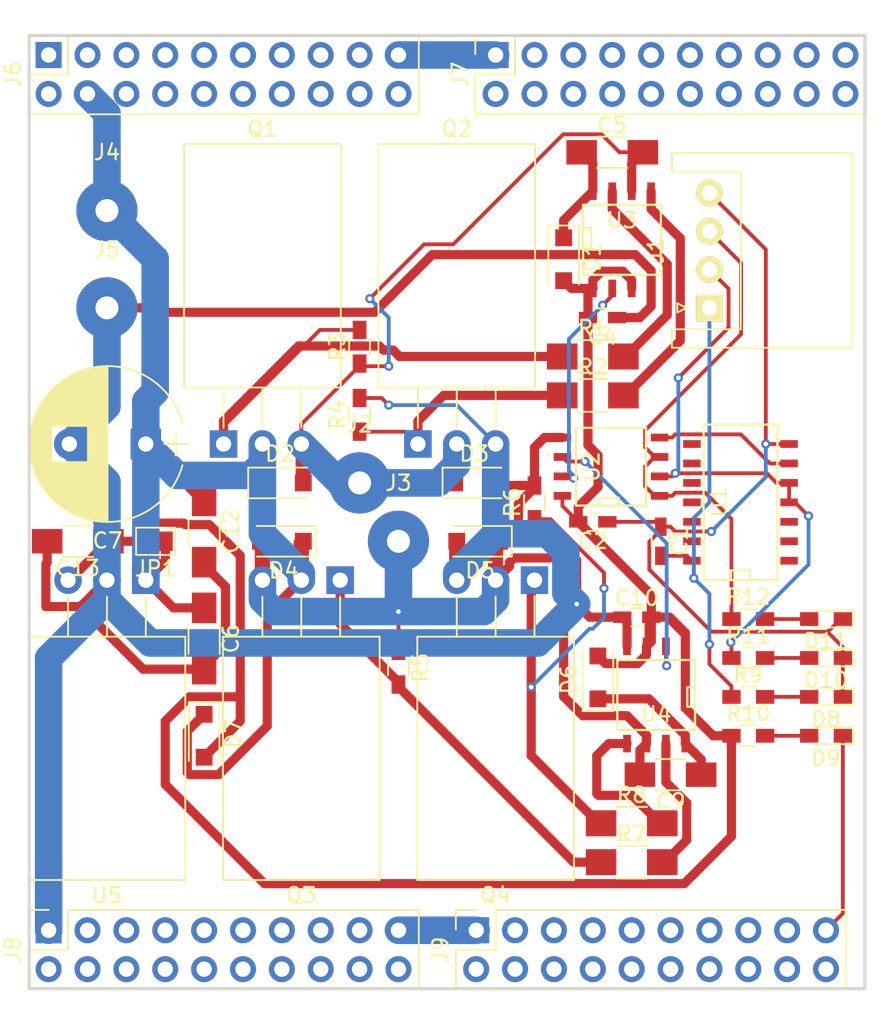
<source format=kicad_pcb>
(kicad_pcb (version 20171130) (host pcbnew 5.0.0)

  (general
    (thickness 1.6)
    (drawings 4)
    (tracks 398)
    (zones 0)
    (modules 52)
    (nets 27)
  )

  (page A4)
  (layers
    (0 F.Cu signal)
    (31 B.Cu signal)
    (32 B.Adhes user)
    (33 F.Adhes user)
    (34 B.Paste user)
    (35 F.Paste user)
    (36 B.SilkS user)
    (37 F.SilkS user)
    (38 B.Mask user)
    (39 F.Mask user)
    (40 Dwgs.User user)
    (41 Cmts.User user)
    (42 Eco1.User user)
    (43 Eco2.User user)
    (44 Edge.Cuts user)
    (45 Margin user)
    (46 B.CrtYd user)
    (47 F.CrtYd user)
    (48 B.Fab user)
    (49 F.Fab user)
  )

  (setup
    (last_trace_width 0.25)
    (user_trace_width 0.6)
    (user_trace_width 1)
    (user_trace_width 1.8)
    (user_trace_width 2)
    (trace_clearance 0.25)
    (zone_clearance 0.508)
    (zone_45_only no)
    (trace_min 0)
    (segment_width 0.2)
    (edge_width 0.15)
    (via_size 0.6)
    (via_drill 0.3)
    (via_min_size 0.6)
    (via_min_drill 0.3)
    (uvia_size 0.3)
    (uvia_drill 0.1)
    (uvias_allowed no)
    (uvia_min_size 0.2)
    (uvia_min_drill 0.1)
    (pcb_text_width 0.3)
    (pcb_text_size 1.5 1.5)
    (mod_edge_width 0.15)
    (mod_text_size 1 1)
    (mod_text_width 0.15)
    (pad_size 1.524 1.524)
    (pad_drill 0.762)
    (pad_to_mask_clearance 0.2)
    (aux_axis_origin 59.69008 0)
    (visible_elements FFFFFFFF)
    (pcbplotparams
      (layerselection 0x00030_80000001)
      (usegerberextensions false)
      (usegerberattributes false)
      (usegerberadvancedattributes false)
      (creategerberjobfile false)
      (excludeedgelayer true)
      (linewidth 0.100000)
      (plotframeref false)
      (viasonmask false)
      (mode 1)
      (useauxorigin false)
      (hpglpennumber 1)
      (hpglpenspeed 20)
      (hpglpendiameter 15.000000)
      (psnegative false)
      (psa4output false)
      (plotreference true)
      (plotvalue true)
      (plotinvisibletext false)
      (padsonsilk false)
      (subtractmaskfromsilk false)
      (outputformat 1)
      (mirror false)
      (drillshape 1)
      (scaleselection 1)
      (outputdirectory ""))
  )

  (net 0 "")
  (net 1 GND)
  (net 2 +5V)
  (net 3 GNDPWR)
  (net 4 +12V)
  (net 5 "Net-(Q1-Pad1)")
  (net 6 "Net-(Q2-Pad1)")
  (net 7 "Net-(R2-Pad2)")
  (net 8 +24V)
  (net 9 /DIR)
  (net 10 /PWM)
  (net 11 "Net-(R8-Pad2)")
  (net 12 /OUTB)
  (net 13 /OUTA)
  (net 14 "Net-(C5-Pad2)")
  (net 15 "Net-(C9-Pad2)")
  (net 16 "Net-(Q3-Pad1)")
  (net 17 "Net-(Q4-Pad1)")
  (net 18 "Net-(R1-Pad2)")
  (net 19 "Net-(R7-Pad2)")
  (net 20 "Net-(U1-Pad6)")
  (net 21 "Net-(D8-Pad2)")
  (net 22 "Net-(D9-Pad2)")
  (net 23 "Net-(D10-Pad2)")
  (net 24 "Net-(D11-Pad2)")
  (net 25 "Net-(C5-Pad1)")
  (net 26 "Net-(C9-Pad1)")

  (net_class Default "これは標準のネット クラスです。"
    (clearance 0.25)
    (trace_width 0.25)
    (via_dia 0.6)
    (via_drill 0.3)
    (uvia_dia 0.3)
    (uvia_drill 0.1)
    (add_net +12V)
    (add_net +24V)
    (add_net +5V)
    (add_net /DIR)
    (add_net /OUTA)
    (add_net /OUTB)
    (add_net /PWM)
    (add_net GND)
    (add_net GNDPWR)
    (add_net "Net-(C5-Pad1)")
    (add_net "Net-(C5-Pad2)")
    (add_net "Net-(C9-Pad1)")
    (add_net "Net-(C9-Pad2)")
    (add_net "Net-(D10-Pad2)")
    (add_net "Net-(D11-Pad2)")
    (add_net "Net-(D8-Pad2)")
    (add_net "Net-(D9-Pad2)")
    (add_net "Net-(Q1-Pad1)")
    (add_net "Net-(Q2-Pad1)")
    (add_net "Net-(Q3-Pad1)")
    (add_net "Net-(Q4-Pad1)")
    (add_net "Net-(R1-Pad2)")
    (add_net "Net-(R2-Pad2)")
    (add_net "Net-(R7-Pad2)")
    (add_net "Net-(R8-Pad2)")
    (add_net "Net-(U1-Pad6)")
  )

  (net_class Power ""
    (clearance 0.25)
    (trace_width 2.54)
    (via_dia 0.6)
    (via_drill 0.3)
    (uvia_dia 0.3)
    (uvia_drill 0.1)
  )

  (module TO_SOT_Packages_THT:TO-220-3_Horizontal (layer F.Cu) (tedit 58CE52AD) (tstamp 5BA682BA)
    (at 25.4 66.04)
    (descr "TO-220-3, Horizontal, RM 2.54mm")
    (tags "TO-220-3 Horizontal RM 2.54mm")
    (path /5B9DD551)
    (fp_text reference Q1 (at 2.54 -20.58) (layer F.SilkS)
      (effects (font (size 1 1) (thickness 0.15)))
    )
    (fp_text value IRFB7437PBF (at 2.54 1.9) (layer F.Fab)
      (effects (font (size 1 1) (thickness 0.15)))
    )
    (fp_circle (center 2.54 -16.66) (end 4.39 -16.66) (layer F.Fab) (width 0.1))
    (fp_line (start 7.79 -19.71) (end -2.71 -19.71) (layer F.CrtYd) (width 0.05))
    (fp_line (start 7.79 1.15) (end 7.79 -19.71) (layer F.CrtYd) (width 0.05))
    (fp_line (start -2.71 1.15) (end 7.79 1.15) (layer F.CrtYd) (width 0.05))
    (fp_line (start -2.71 -19.71) (end -2.71 1.15) (layer F.CrtYd) (width 0.05))
    (fp_line (start 5.08 -3.69) (end 5.08 -1.066) (layer F.SilkS) (width 0.12))
    (fp_line (start 2.54 -3.69) (end 2.54 -1.066) (layer F.SilkS) (width 0.12))
    (fp_line (start 0 -3.69) (end 0 -1.05) (layer F.SilkS) (width 0.12))
    (fp_line (start 7.66 -19.58) (end 7.66 -3.69) (layer F.SilkS) (width 0.12))
    (fp_line (start -2.58 -19.58) (end -2.58 -3.69) (layer F.SilkS) (width 0.12))
    (fp_line (start -2.58 -19.58) (end 7.66 -19.58) (layer F.SilkS) (width 0.12))
    (fp_line (start -2.58 -3.69) (end 7.66 -3.69) (layer F.SilkS) (width 0.12))
    (fp_line (start 5.08 -3.81) (end 5.08 0) (layer F.Fab) (width 0.1))
    (fp_line (start 2.54 -3.81) (end 2.54 0) (layer F.Fab) (width 0.1))
    (fp_line (start 0 -3.81) (end 0 0) (layer F.Fab) (width 0.1))
    (fp_line (start 7.54 -3.81) (end -2.46 -3.81) (layer F.Fab) (width 0.1))
    (fp_line (start 7.54 -13.06) (end 7.54 -3.81) (layer F.Fab) (width 0.1))
    (fp_line (start -2.46 -13.06) (end 7.54 -13.06) (layer F.Fab) (width 0.1))
    (fp_line (start -2.46 -3.81) (end -2.46 -13.06) (layer F.Fab) (width 0.1))
    (fp_line (start 7.54 -13.06) (end -2.46 -13.06) (layer F.Fab) (width 0.1))
    (fp_line (start 7.54 -19.46) (end 7.54 -13.06) (layer F.Fab) (width 0.1))
    (fp_line (start -2.46 -19.46) (end 7.54 -19.46) (layer F.Fab) (width 0.1))
    (fp_line (start -2.46 -13.06) (end -2.46 -19.46) (layer F.Fab) (width 0.1))
    (fp_text user %R (at 2.54 -20.58) (layer F.Fab)
      (effects (font (size 1 1) (thickness 0.15)))
    )
    (pad 3 thru_hole oval (at 5.08 0) (size 1.8 1.8) (drill 1) (layers *.Cu *.Mask)
      (net 14 "Net-(C5-Pad2)"))
    (pad 2 thru_hole oval (at 2.54 0) (size 1.8 1.8) (drill 1) (layers *.Cu *.Mask)
      (net 8 +24V))
    (pad 1 thru_hole rect (at 0 0) (size 1.8 1.8) (drill 1) (layers *.Cu *.Mask)
      (net 5 "Net-(Q1-Pad1)"))
    (pad 0 np_thru_hole oval (at 2.54 -16.66) (size 3.5 3.5) (drill 3.5) (layers *.Cu *.Mask))
    (model TO_SOT_Packages_THT.3dshapes/TO-220_Horizontal.wrl
      (offset (xyz 2.539999961853027 0 0))
      (scale (xyz 0.393701 0.393701 0.393701))
      (rotate (xyz 0 0 0))
    )
  )

  (module Wire_Pads:SolderWirePad_single_1-5mmDrill (layer F.Cu) (tedit 0) (tstamp 5BA6828C)
    (at 17.78 57.15)
    (path /5BA2E632)
    (fp_text reference J5 (at 0 -3.81) (layer F.SilkS)
      (effects (font (size 1 1) (thickness 0.15)))
    )
    (fp_text value PWR_INPUT- (at -0.635 3.81) (layer F.Fab)
      (effects (font (size 1 1) (thickness 0.15)))
    )
    (pad 1 thru_hole circle (at 0 0) (size 4.0005 4.0005) (drill 1.50114) (layers *.Cu *.Mask)
      (net 3 GNDPWR))
  )

  (module Capacitors_SMD:C_0603_HandSoldering (layer F.Cu) (tedit 58AA848B) (tstamp 5BA6800F)
    (at 53.975 72.39 270)
    (descr "Capacitor SMD 0603, hand soldering")
    (tags "capacitor 0603")
    (path /5B9C4ACC)
    (attr smd)
    (fp_text reference C1 (at 0 -1.25 270) (layer F.SilkS)
      (effects (font (size 1 1) (thickness 0.15)))
    )
    (fp_text value 0.1uF (at 0 1.5 270) (layer F.Fab)
      (effects (font (size 1 1) (thickness 0.15)))
    )
    (fp_text user %R (at 0 -1.25 270) (layer F.Fab)
      (effects (font (size 1 1) (thickness 0.15)))
    )
    (fp_line (start -0.8 0.4) (end -0.8 -0.4) (layer F.Fab) (width 0.1))
    (fp_line (start 0.8 0.4) (end -0.8 0.4) (layer F.Fab) (width 0.1))
    (fp_line (start 0.8 -0.4) (end 0.8 0.4) (layer F.Fab) (width 0.1))
    (fp_line (start -0.8 -0.4) (end 0.8 -0.4) (layer F.Fab) (width 0.1))
    (fp_line (start -0.35 -0.6) (end 0.35 -0.6) (layer F.SilkS) (width 0.12))
    (fp_line (start 0.35 0.6) (end -0.35 0.6) (layer F.SilkS) (width 0.12))
    (fp_line (start -1.8 -0.65) (end 1.8 -0.65) (layer F.CrtYd) (width 0.05))
    (fp_line (start -1.8 -0.65) (end -1.8 0.65) (layer F.CrtYd) (width 0.05))
    (fp_line (start 1.8 0.65) (end 1.8 -0.65) (layer F.CrtYd) (width 0.05))
    (fp_line (start 1.8 0.65) (end -1.8 0.65) (layer F.CrtYd) (width 0.05))
    (pad 1 smd rect (at -0.95 0 270) (size 1.2 0.75) (layers F.Cu F.Paste F.Mask)
      (net 1 GND))
    (pad 2 smd rect (at 0.95 0 270) (size 1.2 0.75) (layers F.Cu F.Paste F.Mask)
      (net 2 +5V))
    (model Capacitors_SMD.3dshapes/C_0603.wrl
      (at (xyz 0 0 0))
      (scale (xyz 1 1 1))
      (rotate (xyz 0 0 0))
    )
  )

  (module Capacitors_SMD:C_0603_HandSoldering (layer F.Cu) (tedit 5B9D3A15) (tstamp 5BA68042)
    (at 50.165 57.785 180)
    (descr "Capacitor SMD 0603, hand soldering")
    (tags "capacitor 0603")
    (path /5B9CACE0)
    (attr smd)
    (fp_text reference C4 (at 0 -1.25 180) (layer F.SilkS)
      (effects (font (size 1 1) (thickness 0.15)))
    )
    (fp_text value 0.1uF (at 0 1.5 180) (layer F.Fab)
      (effects (font (size 1 1) (thickness 0.15)))
    )
    (fp_line (start 1.8 0.65) (end -1.8 0.65) (layer F.CrtYd) (width 0.05))
    (fp_line (start 1.8 0.65) (end 1.8 -0.65) (layer F.CrtYd) (width 0.05))
    (fp_line (start -1.8 -0.65) (end -1.8 0.65) (layer F.CrtYd) (width 0.05))
    (fp_line (start -1.8 -0.65) (end 1.8 -0.65) (layer F.CrtYd) (width 0.05))
    (fp_line (start 0.35 0.6) (end -0.35 0.6) (layer F.SilkS) (width 0.12))
    (fp_line (start -0.35 -0.6) (end 0.35 -0.6) (layer F.SilkS) (width 0.12))
    (fp_line (start -0.8 -0.4) (end 0.8 -0.4) (layer F.Fab) (width 0.1))
    (fp_line (start 0.8 -0.4) (end 0.8 0.4) (layer F.Fab) (width 0.1))
    (fp_line (start 0.8 0.4) (end -0.8 0.4) (layer F.Fab) (width 0.1))
    (fp_line (start -0.8 0.4) (end -0.8 -0.4) (layer F.Fab) (width 0.1))
    (fp_text user %R (at 0 -1.25 180) (layer F.Fab)
      (effects (font (size 1 1) (thickness 0.15)))
    )
    (pad 2 smd rect (at 0.95 0 180) (size 1.2 0.75) (layers F.Cu F.Paste F.Mask)
      (net 4 +12V))
    (pad 1 smd rect (at -0.95 0 180) (size 1.2 0.75) (layers F.Cu F.Paste F.Mask)
      (net 3 GNDPWR))
    (model Capacitors_SMD.3dshapes/C_0603.wrl
      (at (xyz 0 0 0))
      (scale (xyz 1 1 1))
      (rotate (xyz 0 0 0))
    )
  )

  (module Capacitors_SMD:C_1206_HandSoldering (layer F.Cu) (tedit 58AA84D1) (tstamp 5BA68053)
    (at 50.8 46.99)
    (descr "Capacitor SMD 1206, hand soldering")
    (tags "capacitor 1206")
    (path /5B9D1EBB)
    (attr smd)
    (fp_text reference C5 (at 0 -1.75) (layer F.SilkS)
      (effects (font (size 1 1) (thickness 0.15)))
    )
    (fp_text value 10uF (at 0 2) (layer F.Fab)
      (effects (font (size 1 1) (thickness 0.15)))
    )
    (fp_text user %R (at 0 -1.75) (layer F.Fab)
      (effects (font (size 1 1) (thickness 0.15)))
    )
    (fp_line (start -1.6 0.8) (end -1.6 -0.8) (layer F.Fab) (width 0.1))
    (fp_line (start 1.6 0.8) (end -1.6 0.8) (layer F.Fab) (width 0.1))
    (fp_line (start 1.6 -0.8) (end 1.6 0.8) (layer F.Fab) (width 0.1))
    (fp_line (start -1.6 -0.8) (end 1.6 -0.8) (layer F.Fab) (width 0.1))
    (fp_line (start 1 -1.02) (end -1 -1.02) (layer F.SilkS) (width 0.12))
    (fp_line (start -1 1.02) (end 1 1.02) (layer F.SilkS) (width 0.12))
    (fp_line (start -3.25 -1.05) (end 3.25 -1.05) (layer F.CrtYd) (width 0.05))
    (fp_line (start -3.25 -1.05) (end -3.25 1.05) (layer F.CrtYd) (width 0.05))
    (fp_line (start 3.25 1.05) (end 3.25 -1.05) (layer F.CrtYd) (width 0.05))
    (fp_line (start 3.25 1.05) (end -3.25 1.05) (layer F.CrtYd) (width 0.05))
    (pad 1 smd rect (at -2 0) (size 2 1.6) (layers F.Cu F.Paste F.Mask)
      (net 25 "Net-(C5-Pad1)"))
    (pad 2 smd rect (at 2 0) (size 2 1.6) (layers F.Cu F.Paste F.Mask)
      (net 14 "Net-(C5-Pad2)"))
    (model Capacitors_SMD.3dshapes/C_1206.wrl
      (at (xyz 0 0 0))
      (scale (xyz 1 1 1))
      (rotate (xyz 0 0 0))
    )
  )

  (module Capacitors_SMD:C_1206_HandSoldering (layer F.Cu) (tedit 58AA84D1) (tstamp 5BA68064)
    (at 24.13 78.74 270)
    (descr "Capacitor SMD 1206, hand soldering")
    (tags "capacitor 1206")
    (path /5B9F7DDA)
    (attr smd)
    (fp_text reference C6 (at 0 -1.75 270) (layer F.SilkS)
      (effects (font (size 1 1) (thickness 0.15)))
    )
    (fp_text value 10uF (at 0 2 270) (layer F.Fab)
      (effects (font (size 1 1) (thickness 0.15)))
    )
    (fp_line (start 3.25 1.05) (end -3.25 1.05) (layer F.CrtYd) (width 0.05))
    (fp_line (start 3.25 1.05) (end 3.25 -1.05) (layer F.CrtYd) (width 0.05))
    (fp_line (start -3.25 -1.05) (end -3.25 1.05) (layer F.CrtYd) (width 0.05))
    (fp_line (start -3.25 -1.05) (end 3.25 -1.05) (layer F.CrtYd) (width 0.05))
    (fp_line (start -1 1.02) (end 1 1.02) (layer F.SilkS) (width 0.12))
    (fp_line (start 1 -1.02) (end -1 -1.02) (layer F.SilkS) (width 0.12))
    (fp_line (start -1.6 -0.8) (end 1.6 -0.8) (layer F.Fab) (width 0.1))
    (fp_line (start 1.6 -0.8) (end 1.6 0.8) (layer F.Fab) (width 0.1))
    (fp_line (start 1.6 0.8) (end -1.6 0.8) (layer F.Fab) (width 0.1))
    (fp_line (start -1.6 0.8) (end -1.6 -0.8) (layer F.Fab) (width 0.1))
    (fp_text user %R (at 0 -1.75 270) (layer F.Fab)
      (effects (font (size 1 1) (thickness 0.15)))
    )
    (pad 2 smd rect (at 2 0 270) (size 2 1.6) (layers F.Cu F.Paste F.Mask)
      (net 3 GNDPWR))
    (pad 1 smd rect (at -2 0 270) (size 2 1.6) (layers F.Cu F.Paste F.Mask)
      (net 8 +24V))
    (model Capacitors_SMD.3dshapes/C_1206.wrl
      (at (xyz 0 0 0))
      (scale (xyz 1 1 1))
      (rotate (xyz 0 0 0))
    )
  )

  (module Capacitors_THT:CP_Radial_D10.0mm_P5.00mm (layer F.Cu) (tedit 597BC7C2) (tstamp 5BA68132)
    (at 20.32 66.04 180)
    (descr "CP, Radial series, Radial, pin pitch=5.00mm, , diameter=10mm, Electrolytic Capacitor")
    (tags "CP Radial series Radial pin pitch 5.00mm  diameter 10mm Electrolytic Capacitor")
    (path /5B9F7ED2)
    (fp_text reference C7 (at 2.5 -6.31 180) (layer F.SilkS)
      (effects (font (size 1 1) (thickness 0.15)))
    )
    (fp_text value 470uF (at 2.5 6.31 180) (layer F.Fab)
      (effects (font (size 1 1) (thickness 0.15)))
    )
    (fp_arc (start 2.5 0) (end -2.399357 -1.38) (angle 148.5) (layer F.SilkS) (width 0.12))
    (fp_arc (start 2.5 0) (end -2.399357 1.38) (angle -148.5) (layer F.SilkS) (width 0.12))
    (fp_arc (start 2.5 0) (end 7.399357 -1.38) (angle 31.5) (layer F.SilkS) (width 0.12))
    (fp_circle (center 2.5 0) (end 7.5 0) (layer F.Fab) (width 0.1))
    (fp_line (start -2.7 0) (end -1.2 0) (layer F.Fab) (width 0.1))
    (fp_line (start -1.95 -0.75) (end -1.95 0.75) (layer F.Fab) (width 0.1))
    (fp_line (start 2.5 -5.05) (end 2.5 5.05) (layer F.SilkS) (width 0.12))
    (fp_line (start 2.54 -5.05) (end 2.54 5.05) (layer F.SilkS) (width 0.12))
    (fp_line (start 2.58 -5.05) (end 2.58 5.05) (layer F.SilkS) (width 0.12))
    (fp_line (start 2.62 -5.049) (end 2.62 5.049) (layer F.SilkS) (width 0.12))
    (fp_line (start 2.66 -5.048) (end 2.66 5.048) (layer F.SilkS) (width 0.12))
    (fp_line (start 2.7 -5.047) (end 2.7 5.047) (layer F.SilkS) (width 0.12))
    (fp_line (start 2.74 -5.045) (end 2.74 5.045) (layer F.SilkS) (width 0.12))
    (fp_line (start 2.78 -5.043) (end 2.78 5.043) (layer F.SilkS) (width 0.12))
    (fp_line (start 2.82 -5.04) (end 2.82 5.04) (layer F.SilkS) (width 0.12))
    (fp_line (start 2.86 -5.038) (end 2.86 5.038) (layer F.SilkS) (width 0.12))
    (fp_line (start 2.9 -5.035) (end 2.9 5.035) (layer F.SilkS) (width 0.12))
    (fp_line (start 2.94 -5.031) (end 2.94 5.031) (layer F.SilkS) (width 0.12))
    (fp_line (start 2.98 -5.028) (end 2.98 5.028) (layer F.SilkS) (width 0.12))
    (fp_line (start 3.02 -5.024) (end 3.02 5.024) (layer F.SilkS) (width 0.12))
    (fp_line (start 3.06 -5.02) (end 3.06 5.02) (layer F.SilkS) (width 0.12))
    (fp_line (start 3.1 -5.015) (end 3.1 5.015) (layer F.SilkS) (width 0.12))
    (fp_line (start 3.14 -5.01) (end 3.14 5.01) (layer F.SilkS) (width 0.12))
    (fp_line (start 3.18 -5.005) (end 3.18 5.005) (layer F.SilkS) (width 0.12))
    (fp_line (start 3.221 -4.999) (end 3.221 4.999) (layer F.SilkS) (width 0.12))
    (fp_line (start 3.261 -4.993) (end 3.261 4.993) (layer F.SilkS) (width 0.12))
    (fp_line (start 3.301 -4.987) (end 3.301 4.987) (layer F.SilkS) (width 0.12))
    (fp_line (start 3.341 -4.981) (end 3.341 4.981) (layer F.SilkS) (width 0.12))
    (fp_line (start 3.381 -4.974) (end 3.381 4.974) (layer F.SilkS) (width 0.12))
    (fp_line (start 3.421 -4.967) (end 3.421 4.967) (layer F.SilkS) (width 0.12))
    (fp_line (start 3.461 -4.959) (end 3.461 4.959) (layer F.SilkS) (width 0.12))
    (fp_line (start 3.501 -4.951) (end 3.501 4.951) (layer F.SilkS) (width 0.12))
    (fp_line (start 3.541 -4.943) (end 3.541 4.943) (layer F.SilkS) (width 0.12))
    (fp_line (start 3.581 -4.935) (end 3.581 4.935) (layer F.SilkS) (width 0.12))
    (fp_line (start 3.621 -4.926) (end 3.621 4.926) (layer F.SilkS) (width 0.12))
    (fp_line (start 3.661 -4.917) (end 3.661 4.917) (layer F.SilkS) (width 0.12))
    (fp_line (start 3.701 -4.907) (end 3.701 4.907) (layer F.SilkS) (width 0.12))
    (fp_line (start 3.741 -4.897) (end 3.741 4.897) (layer F.SilkS) (width 0.12))
    (fp_line (start 3.781 -4.887) (end 3.781 4.887) (layer F.SilkS) (width 0.12))
    (fp_line (start 3.821 -4.876) (end 3.821 -1.181) (layer F.SilkS) (width 0.12))
    (fp_line (start 3.821 1.181) (end 3.821 4.876) (layer F.SilkS) (width 0.12))
    (fp_line (start 3.861 -4.865) (end 3.861 -1.181) (layer F.SilkS) (width 0.12))
    (fp_line (start 3.861 1.181) (end 3.861 4.865) (layer F.SilkS) (width 0.12))
    (fp_line (start 3.901 -4.854) (end 3.901 -1.181) (layer F.SilkS) (width 0.12))
    (fp_line (start 3.901 1.181) (end 3.901 4.854) (layer F.SilkS) (width 0.12))
    (fp_line (start 3.941 -4.843) (end 3.941 -1.181) (layer F.SilkS) (width 0.12))
    (fp_line (start 3.941 1.181) (end 3.941 4.843) (layer F.SilkS) (width 0.12))
    (fp_line (start 3.981 -4.831) (end 3.981 -1.181) (layer F.SilkS) (width 0.12))
    (fp_line (start 3.981 1.181) (end 3.981 4.831) (layer F.SilkS) (width 0.12))
    (fp_line (start 4.021 -4.818) (end 4.021 -1.181) (layer F.SilkS) (width 0.12))
    (fp_line (start 4.021 1.181) (end 4.021 4.818) (layer F.SilkS) (width 0.12))
    (fp_line (start 4.061 -4.806) (end 4.061 -1.181) (layer F.SilkS) (width 0.12))
    (fp_line (start 4.061 1.181) (end 4.061 4.806) (layer F.SilkS) (width 0.12))
    (fp_line (start 4.101 -4.792) (end 4.101 -1.181) (layer F.SilkS) (width 0.12))
    (fp_line (start 4.101 1.181) (end 4.101 4.792) (layer F.SilkS) (width 0.12))
    (fp_line (start 4.141 -4.779) (end 4.141 -1.181) (layer F.SilkS) (width 0.12))
    (fp_line (start 4.141 1.181) (end 4.141 4.779) (layer F.SilkS) (width 0.12))
    (fp_line (start 4.181 -4.765) (end 4.181 -1.181) (layer F.SilkS) (width 0.12))
    (fp_line (start 4.181 1.181) (end 4.181 4.765) (layer F.SilkS) (width 0.12))
    (fp_line (start 4.221 -4.751) (end 4.221 -1.181) (layer F.SilkS) (width 0.12))
    (fp_line (start 4.221 1.181) (end 4.221 4.751) (layer F.SilkS) (width 0.12))
    (fp_line (start 4.261 -4.737) (end 4.261 -1.181) (layer F.SilkS) (width 0.12))
    (fp_line (start 4.261 1.181) (end 4.261 4.737) (layer F.SilkS) (width 0.12))
    (fp_line (start 4.301 -4.722) (end 4.301 -1.181) (layer F.SilkS) (width 0.12))
    (fp_line (start 4.301 1.181) (end 4.301 4.722) (layer F.SilkS) (width 0.12))
    (fp_line (start 4.341 -4.706) (end 4.341 -1.181) (layer F.SilkS) (width 0.12))
    (fp_line (start 4.341 1.181) (end 4.341 4.706) (layer F.SilkS) (width 0.12))
    (fp_line (start 4.381 -4.691) (end 4.381 -1.181) (layer F.SilkS) (width 0.12))
    (fp_line (start 4.381 1.181) (end 4.381 4.691) (layer F.SilkS) (width 0.12))
    (fp_line (start 4.421 -4.674) (end 4.421 -1.181) (layer F.SilkS) (width 0.12))
    (fp_line (start 4.421 1.181) (end 4.421 4.674) (layer F.SilkS) (width 0.12))
    (fp_line (start 4.461 -4.658) (end 4.461 -1.181) (layer F.SilkS) (width 0.12))
    (fp_line (start 4.461 1.181) (end 4.461 4.658) (layer F.SilkS) (width 0.12))
    (fp_line (start 4.501 -4.641) (end 4.501 -1.181) (layer F.SilkS) (width 0.12))
    (fp_line (start 4.501 1.181) (end 4.501 4.641) (layer F.SilkS) (width 0.12))
    (fp_line (start 4.541 -4.624) (end 4.541 -1.181) (layer F.SilkS) (width 0.12))
    (fp_line (start 4.541 1.181) (end 4.541 4.624) (layer F.SilkS) (width 0.12))
    (fp_line (start 4.581 -4.606) (end 4.581 -1.181) (layer F.SilkS) (width 0.12))
    (fp_line (start 4.581 1.181) (end 4.581 4.606) (layer F.SilkS) (width 0.12))
    (fp_line (start 4.621 -4.588) (end 4.621 -1.181) (layer F.SilkS) (width 0.12))
    (fp_line (start 4.621 1.181) (end 4.621 4.588) (layer F.SilkS) (width 0.12))
    (fp_line (start 4.661 -4.569) (end 4.661 -1.181) (layer F.SilkS) (width 0.12))
    (fp_line (start 4.661 1.181) (end 4.661 4.569) (layer F.SilkS) (width 0.12))
    (fp_line (start 4.701 -4.55) (end 4.701 -1.181) (layer F.SilkS) (width 0.12))
    (fp_line (start 4.701 1.181) (end 4.701 4.55) (layer F.SilkS) (width 0.12))
    (fp_line (start 4.741 -4.531) (end 4.741 -1.181) (layer F.SilkS) (width 0.12))
    (fp_line (start 4.741 1.181) (end 4.741 4.531) (layer F.SilkS) (width 0.12))
    (fp_line (start 4.781 -4.511) (end 4.781 -1.181) (layer F.SilkS) (width 0.12))
    (fp_line (start 4.781 1.181) (end 4.781 4.511) (layer F.SilkS) (width 0.12))
    (fp_line (start 4.821 -4.491) (end 4.821 -1.181) (layer F.SilkS) (width 0.12))
    (fp_line (start 4.821 1.181) (end 4.821 4.491) (layer F.SilkS) (width 0.12))
    (fp_line (start 4.861 -4.47) (end 4.861 -1.181) (layer F.SilkS) (width 0.12))
    (fp_line (start 4.861 1.181) (end 4.861 4.47) (layer F.SilkS) (width 0.12))
    (fp_line (start 4.901 -4.449) (end 4.901 -1.181) (layer F.SilkS) (width 0.12))
    (fp_line (start 4.901 1.181) (end 4.901 4.449) (layer F.SilkS) (width 0.12))
    (fp_line (start 4.941 -4.428) (end 4.941 -1.181) (layer F.SilkS) (width 0.12))
    (fp_line (start 4.941 1.181) (end 4.941 4.428) (layer F.SilkS) (width 0.12))
    (fp_line (start 4.981 -4.405) (end 4.981 -1.181) (layer F.SilkS) (width 0.12))
    (fp_line (start 4.981 1.181) (end 4.981 4.405) (layer F.SilkS) (width 0.12))
    (fp_line (start 5.021 -4.383) (end 5.021 -1.181) (layer F.SilkS) (width 0.12))
    (fp_line (start 5.021 1.181) (end 5.021 4.383) (layer F.SilkS) (width 0.12))
    (fp_line (start 5.061 -4.36) (end 5.061 -1.181) (layer F.SilkS) (width 0.12))
    (fp_line (start 5.061 1.181) (end 5.061 4.36) (layer F.SilkS) (width 0.12))
    (fp_line (start 5.101 -4.336) (end 5.101 -1.181) (layer F.SilkS) (width 0.12))
    (fp_line (start 5.101 1.181) (end 5.101 4.336) (layer F.SilkS) (width 0.12))
    (fp_line (start 5.141 -4.312) (end 5.141 -1.181) (layer F.SilkS) (width 0.12))
    (fp_line (start 5.141 1.181) (end 5.141 4.312) (layer F.SilkS) (width 0.12))
    (fp_line (start 5.181 -4.288) (end 5.181 -1.181) (layer F.SilkS) (width 0.12))
    (fp_line (start 5.181 1.181) (end 5.181 4.288) (layer F.SilkS) (width 0.12))
    (fp_line (start 5.221 -4.263) (end 5.221 -1.181) (layer F.SilkS) (width 0.12))
    (fp_line (start 5.221 1.181) (end 5.221 4.263) (layer F.SilkS) (width 0.12))
    (fp_line (start 5.261 -4.237) (end 5.261 -1.181) (layer F.SilkS) (width 0.12))
    (fp_line (start 5.261 1.181) (end 5.261 4.237) (layer F.SilkS) (width 0.12))
    (fp_line (start 5.301 -4.211) (end 5.301 -1.181) (layer F.SilkS) (width 0.12))
    (fp_line (start 5.301 1.181) (end 5.301 4.211) (layer F.SilkS) (width 0.12))
    (fp_line (start 5.341 -4.185) (end 5.341 -1.181) (layer F.SilkS) (width 0.12))
    (fp_line (start 5.341 1.181) (end 5.341 4.185) (layer F.SilkS) (width 0.12))
    (fp_line (start 5.381 -4.157) (end 5.381 -1.181) (layer F.SilkS) (width 0.12))
    (fp_line (start 5.381 1.181) (end 5.381 4.157) (layer F.SilkS) (width 0.12))
    (fp_line (start 5.421 -4.13) (end 5.421 -1.181) (layer F.SilkS) (width 0.12))
    (fp_line (start 5.421 1.181) (end 5.421 4.13) (layer F.SilkS) (width 0.12))
    (fp_line (start 5.461 -4.101) (end 5.461 -1.181) (layer F.SilkS) (width 0.12))
    (fp_line (start 5.461 1.181) (end 5.461 4.101) (layer F.SilkS) (width 0.12))
    (fp_line (start 5.501 -4.072) (end 5.501 -1.181) (layer F.SilkS) (width 0.12))
    (fp_line (start 5.501 1.181) (end 5.501 4.072) (layer F.SilkS) (width 0.12))
    (fp_line (start 5.541 -4.043) (end 5.541 -1.181) (layer F.SilkS) (width 0.12))
    (fp_line (start 5.541 1.181) (end 5.541 4.043) (layer F.SilkS) (width 0.12))
    (fp_line (start 5.581 -4.013) (end 5.581 -1.181) (layer F.SilkS) (width 0.12))
    (fp_line (start 5.581 1.181) (end 5.581 4.013) (layer F.SilkS) (width 0.12))
    (fp_line (start 5.621 -3.982) (end 5.621 -1.181) (layer F.SilkS) (width 0.12))
    (fp_line (start 5.621 1.181) (end 5.621 3.982) (layer F.SilkS) (width 0.12))
    (fp_line (start 5.661 -3.951) (end 5.661 -1.181) (layer F.SilkS) (width 0.12))
    (fp_line (start 5.661 1.181) (end 5.661 3.951) (layer F.SilkS) (width 0.12))
    (fp_line (start 5.701 -3.919) (end 5.701 -1.181) (layer F.SilkS) (width 0.12))
    (fp_line (start 5.701 1.181) (end 5.701 3.919) (layer F.SilkS) (width 0.12))
    (fp_line (start 5.741 -3.886) (end 5.741 -1.181) (layer F.SilkS) (width 0.12))
    (fp_line (start 5.741 1.181) (end 5.741 3.886) (layer F.SilkS) (width 0.12))
    (fp_line (start 5.781 -3.853) (end 5.781 -1.181) (layer F.SilkS) (width 0.12))
    (fp_line (start 5.781 1.181) (end 5.781 3.853) (layer F.SilkS) (width 0.12))
    (fp_line (start 5.821 -3.819) (end 5.821 -1.181) (layer F.SilkS) (width 0.12))
    (fp_line (start 5.821 1.181) (end 5.821 3.819) (layer F.SilkS) (width 0.12))
    (fp_line (start 5.861 -3.784) (end 5.861 -1.181) (layer F.SilkS) (width 0.12))
    (fp_line (start 5.861 1.181) (end 5.861 3.784) (layer F.SilkS) (width 0.12))
    (fp_line (start 5.901 -3.748) (end 5.901 -1.181) (layer F.SilkS) (width 0.12))
    (fp_line (start 5.901 1.181) (end 5.901 3.748) (layer F.SilkS) (width 0.12))
    (fp_line (start 5.941 -3.712) (end 5.941 -1.181) (layer F.SilkS) (width 0.12))
    (fp_line (start 5.941 1.181) (end 5.941 3.712) (layer F.SilkS) (width 0.12))
    (fp_line (start 5.981 -3.675) (end 5.981 -1.181) (layer F.SilkS) (width 0.12))
    (fp_line (start 5.981 1.181) (end 5.981 3.675) (layer F.SilkS) (width 0.12))
    (fp_line (start 6.021 -3.637) (end 6.021 -1.181) (layer F.SilkS) (width 0.12))
    (fp_line (start 6.021 1.181) (end 6.021 3.637) (layer F.SilkS) (width 0.12))
    (fp_line (start 6.061 -3.598) (end 6.061 -1.181) (layer F.SilkS) (width 0.12))
    (fp_line (start 6.061 1.181) (end 6.061 3.598) (layer F.SilkS) (width 0.12))
    (fp_line (start 6.101 -3.559) (end 6.101 -1.181) (layer F.SilkS) (width 0.12))
    (fp_line (start 6.101 1.181) (end 6.101 3.559) (layer F.SilkS) (width 0.12))
    (fp_line (start 6.141 -3.518) (end 6.141 -1.181) (layer F.SilkS) (width 0.12))
    (fp_line (start 6.141 1.181) (end 6.141 3.518) (layer F.SilkS) (width 0.12))
    (fp_line (start 6.181 -3.477) (end 6.181 3.477) (layer F.SilkS) (width 0.12))
    (fp_line (start 6.221 -3.435) (end 6.221 3.435) (layer F.SilkS) (width 0.12))
    (fp_line (start 6.261 -3.391) (end 6.261 3.391) (layer F.SilkS) (width 0.12))
    (fp_line (start 6.301 -3.347) (end 6.301 3.347) (layer F.SilkS) (width 0.12))
    (fp_line (start 6.341 -3.302) (end 6.341 3.302) (layer F.SilkS) (width 0.12))
    (fp_line (start 6.381 -3.255) (end 6.381 3.255) (layer F.SilkS) (width 0.12))
    (fp_line (start 6.421 -3.207) (end 6.421 3.207) (layer F.SilkS) (width 0.12))
    (fp_line (start 6.461 -3.158) (end 6.461 3.158) (layer F.SilkS) (width 0.12))
    (fp_line (start 6.501 -3.108) (end 6.501 3.108) (layer F.SilkS) (width 0.12))
    (fp_line (start 6.541 -3.057) (end 6.541 3.057) (layer F.SilkS) (width 0.12))
    (fp_line (start 6.581 -3.004) (end 6.581 3.004) (layer F.SilkS) (width 0.12))
    (fp_line (start 6.621 -2.949) (end 6.621 2.949) (layer F.SilkS) (width 0.12))
    (fp_line (start 6.661 -2.894) (end 6.661 2.894) (layer F.SilkS) (width 0.12))
    (fp_line (start 6.701 -2.836) (end 6.701 2.836) (layer F.SilkS) (width 0.12))
    (fp_line (start 6.741 -2.777) (end 6.741 2.777) (layer F.SilkS) (width 0.12))
    (fp_line (start 6.781 -2.715) (end 6.781 2.715) (layer F.SilkS) (width 0.12))
    (fp_line (start 6.821 -2.652) (end 6.821 2.652) (layer F.SilkS) (width 0.12))
    (fp_line (start 6.861 -2.587) (end 6.861 2.587) (layer F.SilkS) (width 0.12))
    (fp_line (start 6.901 -2.519) (end 6.901 2.519) (layer F.SilkS) (width 0.12))
    (fp_line (start 6.941 -2.449) (end 6.941 2.449) (layer F.SilkS) (width 0.12))
    (fp_line (start 6.981 -2.377) (end 6.981 2.377) (layer F.SilkS) (width 0.12))
    (fp_line (start 7.021 -2.301) (end 7.021 2.301) (layer F.SilkS) (width 0.12))
    (fp_line (start 7.061 -2.222) (end 7.061 2.222) (layer F.SilkS) (width 0.12))
    (fp_line (start 7.101 -2.14) (end 7.101 2.14) (layer F.SilkS) (width 0.12))
    (fp_line (start 7.141 -2.053) (end 7.141 2.053) (layer F.SilkS) (width 0.12))
    (fp_line (start 7.181 -1.962) (end 7.181 1.962) (layer F.SilkS) (width 0.12))
    (fp_line (start 7.221 -1.866) (end 7.221 1.866) (layer F.SilkS) (width 0.12))
    (fp_line (start 7.261 -1.763) (end 7.261 1.763) (layer F.SilkS) (width 0.12))
    (fp_line (start 7.301 -1.654) (end 7.301 1.654) (layer F.SilkS) (width 0.12))
    (fp_line (start 7.341 -1.536) (end 7.341 1.536) (layer F.SilkS) (width 0.12))
    (fp_line (start 7.381 -1.407) (end 7.381 1.407) (layer F.SilkS) (width 0.12))
    (fp_line (start 7.421 -1.265) (end 7.421 1.265) (layer F.SilkS) (width 0.12))
    (fp_line (start 7.461 -1.104) (end 7.461 1.104) (layer F.SilkS) (width 0.12))
    (fp_line (start 7.501 -0.913) (end 7.501 0.913) (layer F.SilkS) (width 0.12))
    (fp_line (start 7.541 -0.672) (end 7.541 0.672) (layer F.SilkS) (width 0.12))
    (fp_line (start 7.581 -0.279) (end 7.581 0.279) (layer F.SilkS) (width 0.12))
    (fp_line (start -2.7 0) (end -1.2 0) (layer F.SilkS) (width 0.12))
    (fp_line (start -1.95 -0.75) (end -1.95 0.75) (layer F.SilkS) (width 0.12))
    (fp_line (start -2.85 -5.35) (end -2.85 5.35) (layer F.CrtYd) (width 0.05))
    (fp_line (start -2.85 5.35) (end 7.85 5.35) (layer F.CrtYd) (width 0.05))
    (fp_line (start 7.85 5.35) (end 7.85 -5.35) (layer F.CrtYd) (width 0.05))
    (fp_line (start 7.85 -5.35) (end -2.85 -5.35) (layer F.CrtYd) (width 0.05))
    (fp_text user %R (at 2.5 0 180) (layer F.Fab)
      (effects (font (size 1 1) (thickness 0.15)))
    )
    (pad 1 thru_hole rect (at 0 0 180) (size 2 2) (drill 1) (layers *.Cu *.Mask)
      (net 8 +24V))
    (pad 2 thru_hole circle (at 5 0 180) (size 2 2) (drill 1) (layers *.Cu *.Mask)
      (net 3 GNDPWR))
    (model ${KISYS3DMOD}/Capacitors_THT.3dshapes/CP_Radial_D10.0mm_P5.00mm.wrl
      (at (xyz 0 0 0))
      (scale (xyz 1 1 1))
      (rotate (xyz 0 0 0))
    )
  )

  (module Capacitors_SMD:C_1206_HandSoldering (layer F.Cu) (tedit 58AA84D1) (tstamp 5BA68154)
    (at 54.61 87.63 180)
    (descr "Capacitor SMD 1206, hand soldering")
    (tags "capacitor 1206")
    (path /5B9FCF73)
    (attr smd)
    (fp_text reference C9 (at 0 -1.75 180) (layer F.SilkS)
      (effects (font (size 1 1) (thickness 0.15)))
    )
    (fp_text value 10uF (at 0 2 180) (layer F.Fab)
      (effects (font (size 1 1) (thickness 0.15)))
    )
    (fp_text user %R (at 0 -1.75 180) (layer F.Fab)
      (effects (font (size 1 1) (thickness 0.15)))
    )
    (fp_line (start -1.6 0.8) (end -1.6 -0.8) (layer F.Fab) (width 0.1))
    (fp_line (start 1.6 0.8) (end -1.6 0.8) (layer F.Fab) (width 0.1))
    (fp_line (start 1.6 -0.8) (end 1.6 0.8) (layer F.Fab) (width 0.1))
    (fp_line (start -1.6 -0.8) (end 1.6 -0.8) (layer F.Fab) (width 0.1))
    (fp_line (start 1 -1.02) (end -1 -1.02) (layer F.SilkS) (width 0.12))
    (fp_line (start -1 1.02) (end 1 1.02) (layer F.SilkS) (width 0.12))
    (fp_line (start -3.25 -1.05) (end 3.25 -1.05) (layer F.CrtYd) (width 0.05))
    (fp_line (start -3.25 -1.05) (end -3.25 1.05) (layer F.CrtYd) (width 0.05))
    (fp_line (start 3.25 1.05) (end 3.25 -1.05) (layer F.CrtYd) (width 0.05))
    (fp_line (start 3.25 1.05) (end -3.25 1.05) (layer F.CrtYd) (width 0.05))
    (pad 1 smd rect (at -2 0 180) (size 2 1.6) (layers F.Cu F.Paste F.Mask)
      (net 26 "Net-(C9-Pad1)"))
    (pad 2 smd rect (at 2 0 180) (size 2 1.6) (layers F.Cu F.Paste F.Mask)
      (net 15 "Net-(C9-Pad2)"))
    (model Capacitors_SMD.3dshapes/C_1206.wrl
      (at (xyz 0 0 0))
      (scale (xyz 1 1 1))
      (rotate (xyz 0 0 0))
    )
  )

  (module Capacitors_SMD:C_0603_HandSoldering (layer F.Cu) (tedit 58AA848B) (tstamp 5BA68165)
    (at 52.402745 77.347249)
    (descr "Capacitor SMD 0603, hand soldering")
    (tags "capacitor 0603")
    (path /5B9FCF35)
    (attr smd)
    (fp_text reference C10 (at 0 -1.25) (layer F.SilkS)
      (effects (font (size 1 1) (thickness 0.15)))
    )
    (fp_text value 0.1uF (at 0 1.5) (layer F.Fab)
      (effects (font (size 1 1) (thickness 0.15)))
    )
    (fp_text user %R (at 0 -1.25) (layer F.Fab)
      (effects (font (size 1 1) (thickness 0.15)))
    )
    (fp_line (start -0.8 0.4) (end -0.8 -0.4) (layer F.Fab) (width 0.1))
    (fp_line (start 0.8 0.4) (end -0.8 0.4) (layer F.Fab) (width 0.1))
    (fp_line (start 0.8 -0.4) (end 0.8 0.4) (layer F.Fab) (width 0.1))
    (fp_line (start -0.8 -0.4) (end 0.8 -0.4) (layer F.Fab) (width 0.1))
    (fp_line (start -0.35 -0.6) (end 0.35 -0.6) (layer F.SilkS) (width 0.12))
    (fp_line (start 0.35 0.6) (end -0.35 0.6) (layer F.SilkS) (width 0.12))
    (fp_line (start -1.8 -0.65) (end 1.8 -0.65) (layer F.CrtYd) (width 0.05))
    (fp_line (start -1.8 -0.65) (end -1.8 0.65) (layer F.CrtYd) (width 0.05))
    (fp_line (start 1.8 0.65) (end 1.8 -0.65) (layer F.CrtYd) (width 0.05))
    (fp_line (start 1.8 0.65) (end -1.8 0.65) (layer F.CrtYd) (width 0.05))
    (pad 1 smd rect (at -0.95 0) (size 1.2 0.75) (layers F.Cu F.Paste F.Mask)
      (net 3 GNDPWR))
    (pad 2 smd rect (at 0.95 0) (size 1.2 0.75) (layers F.Cu F.Paste F.Mask)
      (net 4 +12V))
    (model Capacitors_SMD.3dshapes/C_0603.wrl
      (at (xyz 0 0 0))
      (scale (xyz 1 1 1))
      (rotate (xyz 0 0 0))
    )
  )

  (module Capacitors_SMD:C_1206_HandSoldering (layer F.Cu) (tedit 58AA84D1) (tstamp 5BA68187)
    (at 24.13 71.755 270)
    (descr "Capacitor SMD 1206, hand soldering")
    (tags "capacitor 1206")
    (path /5B9D230C)
    (attr smd)
    (fp_text reference C12 (at 0 -1.75 270) (layer F.SilkS)
      (effects (font (size 1 1) (thickness 0.15)))
    )
    (fp_text value 10uF (at 0 2 270) (layer F.Fab)
      (effects (font (size 1 1) (thickness 0.15)))
    )
    (fp_text user %R (at 0 -1.75 270) (layer F.Fab)
      (effects (font (size 1 1) (thickness 0.15)))
    )
    (fp_line (start -1.6 0.8) (end -1.6 -0.8) (layer F.Fab) (width 0.1))
    (fp_line (start 1.6 0.8) (end -1.6 0.8) (layer F.Fab) (width 0.1))
    (fp_line (start 1.6 -0.8) (end 1.6 0.8) (layer F.Fab) (width 0.1))
    (fp_line (start -1.6 -0.8) (end 1.6 -0.8) (layer F.Fab) (width 0.1))
    (fp_line (start 1 -1.02) (end -1 -1.02) (layer F.SilkS) (width 0.12))
    (fp_line (start -1 1.02) (end 1 1.02) (layer F.SilkS) (width 0.12))
    (fp_line (start -3.25 -1.05) (end 3.25 -1.05) (layer F.CrtYd) (width 0.05))
    (fp_line (start -3.25 -1.05) (end -3.25 1.05) (layer F.CrtYd) (width 0.05))
    (fp_line (start 3.25 1.05) (end 3.25 -1.05) (layer F.CrtYd) (width 0.05))
    (fp_line (start 3.25 1.05) (end -3.25 1.05) (layer F.CrtYd) (width 0.05))
    (pad 1 smd rect (at -2 0 270) (size 2 1.6) (layers F.Cu F.Paste F.Mask)
      (net 8 +24V))
    (pad 2 smd rect (at 2 0 270) (size 2 1.6) (layers F.Cu F.Paste F.Mask)
      (net 3 GNDPWR))
    (model Capacitors_SMD.3dshapes/C_1206.wrl
      (at (xyz 0 0 0))
      (scale (xyz 1 1 1))
      (rotate (xyz 0 0 0))
    )
  )

  (module Capacitors_SMD:C_1206_HandSoldering (layer F.Cu) (tedit 58AA84D1) (tstamp 5BA68198)
    (at 15.875 72.39 180)
    (descr "Capacitor SMD 1206, hand soldering")
    (tags "capacitor 1206")
    (path /5B9D23D9)
    (attr smd)
    (fp_text reference C13 (at 0 -1.75 180) (layer F.SilkS)
      (effects (font (size 1 1) (thickness 0.15)))
    )
    (fp_text value 10uF (at 0 2 180) (layer F.Fab)
      (effects (font (size 1 1) (thickness 0.15)))
    )
    (fp_line (start 3.25 1.05) (end -3.25 1.05) (layer F.CrtYd) (width 0.05))
    (fp_line (start 3.25 1.05) (end 3.25 -1.05) (layer F.CrtYd) (width 0.05))
    (fp_line (start -3.25 -1.05) (end -3.25 1.05) (layer F.CrtYd) (width 0.05))
    (fp_line (start -3.25 -1.05) (end 3.25 -1.05) (layer F.CrtYd) (width 0.05))
    (fp_line (start -1 1.02) (end 1 1.02) (layer F.SilkS) (width 0.12))
    (fp_line (start 1 -1.02) (end -1 -1.02) (layer F.SilkS) (width 0.12))
    (fp_line (start -1.6 -0.8) (end 1.6 -0.8) (layer F.Fab) (width 0.1))
    (fp_line (start 1.6 -0.8) (end 1.6 0.8) (layer F.Fab) (width 0.1))
    (fp_line (start 1.6 0.8) (end -1.6 0.8) (layer F.Fab) (width 0.1))
    (fp_line (start -1.6 0.8) (end -1.6 -0.8) (layer F.Fab) (width 0.1))
    (fp_text user %R (at 0 -1.75 180) (layer F.Fab)
      (effects (font (size 1 1) (thickness 0.15)))
    )
    (pad 2 smd rect (at 2 0 180) (size 2 1.6) (layers F.Cu F.Paste F.Mask)
      (net 3 GNDPWR))
    (pad 1 smd rect (at -2 0 180) (size 2 1.6) (layers F.Cu F.Paste F.Mask)
      (net 4 +12V))
    (model Capacitors_SMD.3dshapes/C_1206.wrl
      (at (xyz 0 0 0))
      (scale (xyz 1 1 1))
      (rotate (xyz 0 0 0))
    )
  )

  (module Diodes_SMD:D_SOD-123F (layer F.Cu) (tedit 587F7769) (tstamp 5BA681B1)
    (at 47.625 53.975 270)
    (descr D_SOD-123F)
    (tags D_SOD-123F)
    (path /5B9CF866)
    (attr smd)
    (fp_text reference D1 (at -0.127 -1.905 270) (layer F.SilkS)
      (effects (font (size 1 1) (thickness 0.15)))
    )
    (fp_text value SS2040FL (at 0 2.1 270) (layer F.Fab)
      (effects (font (size 1 1) (thickness 0.15)))
    )
    (fp_text user %R (at -0.127 -1.905 270) (layer F.Fab)
      (effects (font (size 1 1) (thickness 0.15)))
    )
    (fp_line (start -2.2 -1) (end -2.2 1) (layer F.SilkS) (width 0.12))
    (fp_line (start 0.25 0) (end 0.75 0) (layer F.Fab) (width 0.1))
    (fp_line (start 0.25 0.4) (end -0.35 0) (layer F.Fab) (width 0.1))
    (fp_line (start 0.25 -0.4) (end 0.25 0.4) (layer F.Fab) (width 0.1))
    (fp_line (start -0.35 0) (end 0.25 -0.4) (layer F.Fab) (width 0.1))
    (fp_line (start -0.35 0) (end -0.35 0.55) (layer F.Fab) (width 0.1))
    (fp_line (start -0.35 0) (end -0.35 -0.55) (layer F.Fab) (width 0.1))
    (fp_line (start -0.75 0) (end -0.35 0) (layer F.Fab) (width 0.1))
    (fp_line (start -1.4 0.9) (end -1.4 -0.9) (layer F.Fab) (width 0.1))
    (fp_line (start 1.4 0.9) (end -1.4 0.9) (layer F.Fab) (width 0.1))
    (fp_line (start 1.4 -0.9) (end 1.4 0.9) (layer F.Fab) (width 0.1))
    (fp_line (start -1.4 -0.9) (end 1.4 -0.9) (layer F.Fab) (width 0.1))
    (fp_line (start -2.2 -1.15) (end 2.2 -1.15) (layer F.CrtYd) (width 0.05))
    (fp_line (start 2.2 -1.15) (end 2.2 1.15) (layer F.CrtYd) (width 0.05))
    (fp_line (start 2.2 1.15) (end -2.2 1.15) (layer F.CrtYd) (width 0.05))
    (fp_line (start -2.2 -1.15) (end -2.2 1.15) (layer F.CrtYd) (width 0.05))
    (fp_line (start -2.2 1) (end 1.65 1) (layer F.SilkS) (width 0.12))
    (fp_line (start -2.2 -1) (end 1.65 -1) (layer F.SilkS) (width 0.12))
    (pad 1 smd rect (at -1.4 0 270) (size 1.1 1.1) (layers F.Cu F.Paste F.Mask)
      (net 25 "Net-(C5-Pad1)"))
    (pad 2 smd rect (at 1.4 0 270) (size 1.1 1.1) (layers F.Cu F.Paste F.Mask)
      (net 4 +12V))
    (model ${KISYS3DMOD}/Diodes_SMD.3dshapes/D_SOD-123F.wrl
      (at (xyz 0 0 0))
      (scale (xyz 1 1 1))
      (rotate (xyz 0 0 0))
    )
  )

  (module Diodes_SMD:D_SOD-123F (layer F.Cu) (tedit 587F7769) (tstamp 5BA681CA)
    (at 29.21 68.58)
    (descr D_SOD-123F)
    (tags D_SOD-123F)
    (path /5B9F1C13)
    (attr smd)
    (fp_text reference D2 (at -0.127 -1.905) (layer F.SilkS)
      (effects (font (size 1 1) (thickness 0.15)))
    )
    (fp_text value SS2040FL (at 0 2.1) (layer F.Fab)
      (effects (font (size 1 1) (thickness 0.15)))
    )
    (fp_line (start -2.2 -1) (end 1.65 -1) (layer F.SilkS) (width 0.12))
    (fp_line (start -2.2 1) (end 1.65 1) (layer F.SilkS) (width 0.12))
    (fp_line (start -2.2 -1.15) (end -2.2 1.15) (layer F.CrtYd) (width 0.05))
    (fp_line (start 2.2 1.15) (end -2.2 1.15) (layer F.CrtYd) (width 0.05))
    (fp_line (start 2.2 -1.15) (end 2.2 1.15) (layer F.CrtYd) (width 0.05))
    (fp_line (start -2.2 -1.15) (end 2.2 -1.15) (layer F.CrtYd) (width 0.05))
    (fp_line (start -1.4 -0.9) (end 1.4 -0.9) (layer F.Fab) (width 0.1))
    (fp_line (start 1.4 -0.9) (end 1.4 0.9) (layer F.Fab) (width 0.1))
    (fp_line (start 1.4 0.9) (end -1.4 0.9) (layer F.Fab) (width 0.1))
    (fp_line (start -1.4 0.9) (end -1.4 -0.9) (layer F.Fab) (width 0.1))
    (fp_line (start -0.75 0) (end -0.35 0) (layer F.Fab) (width 0.1))
    (fp_line (start -0.35 0) (end -0.35 -0.55) (layer F.Fab) (width 0.1))
    (fp_line (start -0.35 0) (end -0.35 0.55) (layer F.Fab) (width 0.1))
    (fp_line (start -0.35 0) (end 0.25 -0.4) (layer F.Fab) (width 0.1))
    (fp_line (start 0.25 -0.4) (end 0.25 0.4) (layer F.Fab) (width 0.1))
    (fp_line (start 0.25 0.4) (end -0.35 0) (layer F.Fab) (width 0.1))
    (fp_line (start 0.25 0) (end 0.75 0) (layer F.Fab) (width 0.1))
    (fp_line (start -2.2 -1) (end -2.2 1) (layer F.SilkS) (width 0.12))
    (fp_text user %R (at -0.127 -1.905) (layer F.Fab)
      (effects (font (size 1 1) (thickness 0.15)))
    )
    (pad 2 smd rect (at 1.4 0) (size 1.1 1.1) (layers F.Cu F.Paste F.Mask)
      (net 14 "Net-(C5-Pad2)"))
    (pad 1 smd rect (at -1.4 0) (size 1.1 1.1) (layers F.Cu F.Paste F.Mask)
      (net 8 +24V))
    (model ${KISYS3DMOD}/Diodes_SMD.3dshapes/D_SOD-123F.wrl
      (at (xyz 0 0 0))
      (scale (xyz 1 1 1))
      (rotate (xyz 0 0 0))
    )
  )

  (module Diodes_SMD:D_SOD-123F (layer F.Cu) (tedit 587F7769) (tstamp 5BA681E3)
    (at 41.91 68.58)
    (descr D_SOD-123F)
    (tags D_SOD-123F)
    (path /5B9F1D02)
    (attr smd)
    (fp_text reference D3 (at -0.127 -1.905) (layer F.SilkS)
      (effects (font (size 1 1) (thickness 0.15)))
    )
    (fp_text value SS2040FL (at 0 2.1) (layer F.Fab)
      (effects (font (size 1 1) (thickness 0.15)))
    )
    (fp_text user %R (at -0.127 -1.905) (layer F.Fab)
      (effects (font (size 1 1) (thickness 0.15)))
    )
    (fp_line (start -2.2 -1) (end -2.2 1) (layer F.SilkS) (width 0.12))
    (fp_line (start 0.25 0) (end 0.75 0) (layer F.Fab) (width 0.1))
    (fp_line (start 0.25 0.4) (end -0.35 0) (layer F.Fab) (width 0.1))
    (fp_line (start 0.25 -0.4) (end 0.25 0.4) (layer F.Fab) (width 0.1))
    (fp_line (start -0.35 0) (end 0.25 -0.4) (layer F.Fab) (width 0.1))
    (fp_line (start -0.35 0) (end -0.35 0.55) (layer F.Fab) (width 0.1))
    (fp_line (start -0.35 0) (end -0.35 -0.55) (layer F.Fab) (width 0.1))
    (fp_line (start -0.75 0) (end -0.35 0) (layer F.Fab) (width 0.1))
    (fp_line (start -1.4 0.9) (end -1.4 -0.9) (layer F.Fab) (width 0.1))
    (fp_line (start 1.4 0.9) (end -1.4 0.9) (layer F.Fab) (width 0.1))
    (fp_line (start 1.4 -0.9) (end 1.4 0.9) (layer F.Fab) (width 0.1))
    (fp_line (start -1.4 -0.9) (end 1.4 -0.9) (layer F.Fab) (width 0.1))
    (fp_line (start -2.2 -1.15) (end 2.2 -1.15) (layer F.CrtYd) (width 0.05))
    (fp_line (start 2.2 -1.15) (end 2.2 1.15) (layer F.CrtYd) (width 0.05))
    (fp_line (start 2.2 1.15) (end -2.2 1.15) (layer F.CrtYd) (width 0.05))
    (fp_line (start -2.2 -1.15) (end -2.2 1.15) (layer F.CrtYd) (width 0.05))
    (fp_line (start -2.2 1) (end 1.65 1) (layer F.SilkS) (width 0.12))
    (fp_line (start -2.2 -1) (end 1.65 -1) (layer F.SilkS) (width 0.12))
    (pad 1 smd rect (at -1.4 0) (size 1.1 1.1) (layers F.Cu F.Paste F.Mask)
      (net 14 "Net-(C5-Pad2)"))
    (pad 2 smd rect (at 1.4 0) (size 1.1 1.1) (layers F.Cu F.Paste F.Mask)
      (net 3 GNDPWR))
    (model ${KISYS3DMOD}/Diodes_SMD.3dshapes/D_SOD-123F.wrl
      (at (xyz 0 0 0))
      (scale (xyz 1 1 1))
      (rotate (xyz 0 0 0))
    )
  )

  (module Diodes_SMD:D_SOD-123F (layer F.Cu) (tedit 587F7769) (tstamp 5BA681FC)
    (at 29.21 72.39 180)
    (descr D_SOD-123F)
    (tags D_SOD-123F)
    (path /5B9FCFCC)
    (attr smd)
    (fp_text reference D4 (at -0.127 -1.905 180) (layer F.SilkS)
      (effects (font (size 1 1) (thickness 0.15)))
    )
    (fp_text value SS2040FL (at 0 2.1 180) (layer F.Fab)
      (effects (font (size 1 1) (thickness 0.15)))
    )
    (fp_line (start -2.2 -1) (end 1.65 -1) (layer F.SilkS) (width 0.12))
    (fp_line (start -2.2 1) (end 1.65 1) (layer F.SilkS) (width 0.12))
    (fp_line (start -2.2 -1.15) (end -2.2 1.15) (layer F.CrtYd) (width 0.05))
    (fp_line (start 2.2 1.15) (end -2.2 1.15) (layer F.CrtYd) (width 0.05))
    (fp_line (start 2.2 -1.15) (end 2.2 1.15) (layer F.CrtYd) (width 0.05))
    (fp_line (start -2.2 -1.15) (end 2.2 -1.15) (layer F.CrtYd) (width 0.05))
    (fp_line (start -1.4 -0.9) (end 1.4 -0.9) (layer F.Fab) (width 0.1))
    (fp_line (start 1.4 -0.9) (end 1.4 0.9) (layer F.Fab) (width 0.1))
    (fp_line (start 1.4 0.9) (end -1.4 0.9) (layer F.Fab) (width 0.1))
    (fp_line (start -1.4 0.9) (end -1.4 -0.9) (layer F.Fab) (width 0.1))
    (fp_line (start -0.75 0) (end -0.35 0) (layer F.Fab) (width 0.1))
    (fp_line (start -0.35 0) (end -0.35 -0.55) (layer F.Fab) (width 0.1))
    (fp_line (start -0.35 0) (end -0.35 0.55) (layer F.Fab) (width 0.1))
    (fp_line (start -0.35 0) (end 0.25 -0.4) (layer F.Fab) (width 0.1))
    (fp_line (start 0.25 -0.4) (end 0.25 0.4) (layer F.Fab) (width 0.1))
    (fp_line (start 0.25 0.4) (end -0.35 0) (layer F.Fab) (width 0.1))
    (fp_line (start 0.25 0) (end 0.75 0) (layer F.Fab) (width 0.1))
    (fp_line (start -2.2 -1) (end -2.2 1) (layer F.SilkS) (width 0.12))
    (fp_text user %R (at -0.127 -1.905 180) (layer F.Fab)
      (effects (font (size 1 1) (thickness 0.15)))
    )
    (pad 2 smd rect (at 1.4 0 180) (size 1.1 1.1) (layers F.Cu F.Paste F.Mask)
      (net 15 "Net-(C9-Pad2)"))
    (pad 1 smd rect (at -1.4 0 180) (size 1.1 1.1) (layers F.Cu F.Paste F.Mask)
      (net 8 +24V))
    (model ${KISYS3DMOD}/Diodes_SMD.3dshapes/D_SOD-123F.wrl
      (at (xyz 0 0 0))
      (scale (xyz 1 1 1))
      (rotate (xyz 0 0 0))
    )
  )

  (module Diodes_SMD:D_SOD-123F (layer F.Cu) (tedit 587F7769) (tstamp 5BA68215)
    (at 42.04 72.39 180)
    (descr D_SOD-123F)
    (tags D_SOD-123F)
    (path /5B9FCFD3)
    (attr smd)
    (fp_text reference D5 (at -0.127 -1.905 180) (layer F.SilkS)
      (effects (font (size 1 1) (thickness 0.15)))
    )
    (fp_text value SS2040FL (at 0 2.1 180) (layer F.Fab)
      (effects (font (size 1 1) (thickness 0.15)))
    )
    (fp_text user %R (at -0.127 -1.905 180) (layer F.Fab)
      (effects (font (size 1 1) (thickness 0.15)))
    )
    (fp_line (start -2.2 -1) (end -2.2 1) (layer F.SilkS) (width 0.12))
    (fp_line (start 0.25 0) (end 0.75 0) (layer F.Fab) (width 0.1))
    (fp_line (start 0.25 0.4) (end -0.35 0) (layer F.Fab) (width 0.1))
    (fp_line (start 0.25 -0.4) (end 0.25 0.4) (layer F.Fab) (width 0.1))
    (fp_line (start -0.35 0) (end 0.25 -0.4) (layer F.Fab) (width 0.1))
    (fp_line (start -0.35 0) (end -0.35 0.55) (layer F.Fab) (width 0.1))
    (fp_line (start -0.35 0) (end -0.35 -0.55) (layer F.Fab) (width 0.1))
    (fp_line (start -0.75 0) (end -0.35 0) (layer F.Fab) (width 0.1))
    (fp_line (start -1.4 0.9) (end -1.4 -0.9) (layer F.Fab) (width 0.1))
    (fp_line (start 1.4 0.9) (end -1.4 0.9) (layer F.Fab) (width 0.1))
    (fp_line (start 1.4 -0.9) (end 1.4 0.9) (layer F.Fab) (width 0.1))
    (fp_line (start -1.4 -0.9) (end 1.4 -0.9) (layer F.Fab) (width 0.1))
    (fp_line (start -2.2 -1.15) (end 2.2 -1.15) (layer F.CrtYd) (width 0.05))
    (fp_line (start 2.2 -1.15) (end 2.2 1.15) (layer F.CrtYd) (width 0.05))
    (fp_line (start 2.2 1.15) (end -2.2 1.15) (layer F.CrtYd) (width 0.05))
    (fp_line (start -2.2 -1.15) (end -2.2 1.15) (layer F.CrtYd) (width 0.05))
    (fp_line (start -2.2 1) (end 1.65 1) (layer F.SilkS) (width 0.12))
    (fp_line (start -2.2 -1) (end 1.65 -1) (layer F.SilkS) (width 0.12))
    (pad 1 smd rect (at -1.4 0 180) (size 1.1 1.1) (layers F.Cu F.Paste F.Mask)
      (net 15 "Net-(C9-Pad2)"))
    (pad 2 smd rect (at 1.4 0 180) (size 1.1 1.1) (layers F.Cu F.Paste F.Mask)
      (net 3 GNDPWR))
    (model ${KISYS3DMOD}/Diodes_SMD.3dshapes/D_SOD-123F.wrl
      (at (xyz 0 0 0))
      (scale (xyz 1 1 1))
      (rotate (xyz 0 0 0))
    )
  )

  (module Diodes_SMD:D_SOD-123F (layer F.Cu) (tedit 587F7769) (tstamp 5BA6822E)
    (at 49.862745 81.28 90)
    (descr D_SOD-123F)
    (tags D_SOD-123F)
    (path /5B9FCF66)
    (attr smd)
    (fp_text reference D6 (at -0.127 -1.905 90) (layer F.SilkS)
      (effects (font (size 1 1) (thickness 0.15)))
    )
    (fp_text value SS2040FL (at 0 2.1 90) (layer F.Fab)
      (effects (font (size 1 1) (thickness 0.15)))
    )
    (fp_line (start -2.2 -1) (end 1.65 -1) (layer F.SilkS) (width 0.12))
    (fp_line (start -2.2 1) (end 1.65 1) (layer F.SilkS) (width 0.12))
    (fp_line (start -2.2 -1.15) (end -2.2 1.15) (layer F.CrtYd) (width 0.05))
    (fp_line (start 2.2 1.15) (end -2.2 1.15) (layer F.CrtYd) (width 0.05))
    (fp_line (start 2.2 -1.15) (end 2.2 1.15) (layer F.CrtYd) (width 0.05))
    (fp_line (start -2.2 -1.15) (end 2.2 -1.15) (layer F.CrtYd) (width 0.05))
    (fp_line (start -1.4 -0.9) (end 1.4 -0.9) (layer F.Fab) (width 0.1))
    (fp_line (start 1.4 -0.9) (end 1.4 0.9) (layer F.Fab) (width 0.1))
    (fp_line (start 1.4 0.9) (end -1.4 0.9) (layer F.Fab) (width 0.1))
    (fp_line (start -1.4 0.9) (end -1.4 -0.9) (layer F.Fab) (width 0.1))
    (fp_line (start -0.75 0) (end -0.35 0) (layer F.Fab) (width 0.1))
    (fp_line (start -0.35 0) (end -0.35 -0.55) (layer F.Fab) (width 0.1))
    (fp_line (start -0.35 0) (end -0.35 0.55) (layer F.Fab) (width 0.1))
    (fp_line (start -0.35 0) (end 0.25 -0.4) (layer F.Fab) (width 0.1))
    (fp_line (start 0.25 -0.4) (end 0.25 0.4) (layer F.Fab) (width 0.1))
    (fp_line (start 0.25 0.4) (end -0.35 0) (layer F.Fab) (width 0.1))
    (fp_line (start 0.25 0) (end 0.75 0) (layer F.Fab) (width 0.1))
    (fp_line (start -2.2 -1) (end -2.2 1) (layer F.SilkS) (width 0.12))
    (fp_text user %R (at -0.127 -1.905 90) (layer F.Fab)
      (effects (font (size 1 1) (thickness 0.15)))
    )
    (pad 2 smd rect (at 1.4 0 90) (size 1.1 1.1) (layers F.Cu F.Paste F.Mask)
      (net 4 +12V))
    (pad 1 smd rect (at -1.4 0 90) (size 1.1 1.1) (layers F.Cu F.Paste F.Mask)
      (net 26 "Net-(C9-Pad1)"))
    (model ${KISYS3DMOD}/Diodes_SMD.3dshapes/D_SOD-123F.wrl
      (at (xyz 0 0 0))
      (scale (xyz 1 1 1))
      (rotate (xyz 0 0 0))
    )
  )

  (module Diodes_SMD:D_SOD-123F (layer F.Cu) (tedit 587F7769) (tstamp 5BA68247)
    (at 24.13 85.09 270)
    (descr D_SOD-123F)
    (tags D_SOD-123F)
    (path /5B9D259A)
    (attr smd)
    (fp_text reference D7 (at -0.127 -1.905 270) (layer F.SilkS)
      (effects (font (size 1 1) (thickness 0.15)))
    )
    (fp_text value SS2040FL (at 0 2.1 270) (layer F.Fab)
      (effects (font (size 1 1) (thickness 0.15)))
    )
    (fp_text user %R (at -0.127 -1.905 270) (layer F.Fab)
      (effects (font (size 1 1) (thickness 0.15)))
    )
    (fp_line (start -2.2 -1) (end -2.2 1) (layer F.SilkS) (width 0.12))
    (fp_line (start 0.25 0) (end 0.75 0) (layer F.Fab) (width 0.1))
    (fp_line (start 0.25 0.4) (end -0.35 0) (layer F.Fab) (width 0.1))
    (fp_line (start 0.25 -0.4) (end 0.25 0.4) (layer F.Fab) (width 0.1))
    (fp_line (start -0.35 0) (end 0.25 -0.4) (layer F.Fab) (width 0.1))
    (fp_line (start -0.35 0) (end -0.35 0.55) (layer F.Fab) (width 0.1))
    (fp_line (start -0.35 0) (end -0.35 -0.55) (layer F.Fab) (width 0.1))
    (fp_line (start -0.75 0) (end -0.35 0) (layer F.Fab) (width 0.1))
    (fp_line (start -1.4 0.9) (end -1.4 -0.9) (layer F.Fab) (width 0.1))
    (fp_line (start 1.4 0.9) (end -1.4 0.9) (layer F.Fab) (width 0.1))
    (fp_line (start 1.4 -0.9) (end 1.4 0.9) (layer F.Fab) (width 0.1))
    (fp_line (start -1.4 -0.9) (end 1.4 -0.9) (layer F.Fab) (width 0.1))
    (fp_line (start -2.2 -1.15) (end 2.2 -1.15) (layer F.CrtYd) (width 0.05))
    (fp_line (start 2.2 -1.15) (end 2.2 1.15) (layer F.CrtYd) (width 0.05))
    (fp_line (start 2.2 1.15) (end -2.2 1.15) (layer F.CrtYd) (width 0.05))
    (fp_line (start -2.2 -1.15) (end -2.2 1.15) (layer F.CrtYd) (width 0.05))
    (fp_line (start -2.2 1) (end 1.65 1) (layer F.SilkS) (width 0.12))
    (fp_line (start -2.2 -1) (end 1.65 -1) (layer F.SilkS) (width 0.12))
    (pad 1 smd rect (at -1.4 0 270) (size 1.1 1.1) (layers F.Cu F.Paste F.Mask)
      (net 8 +24V))
    (pad 2 smd rect (at 1.4 0 270) (size 1.1 1.1) (layers F.Cu F.Paste F.Mask)
      (net 4 +12V))
    (model ${KISYS3DMOD}/Diodes_SMD.3dshapes/D_SOD-123F.wrl
      (at (xyz 0 0 0))
      (scale (xyz 1 1 1))
      (rotate (xyz 0 0 0))
    )
  )

  (module Connectors_JST:JST_XH_S04B-XH-A_04x2.50mm_Angled (layer F.Cu) (tedit 58EAE850) (tstamp 5BA68278)
    (at 57.15 57.15 90)
    (descr "JST XH series connector, S04B-XH-A, side entry type, through hole")
    (tags "connector jst xh tht side horizontal angled 2.50mm")
    (path /5B9BF2B5)
    (fp_text reference J1 (at 3.75 -3.5 90) (layer F.SilkS)
      (effects (font (size 1 1) (thickness 0.15)))
    )
    (fp_text value CONTROLL (at 3.75 10.3 90) (layer F.Fab)
      (effects (font (size 1 1) (thickness 0.15)))
    )
    (fp_line (start -2.45 -2.3) (end -2.45 9.2) (layer F.Fab) (width 0.1))
    (fp_line (start -2.45 9.2) (end 9.95 9.2) (layer F.Fab) (width 0.1))
    (fp_line (start 9.95 9.2) (end 9.95 -2.3) (layer F.Fab) (width 0.1))
    (fp_line (start 9.95 -2.3) (end -2.45 -2.3) (layer F.Fab) (width 0.1))
    (fp_line (start -2.95 -2.8) (end -2.95 9.7) (layer F.CrtYd) (width 0.05))
    (fp_line (start -2.95 9.7) (end 10.45 9.7) (layer F.CrtYd) (width 0.05))
    (fp_line (start 10.45 9.7) (end 10.45 -2.8) (layer F.CrtYd) (width 0.05))
    (fp_line (start 10.45 -2.8) (end -2.95 -2.8) (layer F.CrtYd) (width 0.05))
    (fp_line (start 3.75 9.35) (end -2.6 9.35) (layer F.SilkS) (width 0.12))
    (fp_line (start -2.6 9.35) (end -2.6 -2.45) (layer F.SilkS) (width 0.12))
    (fp_line (start -2.6 -2.45) (end -1.4 -2.45) (layer F.SilkS) (width 0.12))
    (fp_line (start -1.4 -2.45) (end -1.4 2.05) (layer F.SilkS) (width 0.12))
    (fp_line (start -1.4 2.05) (end 3.75 2.05) (layer F.SilkS) (width 0.12))
    (fp_line (start 3.75 9.35) (end 10.1 9.35) (layer F.SilkS) (width 0.12))
    (fp_line (start 10.1 9.35) (end 10.1 -2.45) (layer F.SilkS) (width 0.12))
    (fp_line (start 10.1 -2.45) (end 8.9 -2.45) (layer F.SilkS) (width 0.12))
    (fp_line (start 8.9 -2.45) (end 8.9 2.05) (layer F.SilkS) (width 0.12))
    (fp_line (start 8.9 2.05) (end 3.75 2.05) (layer F.SilkS) (width 0.12))
    (fp_line (start -0.25 3.45) (end -0.25 8.7) (layer F.Fab) (width 0.1))
    (fp_line (start -0.25 8.7) (end 0.25 8.7) (layer F.Fab) (width 0.1))
    (fp_line (start 0.25 8.7) (end 0.25 3.45) (layer F.Fab) (width 0.1))
    (fp_line (start 0.25 3.45) (end -0.25 3.45) (layer F.Fab) (width 0.1))
    (fp_line (start 2.25 3.45) (end 2.25 8.7) (layer F.Fab) (width 0.1))
    (fp_line (start 2.25 8.7) (end 2.75 8.7) (layer F.Fab) (width 0.1))
    (fp_line (start 2.75 8.7) (end 2.75 3.45) (layer F.Fab) (width 0.1))
    (fp_line (start 2.75 3.45) (end 2.25 3.45) (layer F.Fab) (width 0.1))
    (fp_line (start 4.75 3.45) (end 4.75 8.7) (layer F.Fab) (width 0.1))
    (fp_line (start 4.75 8.7) (end 5.25 8.7) (layer F.Fab) (width 0.1))
    (fp_line (start 5.25 8.7) (end 5.25 3.45) (layer F.Fab) (width 0.1))
    (fp_line (start 5.25 3.45) (end 4.75 3.45) (layer F.Fab) (width 0.1))
    (fp_line (start 7.25 3.45) (end 7.25 8.7) (layer F.Fab) (width 0.1))
    (fp_line (start 7.25 8.7) (end 7.75 8.7) (layer F.Fab) (width 0.1))
    (fp_line (start 7.75 8.7) (end 7.75 3.45) (layer F.Fab) (width 0.1))
    (fp_line (start 7.75 3.45) (end 7.25 3.45) (layer F.Fab) (width 0.1))
    (fp_line (start 0 -1.5) (end -0.3 -2.1) (layer F.SilkS) (width 0.12))
    (fp_line (start -0.3 -2.1) (end 0.3 -2.1) (layer F.SilkS) (width 0.12))
    (fp_line (start 0.3 -2.1) (end 0 -1.5) (layer F.SilkS) (width 0.12))
    (fp_line (start 0 -1.5) (end -0.3 -2.1) (layer F.Fab) (width 0.1))
    (fp_line (start -0.3 -2.1) (end 0.3 -2.1) (layer F.Fab) (width 0.1))
    (fp_line (start 0.3 -2.1) (end 0 -1.5) (layer F.Fab) (width 0.1))
    (fp_text user %R (at 3.75 2.25 90) (layer F.Fab)
      (effects (font (size 1 1) (thickness 0.15)))
    )
    (pad 1 thru_hole rect (at 0 0 90) (size 1.75 1.75) (drill 1) (layers *.Cu *.Mask F.SilkS)
      (net 2 +5V))
    (pad 2 thru_hole circle (at 2.5 0 90) (size 1.75 1.75) (drill 1) (layers *.Cu *.Mask F.SilkS)
      (net 9 /DIR))
    (pad 3 thru_hole circle (at 5 0 90) (size 1.75 1.75) (drill 1) (layers *.Cu *.Mask F.SilkS)
      (net 10 /PWM))
    (pad 4 thru_hole circle (at 7.5 0 90) (size 1.75 1.75) (drill 1) (layers *.Cu *.Mask F.SilkS)
      (net 1 GND))
    (model Connectors_JST.3dshapes/JST_XH_S04B-XH-A_04x2.50mm_Angled.wrl
      (at (xyz 0 0 0))
      (scale (xyz 1 1 1))
      (rotate (xyz 0 0 0))
    )
  )

  (module Wire_Pads:SolderWirePad_single_1-5mmDrill (layer F.Cu) (tedit 0) (tstamp 5BA6827D)
    (at 34.29 68.58)
    (path /5BA35BD3)
    (fp_text reference J2 (at 0 -3.81) (layer F.SilkS)
      (effects (font (size 1 1) (thickness 0.15)))
    )
    (fp_text value OUTA (at -0.635 3.81) (layer F.Fab)
      (effects (font (size 1 1) (thickness 0.15)))
    )
    (pad 1 thru_hole circle (at 0 0) (size 4.0005 4.0005) (drill 1.50114) (layers *.Cu *.Mask)
      (net 14 "Net-(C5-Pad2)"))
  )

  (module Wire_Pads:SolderWirePad_single_1-5mmDrill (layer F.Cu) (tedit 0) (tstamp 5BA68282)
    (at 36.83 72.39)
    (path /5BA35D9C)
    (fp_text reference J3 (at 0 -3.81) (layer F.SilkS)
      (effects (font (size 1 1) (thickness 0.15)))
    )
    (fp_text value OUTB (at -0.635 3.81) (layer F.Fab)
      (effects (font (size 1 1) (thickness 0.15)))
    )
    (pad 1 thru_hole circle (at 0 0) (size 4.0005 4.0005) (drill 1.50114) (layers *.Cu *.Mask)
      (net 15 "Net-(C9-Pad2)"))
  )

  (module Wire_Pads:SolderWirePad_single_1-5mmDrill (layer F.Cu) (tedit 0) (tstamp 5BA68287)
    (at 17.78 50.8)
    (path /5BA2DEF6)
    (fp_text reference J4 (at 0 -3.81) (layer F.SilkS)
      (effects (font (size 1 1) (thickness 0.15)))
    )
    (fp_text value PWR_INPUT+ (at -0.635 3.81) (layer F.Fab)
      (effects (font (size 1 1) (thickness 0.15)))
    )
    (pad 1 thru_hole circle (at 0 0) (size 4.0005 4.0005) (drill 1.50114) (layers *.Cu *.Mask)
      (net 8 +24V))
  )

  (module Connectors:GS2 (layer F.Cu) (tedit 586134A1) (tstamp 5BA6829A)
    (at 20.955 72.39 270)
    (descr "2-pin solder bridge")
    (tags "solder bridge")
    (path /5BA12062)
    (attr smd)
    (fp_text reference JP1 (at 1.78 0) (layer F.SilkS)
      (effects (font (size 1 1) (thickness 0.15)))
    )
    (fp_text value USE_12V (at -1.8 0) (layer F.Fab)
      (effects (font (size 1 1) (thickness 0.15)))
    )
    (fp_line (start 1.1 -1.45) (end 1.1 1.5) (layer F.CrtYd) (width 0.05))
    (fp_line (start 1.1 1.5) (end -1.1 1.5) (layer F.CrtYd) (width 0.05))
    (fp_line (start -1.1 1.5) (end -1.1 -1.45) (layer F.CrtYd) (width 0.05))
    (fp_line (start -1.1 -1.45) (end 1.1 -1.45) (layer F.CrtYd) (width 0.05))
    (fp_line (start -0.89 -1.27) (end -0.89 1.27) (layer F.SilkS) (width 0.12))
    (fp_line (start 0.89 1.27) (end 0.89 -1.27) (layer F.SilkS) (width 0.12))
    (fp_line (start 0.89 1.27) (end -0.89 1.27) (layer F.SilkS) (width 0.12))
    (fp_line (start -0.89 -1.27) (end 0.89 -1.27) (layer F.SilkS) (width 0.12))
    (pad 1 smd rect (at 0 -0.64 270) (size 1.27 0.97) (layers F.Cu F.Paste F.Mask)
      (net 8 +24V))
    (pad 2 smd rect (at 0 0.64 270) (size 1.27 0.97) (layers F.Cu F.Paste F.Mask)
      (net 4 +12V))
  )

  (module TO_SOT_Packages_THT:TO-220-3_Horizontal (layer F.Cu) (tedit 58CE52AD) (tstamp 5BA682DA)
    (at 38.1 66.04)
    (descr "TO-220-3, Horizontal, RM 2.54mm")
    (tags "TO-220-3 Horizontal RM 2.54mm")
    (path /5B9DE3DD)
    (fp_text reference Q2 (at 2.54 -20.58) (layer F.SilkS)
      (effects (font (size 1 1) (thickness 0.15)))
    )
    (fp_text value IRFB7437PBF (at 2.54 1.9) (layer F.Fab)
      (effects (font (size 1 1) (thickness 0.15)))
    )
    (fp_text user %R (at 2.54 -20.58) (layer F.Fab)
      (effects (font (size 1 1) (thickness 0.15)))
    )
    (fp_line (start -2.46 -13.06) (end -2.46 -19.46) (layer F.Fab) (width 0.1))
    (fp_line (start -2.46 -19.46) (end 7.54 -19.46) (layer F.Fab) (width 0.1))
    (fp_line (start 7.54 -19.46) (end 7.54 -13.06) (layer F.Fab) (width 0.1))
    (fp_line (start 7.54 -13.06) (end -2.46 -13.06) (layer F.Fab) (width 0.1))
    (fp_line (start -2.46 -3.81) (end -2.46 -13.06) (layer F.Fab) (width 0.1))
    (fp_line (start -2.46 -13.06) (end 7.54 -13.06) (layer F.Fab) (width 0.1))
    (fp_line (start 7.54 -13.06) (end 7.54 -3.81) (layer F.Fab) (width 0.1))
    (fp_line (start 7.54 -3.81) (end -2.46 -3.81) (layer F.Fab) (width 0.1))
    (fp_line (start 0 -3.81) (end 0 0) (layer F.Fab) (width 0.1))
    (fp_line (start 2.54 -3.81) (end 2.54 0) (layer F.Fab) (width 0.1))
    (fp_line (start 5.08 -3.81) (end 5.08 0) (layer F.Fab) (width 0.1))
    (fp_line (start -2.58 -3.69) (end 7.66 -3.69) (layer F.SilkS) (width 0.12))
    (fp_line (start -2.58 -19.58) (end 7.66 -19.58) (layer F.SilkS) (width 0.12))
    (fp_line (start -2.58 -19.58) (end -2.58 -3.69) (layer F.SilkS) (width 0.12))
    (fp_line (start 7.66 -19.58) (end 7.66 -3.69) (layer F.SilkS) (width 0.12))
    (fp_line (start 0 -3.69) (end 0 -1.05) (layer F.SilkS) (width 0.12))
    (fp_line (start 2.54 -3.69) (end 2.54 -1.066) (layer F.SilkS) (width 0.12))
    (fp_line (start 5.08 -3.69) (end 5.08 -1.066) (layer F.SilkS) (width 0.12))
    (fp_line (start -2.71 -19.71) (end -2.71 1.15) (layer F.CrtYd) (width 0.05))
    (fp_line (start -2.71 1.15) (end 7.79 1.15) (layer F.CrtYd) (width 0.05))
    (fp_line (start 7.79 1.15) (end 7.79 -19.71) (layer F.CrtYd) (width 0.05))
    (fp_line (start 7.79 -19.71) (end -2.71 -19.71) (layer F.CrtYd) (width 0.05))
    (fp_circle (center 2.54 -16.66) (end 4.39 -16.66) (layer F.Fab) (width 0.1))
    (pad 0 np_thru_hole oval (at 2.54 -16.66) (size 3.5 3.5) (drill 3.5) (layers *.Cu *.Mask))
    (pad 1 thru_hole rect (at 0 0) (size 1.8 1.8) (drill 1) (layers *.Cu *.Mask)
      (net 6 "Net-(Q2-Pad1)"))
    (pad 2 thru_hole oval (at 2.54 0) (size 1.8 1.8) (drill 1) (layers *.Cu *.Mask)
      (net 14 "Net-(C5-Pad2)"))
    (pad 3 thru_hole oval (at 5.08 0) (size 1.8 1.8) (drill 1) (layers *.Cu *.Mask)
      (net 3 GNDPWR))
    (model TO_SOT_Packages_THT.3dshapes/TO-220_Horizontal.wrl
      (offset (xyz 2.539999961853027 0 0))
      (scale (xyz 0.393701 0.393701 0.393701))
      (rotate (xyz 0 0 0))
    )
  )

  (module TO_SOT_Packages_THT:TO-220-3_Horizontal (layer F.Cu) (tedit 58CE52AD) (tstamp 5BA682FA)
    (at 33.02 74.93 180)
    (descr "TO-220-3, Horizontal, RM 2.54mm")
    (tags "TO-220-3 Horizontal RM 2.54mm")
    (path /5B9FCF8B)
    (fp_text reference Q3 (at 2.54 -20.58 180) (layer F.SilkS)
      (effects (font (size 1 1) (thickness 0.15)))
    )
    (fp_text value IRFB7437PBF (at 2.54 1.9 180) (layer F.Fab)
      (effects (font (size 1 1) (thickness 0.15)))
    )
    (fp_text user %R (at 2.54 -20.58 180) (layer F.Fab)
      (effects (font (size 1 1) (thickness 0.15)))
    )
    (fp_line (start -2.46 -13.06) (end -2.46 -19.46) (layer F.Fab) (width 0.1))
    (fp_line (start -2.46 -19.46) (end 7.54 -19.46) (layer F.Fab) (width 0.1))
    (fp_line (start 7.54 -19.46) (end 7.54 -13.06) (layer F.Fab) (width 0.1))
    (fp_line (start 7.54 -13.06) (end -2.46 -13.06) (layer F.Fab) (width 0.1))
    (fp_line (start -2.46 -3.81) (end -2.46 -13.06) (layer F.Fab) (width 0.1))
    (fp_line (start -2.46 -13.06) (end 7.54 -13.06) (layer F.Fab) (width 0.1))
    (fp_line (start 7.54 -13.06) (end 7.54 -3.81) (layer F.Fab) (width 0.1))
    (fp_line (start 7.54 -3.81) (end -2.46 -3.81) (layer F.Fab) (width 0.1))
    (fp_line (start 0 -3.81) (end 0 0) (layer F.Fab) (width 0.1))
    (fp_line (start 2.54 -3.81) (end 2.54 0) (layer F.Fab) (width 0.1))
    (fp_line (start 5.08 -3.81) (end 5.08 0) (layer F.Fab) (width 0.1))
    (fp_line (start -2.58 -3.69) (end 7.66 -3.69) (layer F.SilkS) (width 0.12))
    (fp_line (start -2.58 -19.58) (end 7.66 -19.58) (layer F.SilkS) (width 0.12))
    (fp_line (start -2.58 -19.58) (end -2.58 -3.69) (layer F.SilkS) (width 0.12))
    (fp_line (start 7.66 -19.58) (end 7.66 -3.69) (layer F.SilkS) (width 0.12))
    (fp_line (start 0 -3.69) (end 0 -1.05) (layer F.SilkS) (width 0.12))
    (fp_line (start 2.54 -3.69) (end 2.54 -1.066) (layer F.SilkS) (width 0.12))
    (fp_line (start 5.08 -3.69) (end 5.08 -1.066) (layer F.SilkS) (width 0.12))
    (fp_line (start -2.71 -19.71) (end -2.71 1.15) (layer F.CrtYd) (width 0.05))
    (fp_line (start -2.71 1.15) (end 7.79 1.15) (layer F.CrtYd) (width 0.05))
    (fp_line (start 7.79 1.15) (end 7.79 -19.71) (layer F.CrtYd) (width 0.05))
    (fp_line (start 7.79 -19.71) (end -2.71 -19.71) (layer F.CrtYd) (width 0.05))
    (fp_circle (center 2.54 -16.66) (end 4.39 -16.66) (layer F.Fab) (width 0.1))
    (pad 0 np_thru_hole oval (at 2.54 -16.66 180) (size 3.5 3.5) (drill 3.5) (layers *.Cu *.Mask))
    (pad 1 thru_hole rect (at 0 0 180) (size 1.8 1.8) (drill 1) (layers *.Cu *.Mask)
      (net 16 "Net-(Q3-Pad1)"))
    (pad 2 thru_hole oval (at 2.54 0 180) (size 1.8 1.8) (drill 1) (layers *.Cu *.Mask)
      (net 8 +24V))
    (pad 3 thru_hole oval (at 5.08 0 180) (size 1.8 1.8) (drill 1) (layers *.Cu *.Mask)
      (net 15 "Net-(C9-Pad2)"))
    (model TO_SOT_Packages_THT.3dshapes/TO-220_Horizontal.wrl
      (offset (xyz 2.539999961853027 0 0))
      (scale (xyz 0.393701 0.393701 0.393701))
      (rotate (xyz 0 0 0))
    )
  )

  (module TO_SOT_Packages_THT:TO-220-3_Horizontal (layer F.Cu) (tedit 58CE52AD) (tstamp 5BA6831A)
    (at 45.72 74.93 180)
    (descr "TO-220-3, Horizontal, RM 2.54mm")
    (tags "TO-220-3 Horizontal RM 2.54mm")
    (path /5B9FCF92)
    (fp_text reference Q4 (at 2.54 -20.58 180) (layer F.SilkS)
      (effects (font (size 1 1) (thickness 0.15)))
    )
    (fp_text value IRFB7437PBF (at 2.54 1.9 180) (layer F.Fab)
      (effects (font (size 1 1) (thickness 0.15)))
    )
    (fp_circle (center 2.54 -16.66) (end 4.39 -16.66) (layer F.Fab) (width 0.1))
    (fp_line (start 7.79 -19.71) (end -2.71 -19.71) (layer F.CrtYd) (width 0.05))
    (fp_line (start 7.79 1.15) (end 7.79 -19.71) (layer F.CrtYd) (width 0.05))
    (fp_line (start -2.71 1.15) (end 7.79 1.15) (layer F.CrtYd) (width 0.05))
    (fp_line (start -2.71 -19.71) (end -2.71 1.15) (layer F.CrtYd) (width 0.05))
    (fp_line (start 5.08 -3.69) (end 5.08 -1.066) (layer F.SilkS) (width 0.12))
    (fp_line (start 2.54 -3.69) (end 2.54 -1.066) (layer F.SilkS) (width 0.12))
    (fp_line (start 0 -3.69) (end 0 -1.05) (layer F.SilkS) (width 0.12))
    (fp_line (start 7.66 -19.58) (end 7.66 -3.69) (layer F.SilkS) (width 0.12))
    (fp_line (start -2.58 -19.58) (end -2.58 -3.69) (layer F.SilkS) (width 0.12))
    (fp_line (start -2.58 -19.58) (end 7.66 -19.58) (layer F.SilkS) (width 0.12))
    (fp_line (start -2.58 -3.69) (end 7.66 -3.69) (layer F.SilkS) (width 0.12))
    (fp_line (start 5.08 -3.81) (end 5.08 0) (layer F.Fab) (width 0.1))
    (fp_line (start 2.54 -3.81) (end 2.54 0) (layer F.Fab) (width 0.1))
    (fp_line (start 0 -3.81) (end 0 0) (layer F.Fab) (width 0.1))
    (fp_line (start 7.54 -3.81) (end -2.46 -3.81) (layer F.Fab) (width 0.1))
    (fp_line (start 7.54 -13.06) (end 7.54 -3.81) (layer F.Fab) (width 0.1))
    (fp_line (start -2.46 -13.06) (end 7.54 -13.06) (layer F.Fab) (width 0.1))
    (fp_line (start -2.46 -3.81) (end -2.46 -13.06) (layer F.Fab) (width 0.1))
    (fp_line (start 7.54 -13.06) (end -2.46 -13.06) (layer F.Fab) (width 0.1))
    (fp_line (start 7.54 -19.46) (end 7.54 -13.06) (layer F.Fab) (width 0.1))
    (fp_line (start -2.46 -19.46) (end 7.54 -19.46) (layer F.Fab) (width 0.1))
    (fp_line (start -2.46 -13.06) (end -2.46 -19.46) (layer F.Fab) (width 0.1))
    (fp_text user %R (at 2.54 -20.58 180) (layer F.Fab)
      (effects (font (size 1 1) (thickness 0.15)))
    )
    (pad 3 thru_hole oval (at 5.08 0 180) (size 1.8 1.8) (drill 1) (layers *.Cu *.Mask)
      (net 3 GNDPWR))
    (pad 2 thru_hole oval (at 2.54 0 180) (size 1.8 1.8) (drill 1) (layers *.Cu *.Mask)
      (net 15 "Net-(C9-Pad2)"))
    (pad 1 thru_hole rect (at 0 0 180) (size 1.8 1.8) (drill 1) (layers *.Cu *.Mask)
      (net 17 "Net-(Q4-Pad1)"))
    (pad 0 np_thru_hole oval (at 2.54 -16.66 180) (size 3.5 3.5) (drill 3.5) (layers *.Cu *.Mask))
    (model TO_SOT_Packages_THT.3dshapes/TO-220_Horizontal.wrl
      (offset (xyz 2.539999961853027 0 0))
      (scale (xyz 0.393701 0.393701 0.393701))
      (rotate (xyz 0 0 0))
    )
  )

  (module Resistors_SMD:R_1206_HandSoldering (layer F.Cu) (tedit 58E0A804) (tstamp 5BA6832B)
    (at 49.53 60.325)
    (descr "Resistor SMD 1206, hand soldering")
    (tags "resistor 1206")
    (path /5B9E294C)
    (attr smd)
    (fp_text reference R1 (at 0 -1.85) (layer F.SilkS)
      (effects (font (size 1 1) (thickness 0.15)))
    )
    (fp_text value 10Ω (at 0 1.9) (layer F.Fab)
      (effects (font (size 1 1) (thickness 0.15)))
    )
    (fp_text user %R (at 0 0) (layer F.Fab)
      (effects (font (size 0.7 0.7) (thickness 0.105)))
    )
    (fp_line (start -1.6 0.8) (end -1.6 -0.8) (layer F.Fab) (width 0.1))
    (fp_line (start 1.6 0.8) (end -1.6 0.8) (layer F.Fab) (width 0.1))
    (fp_line (start 1.6 -0.8) (end 1.6 0.8) (layer F.Fab) (width 0.1))
    (fp_line (start -1.6 -0.8) (end 1.6 -0.8) (layer F.Fab) (width 0.1))
    (fp_line (start 1 1.07) (end -1 1.07) (layer F.SilkS) (width 0.12))
    (fp_line (start -1 -1.07) (end 1 -1.07) (layer F.SilkS) (width 0.12))
    (fp_line (start -3.25 -1.11) (end 3.25 -1.11) (layer F.CrtYd) (width 0.05))
    (fp_line (start -3.25 -1.11) (end -3.25 1.1) (layer F.CrtYd) (width 0.05))
    (fp_line (start 3.25 1.1) (end 3.25 -1.11) (layer F.CrtYd) (width 0.05))
    (fp_line (start 3.25 1.1) (end -3.25 1.1) (layer F.CrtYd) (width 0.05))
    (pad 1 smd rect (at -2 0) (size 2 1.7) (layers F.Cu F.Paste F.Mask)
      (net 5 "Net-(Q1-Pad1)"))
    (pad 2 smd rect (at 2 0) (size 2 1.7) (layers F.Cu F.Paste F.Mask)
      (net 18 "Net-(R1-Pad2)"))
    (model ${KISYS3DMOD}/Resistors_SMD.3dshapes/R_1206.wrl
      (at (xyz 0 0 0))
      (scale (xyz 1 1 1))
      (rotate (xyz 0 0 0))
    )
  )

  (module Resistors_SMD:R_1206_HandSoldering (layer F.Cu) (tedit 58E0A804) (tstamp 5BA6833C)
    (at 49.53 62.865)
    (descr "Resistor SMD 1206, hand soldering")
    (tags "resistor 1206")
    (path /5B9E3579)
    (attr smd)
    (fp_text reference R2 (at 0 -1.85) (layer F.SilkS)
      (effects (font (size 1 1) (thickness 0.15)))
    )
    (fp_text value 10Ω (at 0 1.9) (layer F.Fab)
      (effects (font (size 1 1) (thickness 0.15)))
    )
    (fp_line (start 3.25 1.1) (end -3.25 1.1) (layer F.CrtYd) (width 0.05))
    (fp_line (start 3.25 1.1) (end 3.25 -1.11) (layer F.CrtYd) (width 0.05))
    (fp_line (start -3.25 -1.11) (end -3.25 1.1) (layer F.CrtYd) (width 0.05))
    (fp_line (start -3.25 -1.11) (end 3.25 -1.11) (layer F.CrtYd) (width 0.05))
    (fp_line (start -1 -1.07) (end 1 -1.07) (layer F.SilkS) (width 0.12))
    (fp_line (start 1 1.07) (end -1 1.07) (layer F.SilkS) (width 0.12))
    (fp_line (start -1.6 -0.8) (end 1.6 -0.8) (layer F.Fab) (width 0.1))
    (fp_line (start 1.6 -0.8) (end 1.6 0.8) (layer F.Fab) (width 0.1))
    (fp_line (start 1.6 0.8) (end -1.6 0.8) (layer F.Fab) (width 0.1))
    (fp_line (start -1.6 0.8) (end -1.6 -0.8) (layer F.Fab) (width 0.1))
    (fp_text user %R (at 0 0) (layer F.Fab)
      (effects (font (size 0.7 0.7) (thickness 0.105)))
    )
    (pad 2 smd rect (at 2 0) (size 2 1.7) (layers F.Cu F.Paste F.Mask)
      (net 7 "Net-(R2-Pad2)"))
    (pad 1 smd rect (at -2 0) (size 2 1.7) (layers F.Cu F.Paste F.Mask)
      (net 6 "Net-(Q2-Pad1)"))
    (model ${KISYS3DMOD}/Resistors_SMD.3dshapes/R_1206.wrl
      (at (xyz 0 0 0))
      (scale (xyz 1 1 1))
      (rotate (xyz 0 0 0))
    )
  )

  (module Resistors_SMD:R_0603_HandSoldering (layer F.Cu) (tedit 58E0A804) (tstamp 5BA6834D)
    (at 34.29 59.69 90)
    (descr "Resistor SMD 0603, hand soldering")
    (tags "resistor 0603")
    (path /5B9E3760)
    (attr smd)
    (fp_text reference R3 (at 0 -1.45 90) (layer F.SilkS)
      (effects (font (size 1 1) (thickness 0.15)))
    )
    (fp_text value 4.7kΩ (at 0 1.55 90) (layer F.Fab)
      (effects (font (size 1 1) (thickness 0.15)))
    )
    (fp_text user %R (at 0 0 90) (layer F.Fab)
      (effects (font (size 0.4 0.4) (thickness 0.075)))
    )
    (fp_line (start -0.8 0.4) (end -0.8 -0.4) (layer F.Fab) (width 0.1))
    (fp_line (start 0.8 0.4) (end -0.8 0.4) (layer F.Fab) (width 0.1))
    (fp_line (start 0.8 -0.4) (end 0.8 0.4) (layer F.Fab) (width 0.1))
    (fp_line (start -0.8 -0.4) (end 0.8 -0.4) (layer F.Fab) (width 0.1))
    (fp_line (start 0.5 0.68) (end -0.5 0.68) (layer F.SilkS) (width 0.12))
    (fp_line (start -0.5 -0.68) (end 0.5 -0.68) (layer F.SilkS) (width 0.12))
    (fp_line (start -1.96 -0.7) (end 1.95 -0.7) (layer F.CrtYd) (width 0.05))
    (fp_line (start -1.96 -0.7) (end -1.96 0.7) (layer F.CrtYd) (width 0.05))
    (fp_line (start 1.95 0.7) (end 1.95 -0.7) (layer F.CrtYd) (width 0.05))
    (fp_line (start 1.95 0.7) (end -1.96 0.7) (layer F.CrtYd) (width 0.05))
    (pad 1 smd rect (at -1.1 0 90) (size 1.2 0.9) (layers F.Cu F.Paste F.Mask)
      (net 14 "Net-(C5-Pad2)"))
    (pad 2 smd rect (at 1.1 0 90) (size 1.2 0.9) (layers F.Cu F.Paste F.Mask)
      (net 5 "Net-(Q1-Pad1)"))
    (model ${KISYS3DMOD}/Resistors_SMD.3dshapes/R_0603.wrl
      (at (xyz 0 0 0))
      (scale (xyz 1 1 1))
      (rotate (xyz 0 0 0))
    )
  )

  (module Resistors_SMD:R_0603_HandSoldering (layer F.Cu) (tedit 58E0A804) (tstamp 5BA6835E)
    (at 34.29 64.135 90)
    (descr "Resistor SMD 0603, hand soldering")
    (tags "resistor 0603")
    (path /5B9E4EB7)
    (attr smd)
    (fp_text reference R4 (at 0 -1.45 90) (layer F.SilkS)
      (effects (font (size 1 1) (thickness 0.15)))
    )
    (fp_text value 4.7kΩ (at 0 1.55 90) (layer F.Fab)
      (effects (font (size 1 1) (thickness 0.15)))
    )
    (fp_line (start 1.95 0.7) (end -1.96 0.7) (layer F.CrtYd) (width 0.05))
    (fp_line (start 1.95 0.7) (end 1.95 -0.7) (layer F.CrtYd) (width 0.05))
    (fp_line (start -1.96 -0.7) (end -1.96 0.7) (layer F.CrtYd) (width 0.05))
    (fp_line (start -1.96 -0.7) (end 1.95 -0.7) (layer F.CrtYd) (width 0.05))
    (fp_line (start -0.5 -0.68) (end 0.5 -0.68) (layer F.SilkS) (width 0.12))
    (fp_line (start 0.5 0.68) (end -0.5 0.68) (layer F.SilkS) (width 0.12))
    (fp_line (start -0.8 -0.4) (end 0.8 -0.4) (layer F.Fab) (width 0.1))
    (fp_line (start 0.8 -0.4) (end 0.8 0.4) (layer F.Fab) (width 0.1))
    (fp_line (start 0.8 0.4) (end -0.8 0.4) (layer F.Fab) (width 0.1))
    (fp_line (start -0.8 0.4) (end -0.8 -0.4) (layer F.Fab) (width 0.1))
    (fp_text user %R (at 0 0 90) (layer F.Fab)
      (effects (font (size 0.4 0.4) (thickness 0.075)))
    )
    (pad 2 smd rect (at 1.1 0 90) (size 1.2 0.9) (layers F.Cu F.Paste F.Mask)
      (net 3 GNDPWR))
    (pad 1 smd rect (at -1.1 0 90) (size 1.2 0.9) (layers F.Cu F.Paste F.Mask)
      (net 6 "Net-(Q2-Pad1)"))
    (model ${KISYS3DMOD}/Resistors_SMD.3dshapes/R_0603.wrl
      (at (xyz 0 0 0))
      (scale (xyz 1 1 1))
      (rotate (xyz 0 0 0))
    )
  )

  (module Resistors_SMD:R_0603_HandSoldering (layer F.Cu) (tedit 58E0A804) (tstamp 5BA6836F)
    (at 36.83 80.645 270)
    (descr "Resistor SMD 0603, hand soldering")
    (tags "resistor 0603")
    (path /5B9FCFA8)
    (attr smd)
    (fp_text reference R5 (at 0 -1.45 270) (layer F.SilkS)
      (effects (font (size 1 1) (thickness 0.15)))
    )
    (fp_text value 4.7kΩ (at 0 1.55 270) (layer F.Fab)
      (effects (font (size 1 1) (thickness 0.15)))
    )
    (fp_line (start 1.95 0.7) (end -1.96 0.7) (layer F.CrtYd) (width 0.05))
    (fp_line (start 1.95 0.7) (end 1.95 -0.7) (layer F.CrtYd) (width 0.05))
    (fp_line (start -1.96 -0.7) (end -1.96 0.7) (layer F.CrtYd) (width 0.05))
    (fp_line (start -1.96 -0.7) (end 1.95 -0.7) (layer F.CrtYd) (width 0.05))
    (fp_line (start -0.5 -0.68) (end 0.5 -0.68) (layer F.SilkS) (width 0.12))
    (fp_line (start 0.5 0.68) (end -0.5 0.68) (layer F.SilkS) (width 0.12))
    (fp_line (start -0.8 -0.4) (end 0.8 -0.4) (layer F.Fab) (width 0.1))
    (fp_line (start 0.8 -0.4) (end 0.8 0.4) (layer F.Fab) (width 0.1))
    (fp_line (start 0.8 0.4) (end -0.8 0.4) (layer F.Fab) (width 0.1))
    (fp_line (start -0.8 0.4) (end -0.8 -0.4) (layer F.Fab) (width 0.1))
    (fp_text user %R (at 0 0 270) (layer F.Fab)
      (effects (font (size 0.4 0.4) (thickness 0.075)))
    )
    (pad 2 smd rect (at 1.1 0 270) (size 1.2 0.9) (layers F.Cu F.Paste F.Mask)
      (net 16 "Net-(Q3-Pad1)"))
    (pad 1 smd rect (at -1.1 0 270) (size 1.2 0.9) (layers F.Cu F.Paste F.Mask)
      (net 15 "Net-(C9-Pad2)"))
    (model ${KISYS3DMOD}/Resistors_SMD.3dshapes/R_0603.wrl
      (at (xyz 0 0 0))
      (scale (xyz 1 1 1))
      (rotate (xyz 0 0 0))
    )
  )

  (module Resistors_SMD:R_0603_HandSoldering (layer F.Cu) (tedit 58E0A804) (tstamp 5BA68380)
    (at 45.72 69.85 90)
    (descr "Resistor SMD 0603, hand soldering")
    (tags "resistor 0603")
    (path /5B9FCFAF)
    (attr smd)
    (fp_text reference R6 (at 0 -1.45 90) (layer F.SilkS)
      (effects (font (size 1 1) (thickness 0.15)))
    )
    (fp_text value 4.7kΩ (at 0 1.55 90) (layer F.Fab)
      (effects (font (size 1 1) (thickness 0.15)))
    )
    (fp_text user %R (at 0 0 90) (layer F.Fab)
      (effects (font (size 0.4 0.4) (thickness 0.075)))
    )
    (fp_line (start -0.8 0.4) (end -0.8 -0.4) (layer F.Fab) (width 0.1))
    (fp_line (start 0.8 0.4) (end -0.8 0.4) (layer F.Fab) (width 0.1))
    (fp_line (start 0.8 -0.4) (end 0.8 0.4) (layer F.Fab) (width 0.1))
    (fp_line (start -0.8 -0.4) (end 0.8 -0.4) (layer F.Fab) (width 0.1))
    (fp_line (start 0.5 0.68) (end -0.5 0.68) (layer F.SilkS) (width 0.12))
    (fp_line (start -0.5 -0.68) (end 0.5 -0.68) (layer F.SilkS) (width 0.12))
    (fp_line (start -1.96 -0.7) (end 1.95 -0.7) (layer F.CrtYd) (width 0.05))
    (fp_line (start -1.96 -0.7) (end -1.96 0.7) (layer F.CrtYd) (width 0.05))
    (fp_line (start 1.95 0.7) (end 1.95 -0.7) (layer F.CrtYd) (width 0.05))
    (fp_line (start 1.95 0.7) (end -1.96 0.7) (layer F.CrtYd) (width 0.05))
    (pad 1 smd rect (at -1.1 0 90) (size 1.2 0.9) (layers F.Cu F.Paste F.Mask)
      (net 17 "Net-(Q4-Pad1)"))
    (pad 2 smd rect (at 1.1 0 90) (size 1.2 0.9) (layers F.Cu F.Paste F.Mask)
      (net 3 GNDPWR))
    (model ${KISYS3DMOD}/Resistors_SMD.3dshapes/R_0603.wrl
      (at (xyz 0 0 0))
      (scale (xyz 1 1 1))
      (rotate (xyz 0 0 0))
    )
  )

  (module Resistors_SMD:R_1206_HandSoldering (layer F.Cu) (tedit 58E0A804) (tstamp 5BA68391)
    (at 52.07 93.345)
    (descr "Resistor SMD 1206, hand soldering")
    (tags "resistor 1206")
    (path /5B9FCF9A)
    (attr smd)
    (fp_text reference R7 (at 0 -1.85) (layer F.SilkS)
      (effects (font (size 1 1) (thickness 0.15)))
    )
    (fp_text value 10Ω (at 0 1.9) (layer F.Fab)
      (effects (font (size 1 1) (thickness 0.15)))
    )
    (fp_line (start 3.25 1.1) (end -3.25 1.1) (layer F.CrtYd) (width 0.05))
    (fp_line (start 3.25 1.1) (end 3.25 -1.11) (layer F.CrtYd) (width 0.05))
    (fp_line (start -3.25 -1.11) (end -3.25 1.1) (layer F.CrtYd) (width 0.05))
    (fp_line (start -3.25 -1.11) (end 3.25 -1.11) (layer F.CrtYd) (width 0.05))
    (fp_line (start -1 -1.07) (end 1 -1.07) (layer F.SilkS) (width 0.12))
    (fp_line (start 1 1.07) (end -1 1.07) (layer F.SilkS) (width 0.12))
    (fp_line (start -1.6 -0.8) (end 1.6 -0.8) (layer F.Fab) (width 0.1))
    (fp_line (start 1.6 -0.8) (end 1.6 0.8) (layer F.Fab) (width 0.1))
    (fp_line (start 1.6 0.8) (end -1.6 0.8) (layer F.Fab) (width 0.1))
    (fp_line (start -1.6 0.8) (end -1.6 -0.8) (layer F.Fab) (width 0.1))
    (fp_text user %R (at 0 0) (layer F.Fab)
      (effects (font (size 0.7 0.7) (thickness 0.105)))
    )
    (pad 2 smd rect (at 2 0) (size 2 1.7) (layers F.Cu F.Paste F.Mask)
      (net 19 "Net-(R7-Pad2)"))
    (pad 1 smd rect (at -2 0) (size 2 1.7) (layers F.Cu F.Paste F.Mask)
      (net 16 "Net-(Q3-Pad1)"))
    (model ${KISYS3DMOD}/Resistors_SMD.3dshapes/R_1206.wrl
      (at (xyz 0 0 0))
      (scale (xyz 1 1 1))
      (rotate (xyz 0 0 0))
    )
  )

  (module Resistors_SMD:R_1206_HandSoldering (layer F.Cu) (tedit 58E0A804) (tstamp 5BA683A2)
    (at 52.07 90.805)
    (descr "Resistor SMD 1206, hand soldering")
    (tags "resistor 1206")
    (path /5B9FCFA1)
    (attr smd)
    (fp_text reference R8 (at 0 -1.85) (layer F.SilkS)
      (effects (font (size 1 1) (thickness 0.15)))
    )
    (fp_text value 10Ω (at 0 1.9) (layer F.Fab)
      (effects (font (size 1 1) (thickness 0.15)))
    )
    (fp_text user %R (at 0 0) (layer F.Fab)
      (effects (font (size 0.7 0.7) (thickness 0.105)))
    )
    (fp_line (start -1.6 0.8) (end -1.6 -0.8) (layer F.Fab) (width 0.1))
    (fp_line (start 1.6 0.8) (end -1.6 0.8) (layer F.Fab) (width 0.1))
    (fp_line (start 1.6 -0.8) (end 1.6 0.8) (layer F.Fab) (width 0.1))
    (fp_line (start -1.6 -0.8) (end 1.6 -0.8) (layer F.Fab) (width 0.1))
    (fp_line (start 1 1.07) (end -1 1.07) (layer F.SilkS) (width 0.12))
    (fp_line (start -1 -1.07) (end 1 -1.07) (layer F.SilkS) (width 0.12))
    (fp_line (start -3.25 -1.11) (end 3.25 -1.11) (layer F.CrtYd) (width 0.05))
    (fp_line (start -3.25 -1.11) (end -3.25 1.1) (layer F.CrtYd) (width 0.05))
    (fp_line (start 3.25 1.1) (end 3.25 -1.11) (layer F.CrtYd) (width 0.05))
    (fp_line (start 3.25 1.1) (end -3.25 1.1) (layer F.CrtYd) (width 0.05))
    (pad 1 smd rect (at -2 0) (size 2 1.7) (layers F.Cu F.Paste F.Mask)
      (net 17 "Net-(Q4-Pad1)"))
    (pad 2 smd rect (at 2 0) (size 2 1.7) (layers F.Cu F.Paste F.Mask)
      (net 11 "Net-(R8-Pad2)"))
    (model ${KISYS3DMOD}/Resistors_SMD.3dshapes/R_1206.wrl
      (at (xyz 0 0 0))
      (scale (xyz 1 1 1))
      (rotate (xyz 0 0 0))
    )
  )

  (module SMD_Packages:SOIC-14_N (layer F.Cu) (tedit 0) (tstamp 5BA683BB)
    (at 59.055 69.85 90)
    (descr "Module CMS SOJ 14 pins Large")
    (tags "CMS SOJ")
    (path /5B9BEC2A)
    (attr smd)
    (fp_text reference U1 (at 0 -1.27 90) (layer F.SilkS)
      (effects (font (size 1 1) (thickness 0.15)))
    )
    (fp_text value 74HC00 (at 0 1.27 90) (layer F.Fab)
      (effects (font (size 1 1) (thickness 0.15)))
    )
    (fp_line (start 5.08 -2.286) (end 5.08 2.54) (layer F.SilkS) (width 0.15))
    (fp_line (start 5.08 2.54) (end -5.08 2.54) (layer F.SilkS) (width 0.15))
    (fp_line (start -5.08 2.54) (end -5.08 -2.286) (layer F.SilkS) (width 0.15))
    (fp_line (start -5.08 -2.286) (end 5.08 -2.286) (layer F.SilkS) (width 0.15))
    (fp_line (start -5.08 -0.508) (end -4.445 -0.508) (layer F.SilkS) (width 0.15))
    (fp_line (start -4.445 -0.508) (end -4.445 0.762) (layer F.SilkS) (width 0.15))
    (fp_line (start -4.445 0.762) (end -5.08 0.762) (layer F.SilkS) (width 0.15))
    (pad 1 smd rect (at -3.81 3.302 90) (size 0.508 1.143) (layers F.Cu F.Paste F.Mask))
    (pad 2 smd rect (at -2.54 3.302 90) (size 0.508 1.143) (layers F.Cu F.Paste F.Mask))
    (pad 3 smd rect (at -1.27 3.302 90) (size 0.508 1.143) (layers F.Cu F.Paste F.Mask))
    (pad 4 smd rect (at 0 3.302 90) (size 0.508 1.143) (layers F.Cu F.Paste F.Mask)
      (net 9 /DIR))
    (pad 5 smd rect (at 1.27 3.302 90) (size 0.508 1.143) (layers F.Cu F.Paste F.Mask)
      (net 9 /DIR))
    (pad 6 smd rect (at 2.54 3.302 90) (size 0.508 1.143) (layers F.Cu F.Paste F.Mask)
      (net 20 "Net-(U1-Pad6)"))
    (pad 7 smd rect (at 3.81 3.302 90) (size 0.508 1.143) (layers F.Cu F.Paste F.Mask)
      (net 1 GND))
    (pad 8 smd rect (at 3.81 -3.048 90) (size 0.508 1.143) (layers F.Cu F.Paste F.Mask))
    (pad 9 smd rect (at 2.54 -3.048 90) (size 0.508 1.143) (layers F.Cu F.Paste F.Mask))
    (pad 11 smd rect (at 0 -3.048 90) (size 0.508 1.143) (layers F.Cu F.Paste F.Mask))
    (pad 12 smd rect (at -1.27 -3.048 90) (size 0.508 1.143) (layers F.Cu F.Paste F.Mask))
    (pad 13 smd rect (at -2.54 -3.048 90) (size 0.508 1.143) (layers F.Cu F.Paste F.Mask))
    (pad 14 smd rect (at -3.81 -3.048 90) (size 0.508 1.143) (layers F.Cu F.Paste F.Mask)
      (net 2 +5V))
    (pad 10 smd rect (at 1.27 -3.048 90) (size 0.508 1.143) (layers F.Cu F.Paste F.Mask))
    (model SMD_Packages.3dshapes/SOIC-14_N.wrl
      (at (xyz 0 0 0))
      (scale (xyz 0.5 0.4 0.5))
      (rotate (xyz 0 0 0))
    )
  )

  (module SMD_Packages:SOIC-8-N (layer F.Cu) (tedit 0) (tstamp 5BA683CE)
    (at 50.71838 67.519881 90)
    (descr "Module Narrow CMS SOJ 8 pins large")
    (tags "CMS SOJ")
    (path /5B9BD2B7)
    (attr smd)
    (fp_text reference U2 (at 0 -1.27 90) (layer F.SilkS)
      (effects (font (size 1 1) (thickness 0.15)))
    )
    (fp_text value TLP2105 (at 0 1.27 90) (layer F.Fab)
      (effects (font (size 1 1) (thickness 0.15)))
    )
    (fp_line (start -2.54 -2.286) (end 2.54 -2.286) (layer F.SilkS) (width 0.15))
    (fp_line (start 2.54 -2.286) (end 2.54 2.286) (layer F.SilkS) (width 0.15))
    (fp_line (start 2.54 2.286) (end -2.54 2.286) (layer F.SilkS) (width 0.15))
    (fp_line (start -2.54 2.286) (end -2.54 -2.286) (layer F.SilkS) (width 0.15))
    (fp_line (start -2.54 -0.762) (end -2.032 -0.762) (layer F.SilkS) (width 0.15))
    (fp_line (start -2.032 -0.762) (end -2.032 0.508) (layer F.SilkS) (width 0.15))
    (fp_line (start -2.032 0.508) (end -2.54 0.508) (layer F.SilkS) (width 0.15))
    (pad 8 smd rect (at -1.905 -3.175 90) (size 0.508 1.143) (layers F.Cu F.Paste F.Mask)
      (net 4 +12V))
    (pad 7 smd rect (at -0.635 -3.175 90) (size 0.508 1.143) (layers F.Cu F.Paste F.Mask)
      (net 13 /OUTA))
    (pad 6 smd rect (at 0.635 -3.175 90) (size 0.508 1.143) (layers F.Cu F.Paste F.Mask)
      (net 12 /OUTB))
    (pad 5 smd rect (at 1.905 -3.175 90) (size 0.508 1.143) (layers F.Cu F.Paste F.Mask)
      (net 3 GNDPWR))
    (pad 4 smd rect (at 1.905 3.175 90) (size 0.508 1.143) (layers F.Cu F.Paste F.Mask)
      (net 20 "Net-(U1-Pad6)"))
    (pad 3 smd rect (at 0.635 3.175 90) (size 0.508 1.143) (layers F.Cu F.Paste F.Mask)
      (net 10 /PWM))
    (pad 2 smd rect (at -0.635 3.175 90) (size 0.508 1.143) (layers F.Cu F.Paste F.Mask)
      (net 9 /DIR))
    (pad 1 smd rect (at -1.905 3.175 90) (size 0.508 1.143) (layers F.Cu F.Paste F.Mask)
      (net 10 /PWM))
    (model SMD_Packages.3dshapes/SOIC-8-N.wrl
      (at (xyz 0 0 0))
      (scale (xyz 0.5 0.38 0.5))
      (rotate (xyz 0 0 0))
    )
  )

  (module SMD_Packages:SOIC-8-N (layer F.Cu) (tedit 0) (tstamp 5BA6F66E)
    (at 51.435 52.705)
    (descr "Module Narrow CMS SOJ 8 pins large")
    (tags "CMS SOJ")
    (path /5B9CAA96)
    (attr smd)
    (fp_text reference U3 (at 0 -1.27) (layer F.SilkS)
      (effects (font (size 1 1) (thickness 0.15)))
    )
    (fp_text value IR7184S (at 0 1.27) (layer F.Fab)
      (effects (font (size 1 1) (thickness 0.15)))
    )
    (fp_line (start -2.54 -2.286) (end 2.54 -2.286) (layer F.SilkS) (width 0.15))
    (fp_line (start 2.54 -2.286) (end 2.54 2.286) (layer F.SilkS) (width 0.15))
    (fp_line (start 2.54 2.286) (end -2.54 2.286) (layer F.SilkS) (width 0.15))
    (fp_line (start -2.54 2.286) (end -2.54 -2.286) (layer F.SilkS) (width 0.15))
    (fp_line (start -2.54 -0.762) (end -2.032 -0.762) (layer F.SilkS) (width 0.15))
    (fp_line (start -2.032 -0.762) (end -2.032 0.508) (layer F.SilkS) (width 0.15))
    (fp_line (start -2.032 0.508) (end -2.54 0.508) (layer F.SilkS) (width 0.15))
    (pad 8 smd rect (at -1.905 -3.175) (size 0.508 1.143) (layers F.Cu F.Paste F.Mask)
      (net 25 "Net-(C5-Pad1)"))
    (pad 7 smd rect (at -0.635 -3.175) (size 0.508 1.143) (layers F.Cu F.Paste F.Mask)
      (net 18 "Net-(R1-Pad2)"))
    (pad 6 smd rect (at 0.635 -3.175) (size 0.508 1.143) (layers F.Cu F.Paste F.Mask)
      (net 14 "Net-(C5-Pad2)"))
    (pad 5 smd rect (at 1.905 -3.175) (size 0.508 1.143) (layers F.Cu F.Paste F.Mask)
      (net 7 "Net-(R2-Pad2)"))
    (pad 4 smd rect (at 1.905 3.175) (size 0.508 1.143) (layers F.Cu F.Paste F.Mask)
      (net 3 GNDPWR))
    (pad 3 smd rect (at 0.635 3.175) (size 0.508 1.143) (layers F.Cu F.Paste F.Mask)
      (net 4 +12V))
    (pad 2 smd rect (at -0.635 3.175) (size 0.508 1.143) (layers F.Cu F.Paste F.Mask)
      (net 13 /OUTA))
    (pad 1 smd rect (at -1.905 3.175) (size 0.508 1.143) (layers F.Cu F.Paste F.Mask)
      (net 4 +12V))
    (model SMD_Packages.3dshapes/SOIC-8-N.wrl
      (at (xyz 0 0 0))
      (scale (xyz 0.5 0.38 0.5))
      (rotate (xyz 0 0 0))
    )
  )

  (module SMD_Packages:SOIC-8-N (layer F.Cu) (tedit 0) (tstamp 5BA683F4)
    (at 53.672745 82.427249 180)
    (descr "Module Narrow CMS SOJ 8 pins large")
    (tags "CMS SOJ")
    (path /5B9FCF28)
    (attr smd)
    (fp_text reference U4 (at 0 -1.27 180) (layer F.SilkS)
      (effects (font (size 1 1) (thickness 0.15)))
    )
    (fp_text value IR7184S (at 0 1.27 180) (layer F.Fab)
      (effects (font (size 1 1) (thickness 0.15)))
    )
    (fp_line (start -2.032 0.508) (end -2.54 0.508) (layer F.SilkS) (width 0.15))
    (fp_line (start -2.032 -0.762) (end -2.032 0.508) (layer F.SilkS) (width 0.15))
    (fp_line (start -2.54 -0.762) (end -2.032 -0.762) (layer F.SilkS) (width 0.15))
    (fp_line (start -2.54 2.286) (end -2.54 -2.286) (layer F.SilkS) (width 0.15))
    (fp_line (start 2.54 2.286) (end -2.54 2.286) (layer F.SilkS) (width 0.15))
    (fp_line (start 2.54 -2.286) (end 2.54 2.286) (layer F.SilkS) (width 0.15))
    (fp_line (start -2.54 -2.286) (end 2.54 -2.286) (layer F.SilkS) (width 0.15))
    (pad 1 smd rect (at -1.905 3.175 180) (size 0.508 1.143) (layers F.Cu F.Paste F.Mask)
      (net 4 +12V))
    (pad 2 smd rect (at -0.635 3.175 180) (size 0.508 1.143) (layers F.Cu F.Paste F.Mask)
      (net 12 /OUTB))
    (pad 3 smd rect (at 0.635 3.175 180) (size 0.508 1.143) (layers F.Cu F.Paste F.Mask)
      (net 4 +12V))
    (pad 4 smd rect (at 1.905 3.175 180) (size 0.508 1.143) (layers F.Cu F.Paste F.Mask)
      (net 3 GNDPWR))
    (pad 5 smd rect (at 1.905 -3.175 180) (size 0.508 1.143) (layers F.Cu F.Paste F.Mask)
      (net 11 "Net-(R8-Pad2)"))
    (pad 6 smd rect (at 0.635 -3.175 180) (size 0.508 1.143) (layers F.Cu F.Paste F.Mask)
      (net 15 "Net-(C9-Pad2)"))
    (pad 7 smd rect (at -0.635 -3.175 180) (size 0.508 1.143) (layers F.Cu F.Paste F.Mask)
      (net 19 "Net-(R7-Pad2)"))
    (pad 8 smd rect (at -1.905 -3.175 180) (size 0.508 1.143) (layers F.Cu F.Paste F.Mask)
      (net 26 "Net-(C9-Pad1)"))
    (model SMD_Packages.3dshapes/SOIC-8-N.wrl
      (at (xyz 0 0 0))
      (scale (xyz 0.5 0.38 0.5))
      (rotate (xyz 0 0 0))
    )
  )

  (module TO_SOT_Packages_THT:TO-220-3_Horizontal (layer F.Cu) (tedit 58CE52AD) (tstamp 5BA68CD0)
    (at 20.32 74.93 180)
    (descr "TO-220-3, Horizontal, RM 2.54mm")
    (tags "TO-220-3 Horizontal RM 2.54mm")
    (path /5B9D1C5B)
    (fp_text reference U5 (at 2.54 -20.58 180) (layer F.SilkS)
      (effects (font (size 1 1) (thickness 0.15)))
    )
    (fp_text value LM7812_TO220 (at 2.54 1.9 180) (layer F.Fab)
      (effects (font (size 1 1) (thickness 0.15)))
    )
    (fp_text user %R (at 2.54 -20.58 180) (layer F.Fab)
      (effects (font (size 1 1) (thickness 0.15)))
    )
    (fp_line (start -2.46 -13.06) (end -2.46 -19.46) (layer F.Fab) (width 0.1))
    (fp_line (start -2.46 -19.46) (end 7.54 -19.46) (layer F.Fab) (width 0.1))
    (fp_line (start 7.54 -19.46) (end 7.54 -13.06) (layer F.Fab) (width 0.1))
    (fp_line (start 7.54 -13.06) (end -2.46 -13.06) (layer F.Fab) (width 0.1))
    (fp_line (start -2.46 -3.81) (end -2.46 -13.06) (layer F.Fab) (width 0.1))
    (fp_line (start -2.46 -13.06) (end 7.54 -13.06) (layer F.Fab) (width 0.1))
    (fp_line (start 7.54 -13.06) (end 7.54 -3.81) (layer F.Fab) (width 0.1))
    (fp_line (start 7.54 -3.81) (end -2.46 -3.81) (layer F.Fab) (width 0.1))
    (fp_line (start 0 -3.81) (end 0 0) (layer F.Fab) (width 0.1))
    (fp_line (start 2.54 -3.81) (end 2.54 0) (layer F.Fab) (width 0.1))
    (fp_line (start 5.08 -3.81) (end 5.08 0) (layer F.Fab) (width 0.1))
    (fp_line (start -2.58 -3.69) (end 7.66 -3.69) (layer F.SilkS) (width 0.12))
    (fp_line (start -2.58 -19.58) (end 7.66 -19.58) (layer F.SilkS) (width 0.12))
    (fp_line (start -2.58 -19.58) (end -2.58 -3.69) (layer F.SilkS) (width 0.12))
    (fp_line (start 7.66 -19.58) (end 7.66 -3.69) (layer F.SilkS) (width 0.12))
    (fp_line (start 0 -3.69) (end 0 -1.05) (layer F.SilkS) (width 0.12))
    (fp_line (start 2.54 -3.69) (end 2.54 -1.066) (layer F.SilkS) (width 0.12))
    (fp_line (start 5.08 -3.69) (end 5.08 -1.066) (layer F.SilkS) (width 0.12))
    (fp_line (start -2.71 -19.71) (end -2.71 1.15) (layer F.CrtYd) (width 0.05))
    (fp_line (start -2.71 1.15) (end 7.79 1.15) (layer F.CrtYd) (width 0.05))
    (fp_line (start 7.79 1.15) (end 7.79 -19.71) (layer F.CrtYd) (width 0.05))
    (fp_line (start 7.79 -19.71) (end -2.71 -19.71) (layer F.CrtYd) (width 0.05))
    (fp_circle (center 2.54 -16.66) (end 4.39 -16.66) (layer F.Fab) (width 0.1))
    (pad 0 np_thru_hole oval (at 2.54 -16.66 180) (size 3.5 3.5) (drill 3.5) (layers *.Cu *.Mask))
    (pad 1 thru_hole rect (at 0 0 180) (size 1.8 1.8) (drill 1) (layers *.Cu *.Mask)
      (net 8 +24V))
    (pad 2 thru_hole oval (at 2.54 0 180) (size 1.8 1.8) (drill 1) (layers *.Cu *.Mask)
      (net 3 GNDPWR))
    (pad 3 thru_hole oval (at 5.08 0 180) (size 1.8 1.8) (drill 1) (layers *.Cu *.Mask)
      (net 4 +12V))
    (model TO_SOT_Packages_THT.3dshapes/TO-220_Horizontal.wrl
      (offset (xyz 2.539999961853027 0 0))
      (scale (xyz 0.393701 0.393701 0.393701))
      (rotate (xyz 0 0 0))
    )
  )

  (module Capacitors_SMD:C_0603_HandSoldering (layer F.Cu) (tedit 58AA848B) (tstamp 5BA6E3B8)
    (at 49.53 71.12 180)
    (descr "Capacitor SMD 0603, hand soldering")
    (tags "capacitor 0603")
    (path /5B9BD309)
    (attr smd)
    (fp_text reference C2 (at 0 -1.25 180) (layer F.SilkS)
      (effects (font (size 1 1) (thickness 0.15)))
    )
    (fp_text value 0.1uF (at 0 1.5 180) (layer F.Fab)
      (effects (font (size 1 1) (thickness 0.15)))
    )
    (fp_text user %R (at 0 -1.25 180) (layer F.Fab)
      (effects (font (size 1 1) (thickness 0.15)))
    )
    (fp_line (start -0.8 0.4) (end -0.8 -0.4) (layer F.Fab) (width 0.1))
    (fp_line (start 0.8 0.4) (end -0.8 0.4) (layer F.Fab) (width 0.1))
    (fp_line (start 0.8 -0.4) (end 0.8 0.4) (layer F.Fab) (width 0.1))
    (fp_line (start -0.8 -0.4) (end 0.8 -0.4) (layer F.Fab) (width 0.1))
    (fp_line (start -0.35 -0.6) (end 0.35 -0.6) (layer F.SilkS) (width 0.12))
    (fp_line (start 0.35 0.6) (end -0.35 0.6) (layer F.SilkS) (width 0.12))
    (fp_line (start -1.8 -0.65) (end 1.8 -0.65) (layer F.CrtYd) (width 0.05))
    (fp_line (start -1.8 -0.65) (end -1.8 0.65) (layer F.CrtYd) (width 0.05))
    (fp_line (start 1.8 0.65) (end 1.8 -0.65) (layer F.CrtYd) (width 0.05))
    (fp_line (start 1.8 0.65) (end -1.8 0.65) (layer F.CrtYd) (width 0.05))
    (pad 1 smd rect (at -0.95 0 180) (size 1.2 0.75) (layers F.Cu F.Paste F.Mask)
      (net 1 GND))
    (pad 2 smd rect (at 0.95 0 180) (size 1.2 0.75) (layers F.Cu F.Paste F.Mask)
      (net 4 +12V))
    (model Capacitors_SMD.3dshapes/C_0603.wrl
      (at (xyz 0 0 0))
      (scale (xyz 1 1 1))
      (rotate (xyz 0 0 0))
    )
  )

  (module Socket_Strips:Socket_Strip_Straight_2x10_Pitch2.54mm (layer F.Cu) (tedit 58CD5449) (tstamp 5BA6E79B)
    (at 13.97 40.64 90)
    (descr "Through hole straight socket strip, 2x10, 2.54mm pitch, double rows")
    (tags "Through hole socket strip THT 2x10 2.54mm double row")
    (path /5B9F9E18)
    (fp_text reference J6 (at -1.27 -2.33 90) (layer F.SilkS)
      (effects (font (size 1 1) (thickness 0.15)))
    )
    (fp_text value PWR_INPUT+ (at -1.27 25.19 90) (layer F.Fab)
      (effects (font (size 1 1) (thickness 0.15)))
    )
    (fp_text user %R (at -1.27 -2.33 90) (layer F.Fab)
      (effects (font (size 1 1) (thickness 0.15)))
    )
    (fp_line (start 1.8 -1.8) (end -4.35 -1.8) (layer F.CrtYd) (width 0.05))
    (fp_line (start 1.8 24.65) (end 1.8 -1.8) (layer F.CrtYd) (width 0.05))
    (fp_line (start -4.35 24.65) (end 1.8 24.65) (layer F.CrtYd) (width 0.05))
    (fp_line (start -4.35 -1.8) (end -4.35 24.65) (layer F.CrtYd) (width 0.05))
    (fp_line (start 1.33 -1.33) (end 0.06 -1.33) (layer F.SilkS) (width 0.12))
    (fp_line (start 1.33 0) (end 1.33 -1.33) (layer F.SilkS) (width 0.12))
    (fp_line (start -1.27 1.27) (end 1.33 1.27) (layer F.SilkS) (width 0.12))
    (fp_line (start -1.27 -1.33) (end -1.27 1.27) (layer F.SilkS) (width 0.12))
    (fp_line (start -3.87 -1.33) (end -1.27 -1.33) (layer F.SilkS) (width 0.12))
    (fp_line (start -3.87 24.19) (end -3.87 -1.33) (layer F.SilkS) (width 0.12))
    (fp_line (start 1.33 24.19) (end -3.87 24.19) (layer F.SilkS) (width 0.12))
    (fp_line (start 1.33 1.27) (end 1.33 24.19) (layer F.SilkS) (width 0.12))
    (fp_line (start 1.27 -1.27) (end -3.81 -1.27) (layer F.Fab) (width 0.1))
    (fp_line (start 1.27 24.13) (end 1.27 -1.27) (layer F.Fab) (width 0.1))
    (fp_line (start -3.81 24.13) (end 1.27 24.13) (layer F.Fab) (width 0.1))
    (fp_line (start -3.81 -1.27) (end -3.81 24.13) (layer F.Fab) (width 0.1))
    (pad 20 thru_hole oval (at -2.54 22.86 90) (size 1.7 1.7) (drill 1) (layers *.Cu *.Mask)
      (net 8 +24V))
    (pad 19 thru_hole oval (at 0 22.86 90) (size 1.7 1.7) (drill 1) (layers *.Cu *.Mask)
      (net 8 +24V))
    (pad 18 thru_hole oval (at -2.54 20.32 90) (size 1.7 1.7) (drill 1) (layers *.Cu *.Mask)
      (net 8 +24V))
    (pad 17 thru_hole oval (at 0 20.32 90) (size 1.7 1.7) (drill 1) (layers *.Cu *.Mask)
      (net 8 +24V))
    (pad 16 thru_hole oval (at -2.54 17.78 90) (size 1.7 1.7) (drill 1) (layers *.Cu *.Mask)
      (net 8 +24V))
    (pad 15 thru_hole oval (at 0 17.78 90) (size 1.7 1.7) (drill 1) (layers *.Cu *.Mask)
      (net 8 +24V))
    (pad 14 thru_hole oval (at -2.54 15.24 90) (size 1.7 1.7) (drill 1) (layers *.Cu *.Mask)
      (net 8 +24V))
    (pad 13 thru_hole oval (at 0 15.24 90) (size 1.7 1.7) (drill 1) (layers *.Cu *.Mask)
      (net 8 +24V))
    (pad 12 thru_hole oval (at -2.54 12.7 90) (size 1.7 1.7) (drill 1) (layers *.Cu *.Mask)
      (net 8 +24V))
    (pad 11 thru_hole oval (at 0 12.7 90) (size 1.7 1.7) (drill 1) (layers *.Cu *.Mask)
      (net 8 +24V))
    (pad 10 thru_hole oval (at -2.54 10.16 90) (size 1.7 1.7) (drill 1) (layers *.Cu *.Mask)
      (net 8 +24V))
    (pad 9 thru_hole oval (at 0 10.16 90) (size 1.7 1.7) (drill 1) (layers *.Cu *.Mask)
      (net 8 +24V))
    (pad 8 thru_hole oval (at -2.54 7.62 90) (size 1.7 1.7) (drill 1) (layers *.Cu *.Mask)
      (net 8 +24V))
    (pad 7 thru_hole oval (at 0 7.62 90) (size 1.7 1.7) (drill 1) (layers *.Cu *.Mask)
      (net 8 +24V))
    (pad 6 thru_hole oval (at -2.54 5.08 90) (size 1.7 1.7) (drill 1) (layers *.Cu *.Mask)
      (net 8 +24V))
    (pad 5 thru_hole oval (at 0 5.08 90) (size 1.7 1.7) (drill 1) (layers *.Cu *.Mask)
      (net 8 +24V))
    (pad 4 thru_hole oval (at -2.54 2.54 90) (size 1.7 1.7) (drill 1) (layers *.Cu *.Mask)
      (net 8 +24V))
    (pad 3 thru_hole oval (at 0 2.54 90) (size 1.7 1.7) (drill 1) (layers *.Cu *.Mask)
      (net 8 +24V))
    (pad 2 thru_hole oval (at -2.54 0 90) (size 1.7 1.7) (drill 1) (layers *.Cu *.Mask)
      (net 8 +24V))
    (pad 1 thru_hole rect (at 0 0 90) (size 1.7 1.7) (drill 1) (layers *.Cu *.Mask)
      (net 8 +24V))
    (model ${KISYS3DMOD}/Socket_Strips.3dshapes/Socket_Strip_Straight_2x10_Pitch2.54mm.wrl
      (offset (xyz -1.269999980926514 -11.42999982833862 0))
      (scale (xyz 1 1 1))
      (rotate (xyz 0 0 270))
    )
  )

  (module Socket_Strips:Socket_Strip_Straight_2x10_Pitch2.54mm (layer F.Cu) (tedit 58CD5449) (tstamp 5BA6E40A)
    (at 43.18 40.64 90)
    (descr "Through hole straight socket strip, 2x10, 2.54mm pitch, double rows")
    (tags "Through hole socket strip THT 2x10 2.54mm double row")
    (path /5B9F3A9B)
    (fp_text reference J7 (at -1.27 -2.33 90) (layer F.SilkS)
      (effects (font (size 1 1) (thickness 0.15)))
    )
    (fp_text value PWR_INPUT+ (at -1.27 25.19 90) (layer F.Fab)
      (effects (font (size 1 1) (thickness 0.15)))
    )
    (fp_line (start -3.81 -1.27) (end -3.81 24.13) (layer F.Fab) (width 0.1))
    (fp_line (start -3.81 24.13) (end 1.27 24.13) (layer F.Fab) (width 0.1))
    (fp_line (start 1.27 24.13) (end 1.27 -1.27) (layer F.Fab) (width 0.1))
    (fp_line (start 1.27 -1.27) (end -3.81 -1.27) (layer F.Fab) (width 0.1))
    (fp_line (start 1.33 1.27) (end 1.33 24.19) (layer F.SilkS) (width 0.12))
    (fp_line (start 1.33 24.19) (end -3.87 24.19) (layer F.SilkS) (width 0.12))
    (fp_line (start -3.87 24.19) (end -3.87 -1.33) (layer F.SilkS) (width 0.12))
    (fp_line (start -3.87 -1.33) (end -1.27 -1.33) (layer F.SilkS) (width 0.12))
    (fp_line (start -1.27 -1.33) (end -1.27 1.27) (layer F.SilkS) (width 0.12))
    (fp_line (start -1.27 1.27) (end 1.33 1.27) (layer F.SilkS) (width 0.12))
    (fp_line (start 1.33 0) (end 1.33 -1.33) (layer F.SilkS) (width 0.12))
    (fp_line (start 1.33 -1.33) (end 0.06 -1.33) (layer F.SilkS) (width 0.12))
    (fp_line (start -4.35 -1.8) (end -4.35 24.65) (layer F.CrtYd) (width 0.05))
    (fp_line (start -4.35 24.65) (end 1.8 24.65) (layer F.CrtYd) (width 0.05))
    (fp_line (start 1.8 24.65) (end 1.8 -1.8) (layer F.CrtYd) (width 0.05))
    (fp_line (start 1.8 -1.8) (end -4.35 -1.8) (layer F.CrtYd) (width 0.05))
    (fp_text user %R (at -1.27 -2.33 90) (layer F.Fab)
      (effects (font (size 1 1) (thickness 0.15)))
    )
    (pad 1 thru_hole rect (at 0 0 90) (size 1.7 1.7) (drill 1) (layers *.Cu *.Mask)
      (net 8 +24V))
    (pad 2 thru_hole oval (at -2.54 0 90) (size 1.7 1.7) (drill 1) (layers *.Cu *.Mask)
      (net 8 +24V))
    (pad 3 thru_hole oval (at 0 2.54 90) (size 1.7 1.7) (drill 1) (layers *.Cu *.Mask)
      (net 8 +24V))
    (pad 4 thru_hole oval (at -2.54 2.54 90) (size 1.7 1.7) (drill 1) (layers *.Cu *.Mask)
      (net 8 +24V))
    (pad 5 thru_hole oval (at 0 5.08 90) (size 1.7 1.7) (drill 1) (layers *.Cu *.Mask)
      (net 8 +24V))
    (pad 6 thru_hole oval (at -2.54 5.08 90) (size 1.7 1.7) (drill 1) (layers *.Cu *.Mask)
      (net 8 +24V))
    (pad 7 thru_hole oval (at 0 7.62 90) (size 1.7 1.7) (drill 1) (layers *.Cu *.Mask)
      (net 8 +24V))
    (pad 8 thru_hole oval (at -2.54 7.62 90) (size 1.7 1.7) (drill 1) (layers *.Cu *.Mask)
      (net 8 +24V))
    (pad 9 thru_hole oval (at 0 10.16 90) (size 1.7 1.7) (drill 1) (layers *.Cu *.Mask)
      (net 8 +24V))
    (pad 10 thru_hole oval (at -2.54 10.16 90) (size 1.7 1.7) (drill 1) (layers *.Cu *.Mask)
      (net 8 +24V))
    (pad 11 thru_hole oval (at 0 12.7 90) (size 1.7 1.7) (drill 1) (layers *.Cu *.Mask)
      (net 8 +24V))
    (pad 12 thru_hole oval (at -2.54 12.7 90) (size 1.7 1.7) (drill 1) (layers *.Cu *.Mask)
      (net 8 +24V))
    (pad 13 thru_hole oval (at 0 15.24 90) (size 1.7 1.7) (drill 1) (layers *.Cu *.Mask)
      (net 8 +24V))
    (pad 14 thru_hole oval (at -2.54 15.24 90) (size 1.7 1.7) (drill 1) (layers *.Cu *.Mask)
      (net 8 +24V))
    (pad 15 thru_hole oval (at 0 17.78 90) (size 1.7 1.7) (drill 1) (layers *.Cu *.Mask)
      (net 8 +24V))
    (pad 16 thru_hole oval (at -2.54 17.78 90) (size 1.7 1.7) (drill 1) (layers *.Cu *.Mask)
      (net 8 +24V))
    (pad 17 thru_hole oval (at 0 20.32 90) (size 1.7 1.7) (drill 1) (layers *.Cu *.Mask)
      (net 8 +24V))
    (pad 18 thru_hole oval (at -2.54 20.32 90) (size 1.7 1.7) (drill 1) (layers *.Cu *.Mask)
      (net 8 +24V))
    (pad 19 thru_hole oval (at 0 22.86 90) (size 1.7 1.7) (drill 1) (layers *.Cu *.Mask)
      (net 8 +24V))
    (pad 20 thru_hole oval (at -2.54 22.86 90) (size 1.7 1.7) (drill 1) (layers *.Cu *.Mask)
      (net 8 +24V))
    (model ${KISYS3DMOD}/Socket_Strips.3dshapes/Socket_Strip_Straight_2x10_Pitch2.54mm.wrl
      (offset (xyz -1.269999980926514 -11.42999982833862 0))
      (scale (xyz 1 1 1))
      (rotate (xyz 0 0 270))
    )
  )

  (module Socket_Strips:Socket_Strip_Straight_2x10_Pitch2.54mm (layer F.Cu) (tedit 58CD5449) (tstamp 5BA6E433)
    (at 13.97 97.79 90)
    (descr "Through hole straight socket strip, 2x10, 2.54mm pitch, double rows")
    (tags "Through hole socket strip THT 2x10 2.54mm double row")
    (path /5BB96563)
    (fp_text reference J8 (at -1.27 -2.33 90) (layer F.SilkS)
      (effects (font (size 1 1) (thickness 0.15)))
    )
    (fp_text value PWR_INPUT+ (at -1.27 25.19 90) (layer F.Fab)
      (effects (font (size 1 1) (thickness 0.15)))
    )
    (fp_line (start -3.81 -1.27) (end -3.81 24.13) (layer F.Fab) (width 0.1))
    (fp_line (start -3.81 24.13) (end 1.27 24.13) (layer F.Fab) (width 0.1))
    (fp_line (start 1.27 24.13) (end 1.27 -1.27) (layer F.Fab) (width 0.1))
    (fp_line (start 1.27 -1.27) (end -3.81 -1.27) (layer F.Fab) (width 0.1))
    (fp_line (start 1.33 1.27) (end 1.33 24.19) (layer F.SilkS) (width 0.12))
    (fp_line (start 1.33 24.19) (end -3.87 24.19) (layer F.SilkS) (width 0.12))
    (fp_line (start -3.87 24.19) (end -3.87 -1.33) (layer F.SilkS) (width 0.12))
    (fp_line (start -3.87 -1.33) (end -1.27 -1.33) (layer F.SilkS) (width 0.12))
    (fp_line (start -1.27 -1.33) (end -1.27 1.27) (layer F.SilkS) (width 0.12))
    (fp_line (start -1.27 1.27) (end 1.33 1.27) (layer F.SilkS) (width 0.12))
    (fp_line (start 1.33 0) (end 1.33 -1.33) (layer F.SilkS) (width 0.12))
    (fp_line (start 1.33 -1.33) (end 0.06 -1.33) (layer F.SilkS) (width 0.12))
    (fp_line (start -4.35 -1.8) (end -4.35 24.65) (layer F.CrtYd) (width 0.05))
    (fp_line (start -4.35 24.65) (end 1.8 24.65) (layer F.CrtYd) (width 0.05))
    (fp_line (start 1.8 24.65) (end 1.8 -1.8) (layer F.CrtYd) (width 0.05))
    (fp_line (start 1.8 -1.8) (end -4.35 -1.8) (layer F.CrtYd) (width 0.05))
    (fp_text user %R (at -1.27 -2.33 90) (layer F.Fab)
      (effects (font (size 1 1) (thickness 0.15)))
    )
    (pad 1 thru_hole rect (at 0 0 90) (size 1.7 1.7) (drill 1) (layers *.Cu *.Mask)
      (net 3 GNDPWR))
    (pad 2 thru_hole oval (at -2.54 0 90) (size 1.7 1.7) (drill 1) (layers *.Cu *.Mask)
      (net 3 GNDPWR))
    (pad 3 thru_hole oval (at 0 2.54 90) (size 1.7 1.7) (drill 1) (layers *.Cu *.Mask)
      (net 3 GNDPWR))
    (pad 4 thru_hole oval (at -2.54 2.54 90) (size 1.7 1.7) (drill 1) (layers *.Cu *.Mask)
      (net 3 GNDPWR))
    (pad 5 thru_hole oval (at 0 5.08 90) (size 1.7 1.7) (drill 1) (layers *.Cu *.Mask)
      (net 3 GNDPWR))
    (pad 6 thru_hole oval (at -2.54 5.08 90) (size 1.7 1.7) (drill 1) (layers *.Cu *.Mask)
      (net 3 GNDPWR))
    (pad 7 thru_hole oval (at 0 7.62 90) (size 1.7 1.7) (drill 1) (layers *.Cu *.Mask)
      (net 3 GNDPWR))
    (pad 8 thru_hole oval (at -2.54 7.62 90) (size 1.7 1.7) (drill 1) (layers *.Cu *.Mask)
      (net 3 GNDPWR))
    (pad 9 thru_hole oval (at 0 10.16 90) (size 1.7 1.7) (drill 1) (layers *.Cu *.Mask)
      (net 3 GNDPWR))
    (pad 10 thru_hole oval (at -2.54 10.16 90) (size 1.7 1.7) (drill 1) (layers *.Cu *.Mask)
      (net 3 GNDPWR))
    (pad 11 thru_hole oval (at 0 12.7 90) (size 1.7 1.7) (drill 1) (layers *.Cu *.Mask)
      (net 3 GNDPWR))
    (pad 12 thru_hole oval (at -2.54 12.7 90) (size 1.7 1.7) (drill 1) (layers *.Cu *.Mask)
      (net 3 GNDPWR))
    (pad 13 thru_hole oval (at 0 15.24 90) (size 1.7 1.7) (drill 1) (layers *.Cu *.Mask)
      (net 3 GNDPWR))
    (pad 14 thru_hole oval (at -2.54 15.24 90) (size 1.7 1.7) (drill 1) (layers *.Cu *.Mask)
      (net 3 GNDPWR))
    (pad 15 thru_hole oval (at 0 17.78 90) (size 1.7 1.7) (drill 1) (layers *.Cu *.Mask)
      (net 3 GNDPWR))
    (pad 16 thru_hole oval (at -2.54 17.78 90) (size 1.7 1.7) (drill 1) (layers *.Cu *.Mask)
      (net 3 GNDPWR))
    (pad 17 thru_hole oval (at 0 20.32 90) (size 1.7 1.7) (drill 1) (layers *.Cu *.Mask)
      (net 3 GNDPWR))
    (pad 18 thru_hole oval (at -2.54 20.32 90) (size 1.7 1.7) (drill 1) (layers *.Cu *.Mask)
      (net 3 GNDPWR))
    (pad 19 thru_hole oval (at 0 22.86 90) (size 1.7 1.7) (drill 1) (layers *.Cu *.Mask)
      (net 3 GNDPWR))
    (pad 20 thru_hole oval (at -2.54 22.86 90) (size 1.7 1.7) (drill 1) (layers *.Cu *.Mask)
      (net 3 GNDPWR))
    (model ${KISYS3DMOD}/Socket_Strips.3dshapes/Socket_Strip_Straight_2x10_Pitch2.54mm.wrl
      (offset (xyz -1.269999980926514 -11.42999982833862 0))
      (scale (xyz 1 1 1))
      (rotate (xyz 0 0 270))
    )
  )

  (module Socket_Strips:Socket_Strip_Straight_2x10_Pitch2.54mm (layer F.Cu) (tedit 58CD5449) (tstamp 5BA6E45C)
    (at 41.91 97.79 90)
    (descr "Through hole straight socket strip, 2x10, 2.54mm pitch, double rows")
    (tags "Through hole socket strip THT 2x10 2.54mm double row")
    (path /5BB9655C)
    (fp_text reference J9 (at -1.27 -2.33 90) (layer F.SilkS)
      (effects (font (size 1 1) (thickness 0.15)))
    )
    (fp_text value PWR_INPUT+ (at -1.27 25.19 90) (layer F.Fab)
      (effects (font (size 1 1) (thickness 0.15)))
    )
    (fp_text user %R (at -1.27 -2.33 90) (layer F.Fab)
      (effects (font (size 1 1) (thickness 0.15)))
    )
    (fp_line (start 1.8 -1.8) (end -4.35 -1.8) (layer F.CrtYd) (width 0.05))
    (fp_line (start 1.8 24.65) (end 1.8 -1.8) (layer F.CrtYd) (width 0.05))
    (fp_line (start -4.35 24.65) (end 1.8 24.65) (layer F.CrtYd) (width 0.05))
    (fp_line (start -4.35 -1.8) (end -4.35 24.65) (layer F.CrtYd) (width 0.05))
    (fp_line (start 1.33 -1.33) (end 0.06 -1.33) (layer F.SilkS) (width 0.12))
    (fp_line (start 1.33 0) (end 1.33 -1.33) (layer F.SilkS) (width 0.12))
    (fp_line (start -1.27 1.27) (end 1.33 1.27) (layer F.SilkS) (width 0.12))
    (fp_line (start -1.27 -1.33) (end -1.27 1.27) (layer F.SilkS) (width 0.12))
    (fp_line (start -3.87 -1.33) (end -1.27 -1.33) (layer F.SilkS) (width 0.12))
    (fp_line (start -3.87 24.19) (end -3.87 -1.33) (layer F.SilkS) (width 0.12))
    (fp_line (start 1.33 24.19) (end -3.87 24.19) (layer F.SilkS) (width 0.12))
    (fp_line (start 1.33 1.27) (end 1.33 24.19) (layer F.SilkS) (width 0.12))
    (fp_line (start 1.27 -1.27) (end -3.81 -1.27) (layer F.Fab) (width 0.1))
    (fp_line (start 1.27 24.13) (end 1.27 -1.27) (layer F.Fab) (width 0.1))
    (fp_line (start -3.81 24.13) (end 1.27 24.13) (layer F.Fab) (width 0.1))
    (fp_line (start -3.81 -1.27) (end -3.81 24.13) (layer F.Fab) (width 0.1))
    (pad 20 thru_hole oval (at -2.54 22.86 90) (size 1.7 1.7) (drill 1) (layers *.Cu *.Mask)
      (net 3 GNDPWR))
    (pad 19 thru_hole oval (at 0 22.86 90) (size 1.7 1.7) (drill 1) (layers *.Cu *.Mask)
      (net 3 GNDPWR))
    (pad 18 thru_hole oval (at -2.54 20.32 90) (size 1.7 1.7) (drill 1) (layers *.Cu *.Mask)
      (net 3 GNDPWR))
    (pad 17 thru_hole oval (at 0 20.32 90) (size 1.7 1.7) (drill 1) (layers *.Cu *.Mask)
      (net 3 GNDPWR))
    (pad 16 thru_hole oval (at -2.54 17.78 90) (size 1.7 1.7) (drill 1) (layers *.Cu *.Mask)
      (net 3 GNDPWR))
    (pad 15 thru_hole oval (at 0 17.78 90) (size 1.7 1.7) (drill 1) (layers *.Cu *.Mask)
      (net 3 GNDPWR))
    (pad 14 thru_hole oval (at -2.54 15.24 90) (size 1.7 1.7) (drill 1) (layers *.Cu *.Mask)
      (net 3 GNDPWR))
    (pad 13 thru_hole oval (at 0 15.24 90) (size 1.7 1.7) (drill 1) (layers *.Cu *.Mask)
      (net 3 GNDPWR))
    (pad 12 thru_hole oval (at -2.54 12.7 90) (size 1.7 1.7) (drill 1) (layers *.Cu *.Mask)
      (net 3 GNDPWR))
    (pad 11 thru_hole oval (at 0 12.7 90) (size 1.7 1.7) (drill 1) (layers *.Cu *.Mask)
      (net 3 GNDPWR))
    (pad 10 thru_hole oval (at -2.54 10.16 90) (size 1.7 1.7) (drill 1) (layers *.Cu *.Mask)
      (net 3 GNDPWR))
    (pad 9 thru_hole oval (at 0 10.16 90) (size 1.7 1.7) (drill 1) (layers *.Cu *.Mask)
      (net 3 GNDPWR))
    (pad 8 thru_hole oval (at -2.54 7.62 90) (size 1.7 1.7) (drill 1) (layers *.Cu *.Mask)
      (net 3 GNDPWR))
    (pad 7 thru_hole oval (at 0 7.62 90) (size 1.7 1.7) (drill 1) (layers *.Cu *.Mask)
      (net 3 GNDPWR))
    (pad 6 thru_hole oval (at -2.54 5.08 90) (size 1.7 1.7) (drill 1) (layers *.Cu *.Mask)
      (net 3 GNDPWR))
    (pad 5 thru_hole oval (at 0 5.08 90) (size 1.7 1.7) (drill 1) (layers *.Cu *.Mask)
      (net 3 GNDPWR))
    (pad 4 thru_hole oval (at -2.54 2.54 90) (size 1.7 1.7) (drill 1) (layers *.Cu *.Mask)
      (net 3 GNDPWR))
    (pad 3 thru_hole oval (at 0 2.54 90) (size 1.7 1.7) (drill 1) (layers *.Cu *.Mask)
      (net 3 GNDPWR))
    (pad 2 thru_hole oval (at -2.54 0 90) (size 1.7 1.7) (drill 1) (layers *.Cu *.Mask)
      (net 3 GNDPWR))
    (pad 1 thru_hole rect (at 0 0 90) (size 1.7 1.7) (drill 1) (layers *.Cu *.Mask)
      (net 3 GNDPWR))
    (model ${KISYS3DMOD}/Socket_Strips.3dshapes/Socket_Strip_Straight_2x10_Pitch2.54mm.wrl
      (offset (xyz -1.269999980926514 -11.42999982833862 0))
      (scale (xyz 1 1 1))
      (rotate (xyz 0 0 270))
    )
  )

  (module LEDs:LED_0603_HandSoldering (layer F.Cu) (tedit 595FC9C0) (tstamp 5BA6EE2F)
    (at 64.77 82.55 180)
    (descr "LED SMD 0603, hand soldering")
    (tags "LED 0603")
    (path /5BBDAECF)
    (attr smd)
    (fp_text reference D8 (at 0 -1.45 180) (layer F.SilkS)
      (effects (font (size 1 1) (thickness 0.15)))
    )
    (fp_text value OSBL (at 0 1.55 180) (layer F.Fab)
      (effects (font (size 1 1) (thickness 0.15)))
    )
    (fp_line (start -0.8 -0.4) (end -0.8 0.4) (layer F.Fab) (width 0.1))
    (fp_line (start 1.95 0.7) (end -1.96 0.7) (layer F.CrtYd) (width 0.05))
    (fp_line (start 1.95 0.7) (end 1.95 -0.7) (layer F.CrtYd) (width 0.05))
    (fp_line (start -1.96 -0.7) (end -1.96 0.7) (layer F.CrtYd) (width 0.05))
    (fp_line (start -1.96 -0.7) (end 1.95 -0.7) (layer F.CrtYd) (width 0.05))
    (fp_line (start -1.8 -0.55) (end 0.8 -0.55) (layer F.SilkS) (width 0.12))
    (fp_line (start -1.8 0.55) (end 0.8 0.55) (layer F.SilkS) (width 0.12))
    (fp_line (start -0.8 -0.4) (end 0.8 -0.4) (layer F.Fab) (width 0.1))
    (fp_line (start 0.8 -0.4) (end 0.8 0.4) (layer F.Fab) (width 0.1))
    (fp_line (start 0.8 0.4) (end -0.8 0.4) (layer F.Fab) (width 0.1))
    (fp_line (start 0.15 -0.2) (end 0.15 0.2) (layer F.Fab) (width 0.1))
    (fp_line (start 0.15 0.2) (end -0.15 0) (layer F.Fab) (width 0.1))
    (fp_line (start -0.15 0) (end 0.15 -0.2) (layer F.Fab) (width 0.1))
    (fp_line (start -0.2 -0.2) (end -0.2 0.2) (layer F.Fab) (width 0.1))
    (fp_line (start -1.8 -0.55) (end -1.8 0.55) (layer F.SilkS) (width 0.12))
    (pad 2 smd rect (at 1.1 0 180) (size 1.2 0.9) (layers F.Cu F.Paste F.Mask)
      (net 21 "Net-(D8-Pad2)"))
    (pad 1 smd rect (at -1.1 0 180) (size 1.2 0.9) (layers F.Cu F.Paste F.Mask)
      (net 1 GND))
    (model ${KISYS3DMOD}/LEDs.3dshapes/LED_0603.wrl
      (at (xyz 0 0 0))
      (scale (xyz 1 1 1))
      (rotate (xyz 0 0 180))
    )
  )

  (module LEDs:LED_0603_HandSoldering (layer F.Cu) (tedit 595FC9C0) (tstamp 5BA6EE44)
    (at 64.77 85.09 180)
    (descr "LED SMD 0603, hand soldering")
    (tags "LED 0603")
    (path /5BBDB028)
    (attr smd)
    (fp_text reference D9 (at 0 -1.45 180) (layer F.SilkS)
      (effects (font (size 1 1) (thickness 0.15)))
    )
    (fp_text value OSWT (at 0 1.55 180) (layer F.Fab)
      (effects (font (size 1 1) (thickness 0.15)))
    )
    (fp_line (start -1.8 -0.55) (end -1.8 0.55) (layer F.SilkS) (width 0.12))
    (fp_line (start -0.2 -0.2) (end -0.2 0.2) (layer F.Fab) (width 0.1))
    (fp_line (start -0.15 0) (end 0.15 -0.2) (layer F.Fab) (width 0.1))
    (fp_line (start 0.15 0.2) (end -0.15 0) (layer F.Fab) (width 0.1))
    (fp_line (start 0.15 -0.2) (end 0.15 0.2) (layer F.Fab) (width 0.1))
    (fp_line (start 0.8 0.4) (end -0.8 0.4) (layer F.Fab) (width 0.1))
    (fp_line (start 0.8 -0.4) (end 0.8 0.4) (layer F.Fab) (width 0.1))
    (fp_line (start -0.8 -0.4) (end 0.8 -0.4) (layer F.Fab) (width 0.1))
    (fp_line (start -1.8 0.55) (end 0.8 0.55) (layer F.SilkS) (width 0.12))
    (fp_line (start -1.8 -0.55) (end 0.8 -0.55) (layer F.SilkS) (width 0.12))
    (fp_line (start -1.96 -0.7) (end 1.95 -0.7) (layer F.CrtYd) (width 0.05))
    (fp_line (start -1.96 -0.7) (end -1.96 0.7) (layer F.CrtYd) (width 0.05))
    (fp_line (start 1.95 0.7) (end 1.95 -0.7) (layer F.CrtYd) (width 0.05))
    (fp_line (start 1.95 0.7) (end -1.96 0.7) (layer F.CrtYd) (width 0.05))
    (fp_line (start -0.8 -0.4) (end -0.8 0.4) (layer F.Fab) (width 0.1))
    (pad 1 smd rect (at -1.1 0 180) (size 1.2 0.9) (layers F.Cu F.Paste F.Mask)
      (net 3 GNDPWR))
    (pad 2 smd rect (at 1.1 0 180) (size 1.2 0.9) (layers F.Cu F.Paste F.Mask)
      (net 22 "Net-(D9-Pad2)"))
    (model ${KISYS3DMOD}/LEDs.3dshapes/LED_0603.wrl
      (at (xyz 0 0 0))
      (scale (xyz 1 1 1))
      (rotate (xyz 0 0 180))
    )
  )

  (module LEDs:LED_0603_HandSoldering (layer F.Cu) (tedit 595FC9C0) (tstamp 5BA6EE59)
    (at 64.77 80.01 180)
    (descr "LED SMD 0603, hand soldering")
    (tags "LED 0603")
    (path /5BBDB17F)
    (attr smd)
    (fp_text reference D10 (at 0 -1.45 180) (layer F.SilkS)
      (effects (font (size 1 1) (thickness 0.15)))
    )
    (fp_text value OSYL (at 0 1.55 180) (layer F.Fab)
      (effects (font (size 1 1) (thickness 0.15)))
    )
    (fp_line (start -0.8 -0.4) (end -0.8 0.4) (layer F.Fab) (width 0.1))
    (fp_line (start 1.95 0.7) (end -1.96 0.7) (layer F.CrtYd) (width 0.05))
    (fp_line (start 1.95 0.7) (end 1.95 -0.7) (layer F.CrtYd) (width 0.05))
    (fp_line (start -1.96 -0.7) (end -1.96 0.7) (layer F.CrtYd) (width 0.05))
    (fp_line (start -1.96 -0.7) (end 1.95 -0.7) (layer F.CrtYd) (width 0.05))
    (fp_line (start -1.8 -0.55) (end 0.8 -0.55) (layer F.SilkS) (width 0.12))
    (fp_line (start -1.8 0.55) (end 0.8 0.55) (layer F.SilkS) (width 0.12))
    (fp_line (start -0.8 -0.4) (end 0.8 -0.4) (layer F.Fab) (width 0.1))
    (fp_line (start 0.8 -0.4) (end 0.8 0.4) (layer F.Fab) (width 0.1))
    (fp_line (start 0.8 0.4) (end -0.8 0.4) (layer F.Fab) (width 0.1))
    (fp_line (start 0.15 -0.2) (end 0.15 0.2) (layer F.Fab) (width 0.1))
    (fp_line (start 0.15 0.2) (end -0.15 0) (layer F.Fab) (width 0.1))
    (fp_line (start -0.15 0) (end 0.15 -0.2) (layer F.Fab) (width 0.1))
    (fp_line (start -0.2 -0.2) (end -0.2 0.2) (layer F.Fab) (width 0.1))
    (fp_line (start -1.8 -0.55) (end -1.8 0.55) (layer F.SilkS) (width 0.12))
    (pad 2 smd rect (at 1.1 0 180) (size 1.2 0.9) (layers F.Cu F.Paste F.Mask)
      (net 23 "Net-(D10-Pad2)"))
    (pad 1 smd rect (at -1.1 0 180) (size 1.2 0.9) (layers F.Cu F.Paste F.Mask)
      (net 1 GND))
    (model ${KISYS3DMOD}/LEDs.3dshapes/LED_0603.wrl
      (at (xyz 0 0 0))
      (scale (xyz 1 1 1))
      (rotate (xyz 0 0 180))
    )
  )

  (module LEDs:LED_0603_HandSoldering (layer F.Cu) (tedit 595FC9C0) (tstamp 5BA6EE6E)
    (at 64.77 77.47 180)
    (descr "LED SMD 0603, hand soldering")
    (tags "LED 0603")
    (path /5BBDB2D6)
    (attr smd)
    (fp_text reference D11 (at 0 -1.45 180) (layer F.SilkS)
      (effects (font (size 1 1) (thickness 0.15)))
    )
    (fp_text value OSHR (at 0 1.55 180) (layer F.Fab)
      (effects (font (size 1 1) (thickness 0.15)))
    )
    (fp_line (start -1.8 -0.55) (end -1.8 0.55) (layer F.SilkS) (width 0.12))
    (fp_line (start -0.2 -0.2) (end -0.2 0.2) (layer F.Fab) (width 0.1))
    (fp_line (start -0.15 0) (end 0.15 -0.2) (layer F.Fab) (width 0.1))
    (fp_line (start 0.15 0.2) (end -0.15 0) (layer F.Fab) (width 0.1))
    (fp_line (start 0.15 -0.2) (end 0.15 0.2) (layer F.Fab) (width 0.1))
    (fp_line (start 0.8 0.4) (end -0.8 0.4) (layer F.Fab) (width 0.1))
    (fp_line (start 0.8 -0.4) (end 0.8 0.4) (layer F.Fab) (width 0.1))
    (fp_line (start -0.8 -0.4) (end 0.8 -0.4) (layer F.Fab) (width 0.1))
    (fp_line (start -1.8 0.55) (end 0.8 0.55) (layer F.SilkS) (width 0.12))
    (fp_line (start -1.8 -0.55) (end 0.8 -0.55) (layer F.SilkS) (width 0.12))
    (fp_line (start -1.96 -0.7) (end 1.95 -0.7) (layer F.CrtYd) (width 0.05))
    (fp_line (start -1.96 -0.7) (end -1.96 0.7) (layer F.CrtYd) (width 0.05))
    (fp_line (start 1.95 0.7) (end 1.95 -0.7) (layer F.CrtYd) (width 0.05))
    (fp_line (start 1.95 0.7) (end -1.96 0.7) (layer F.CrtYd) (width 0.05))
    (fp_line (start -0.8 -0.4) (end -0.8 0.4) (layer F.Fab) (width 0.1))
    (pad 1 smd rect (at -1.1 0 180) (size 1.2 0.9) (layers F.Cu F.Paste F.Mask)
      (net 1 GND))
    (pad 2 smd rect (at 1.1 0 180) (size 1.2 0.9) (layers F.Cu F.Paste F.Mask)
      (net 24 "Net-(D11-Pad2)"))
    (model ${KISYS3DMOD}/LEDs.3dshapes/LED_0603.wrl
      (at (xyz 0 0 0))
      (scale (xyz 1 1 1))
      (rotate (xyz 0 0 180))
    )
  )

  (module Resistors_SMD:R_0603_HandSoldering (layer F.Cu) (tedit 58E0A804) (tstamp 5BA6EE7F)
    (at 59.69 82.55)
    (descr "Resistor SMD 0603, hand soldering")
    (tags "resistor 0603")
    (path /5BBDB454)
    (attr smd)
    (fp_text reference R9 (at 0 -1.45) (layer F.SilkS)
      (effects (font (size 1 1) (thickness 0.15)))
    )
    (fp_text value 150Ω (at 0 1.55) (layer F.Fab)
      (effects (font (size 1 1) (thickness 0.15)))
    )
    (fp_text user %R (at 0 0) (layer F.Fab)
      (effects (font (size 0.4 0.4) (thickness 0.075)))
    )
    (fp_line (start -0.8 0.4) (end -0.8 -0.4) (layer F.Fab) (width 0.1))
    (fp_line (start 0.8 0.4) (end -0.8 0.4) (layer F.Fab) (width 0.1))
    (fp_line (start 0.8 -0.4) (end 0.8 0.4) (layer F.Fab) (width 0.1))
    (fp_line (start -0.8 -0.4) (end 0.8 -0.4) (layer F.Fab) (width 0.1))
    (fp_line (start 0.5 0.68) (end -0.5 0.68) (layer F.SilkS) (width 0.12))
    (fp_line (start -0.5 -0.68) (end 0.5 -0.68) (layer F.SilkS) (width 0.12))
    (fp_line (start -1.96 -0.7) (end 1.95 -0.7) (layer F.CrtYd) (width 0.05))
    (fp_line (start -1.96 -0.7) (end -1.96 0.7) (layer F.CrtYd) (width 0.05))
    (fp_line (start 1.95 0.7) (end 1.95 -0.7) (layer F.CrtYd) (width 0.05))
    (fp_line (start 1.95 0.7) (end -1.96 0.7) (layer F.CrtYd) (width 0.05))
    (pad 1 smd rect (at -1.1 0) (size 1.2 0.9) (layers F.Cu F.Paste F.Mask)
      (net 2 +5V))
    (pad 2 smd rect (at 1.1 0) (size 1.2 0.9) (layers F.Cu F.Paste F.Mask)
      (net 21 "Net-(D8-Pad2)"))
    (model ${KISYS3DMOD}/Resistors_SMD.3dshapes/R_0603.wrl
      (at (xyz 0 0 0))
      (scale (xyz 1 1 1))
      (rotate (xyz 0 0 0))
    )
  )

  (module Resistors_SMD:R_0603_HandSoldering (layer F.Cu) (tedit 58E0A804) (tstamp 5BA6EE90)
    (at 59.69 85.09)
    (descr "Resistor SMD 0603, hand soldering")
    (tags "resistor 0603")
    (path /5BBDB58A)
    (attr smd)
    (fp_text reference R10 (at 0 -1.45) (layer F.SilkS)
      (effects (font (size 1 1) (thickness 0.15)))
    )
    (fp_text value 470Ω (at 0 1.55) (layer F.Fab)
      (effects (font (size 1 1) (thickness 0.15)))
    )
    (fp_line (start 1.95 0.7) (end -1.96 0.7) (layer F.CrtYd) (width 0.05))
    (fp_line (start 1.95 0.7) (end 1.95 -0.7) (layer F.CrtYd) (width 0.05))
    (fp_line (start -1.96 -0.7) (end -1.96 0.7) (layer F.CrtYd) (width 0.05))
    (fp_line (start -1.96 -0.7) (end 1.95 -0.7) (layer F.CrtYd) (width 0.05))
    (fp_line (start -0.5 -0.68) (end 0.5 -0.68) (layer F.SilkS) (width 0.12))
    (fp_line (start 0.5 0.68) (end -0.5 0.68) (layer F.SilkS) (width 0.12))
    (fp_line (start -0.8 -0.4) (end 0.8 -0.4) (layer F.Fab) (width 0.1))
    (fp_line (start 0.8 -0.4) (end 0.8 0.4) (layer F.Fab) (width 0.1))
    (fp_line (start 0.8 0.4) (end -0.8 0.4) (layer F.Fab) (width 0.1))
    (fp_line (start -0.8 0.4) (end -0.8 -0.4) (layer F.Fab) (width 0.1))
    (fp_text user %R (at 0 0) (layer F.Fab)
      (effects (font (size 0.4 0.4) (thickness 0.075)))
    )
    (pad 2 smd rect (at 1.1 0) (size 1.2 0.9) (layers F.Cu F.Paste F.Mask)
      (net 22 "Net-(D9-Pad2)"))
    (pad 1 smd rect (at -1.1 0) (size 1.2 0.9) (layers F.Cu F.Paste F.Mask)
      (net 4 +12V))
    (model ${KISYS3DMOD}/Resistors_SMD.3dshapes/R_0603.wrl
      (at (xyz 0 0 0))
      (scale (xyz 1 1 1))
      (rotate (xyz 0 0 0))
    )
  )

  (module Resistors_SMD:R_0603_HandSoldering (layer F.Cu) (tedit 58E0A804) (tstamp 5BA6EEA1)
    (at 59.69 80.01)
    (descr "Resistor SMD 0603, hand soldering")
    (tags "resistor 0603")
    (path /5BBDB64D)
    (attr smd)
    (fp_text reference R11 (at 0 -1.45) (layer F.SilkS)
      (effects (font (size 1 1) (thickness 0.15)))
    )
    (fp_text value 220Ω (at 0 1.55) (layer F.Fab)
      (effects (font (size 1 1) (thickness 0.15)))
    )
    (fp_text user %R (at 0 0) (layer F.Fab)
      (effects (font (size 0.4 0.4) (thickness 0.075)))
    )
    (fp_line (start -0.8 0.4) (end -0.8 -0.4) (layer F.Fab) (width 0.1))
    (fp_line (start 0.8 0.4) (end -0.8 0.4) (layer F.Fab) (width 0.1))
    (fp_line (start 0.8 -0.4) (end 0.8 0.4) (layer F.Fab) (width 0.1))
    (fp_line (start -0.8 -0.4) (end 0.8 -0.4) (layer F.Fab) (width 0.1))
    (fp_line (start 0.5 0.68) (end -0.5 0.68) (layer F.SilkS) (width 0.12))
    (fp_line (start -0.5 -0.68) (end 0.5 -0.68) (layer F.SilkS) (width 0.12))
    (fp_line (start -1.96 -0.7) (end 1.95 -0.7) (layer F.CrtYd) (width 0.05))
    (fp_line (start -1.96 -0.7) (end -1.96 0.7) (layer F.CrtYd) (width 0.05))
    (fp_line (start 1.95 0.7) (end 1.95 -0.7) (layer F.CrtYd) (width 0.05))
    (fp_line (start 1.95 0.7) (end -1.96 0.7) (layer F.CrtYd) (width 0.05))
    (pad 1 smd rect (at -1.1 0) (size 1.2 0.9) (layers F.Cu F.Paste F.Mask)
      (net 9 /DIR))
    (pad 2 smd rect (at 1.1 0) (size 1.2 0.9) (layers F.Cu F.Paste F.Mask)
      (net 23 "Net-(D10-Pad2)"))
    (model ${KISYS3DMOD}/Resistors_SMD.3dshapes/R_0603.wrl
      (at (xyz 0 0 0))
      (scale (xyz 1 1 1))
      (rotate (xyz 0 0 0))
    )
  )

  (module Resistors_SMD:R_0603_HandSoldering (layer F.Cu) (tedit 58E0A804) (tstamp 5BA6EEB2)
    (at 59.69 77.47)
    (descr "Resistor SMD 0603, hand soldering")
    (tags "resistor 0603")
    (path /5BBDB72F)
    (attr smd)
    (fp_text reference R12 (at 0 -1.45) (layer F.SilkS)
      (effects (font (size 1 1) (thickness 0.15)))
    )
    (fp_text value 220Ω (at 0 1.55) (layer F.Fab)
      (effects (font (size 1 1) (thickness 0.15)))
    )
    (fp_line (start 1.95 0.7) (end -1.96 0.7) (layer F.CrtYd) (width 0.05))
    (fp_line (start 1.95 0.7) (end 1.95 -0.7) (layer F.CrtYd) (width 0.05))
    (fp_line (start -1.96 -0.7) (end -1.96 0.7) (layer F.CrtYd) (width 0.05))
    (fp_line (start -1.96 -0.7) (end 1.95 -0.7) (layer F.CrtYd) (width 0.05))
    (fp_line (start -0.5 -0.68) (end 0.5 -0.68) (layer F.SilkS) (width 0.12))
    (fp_line (start 0.5 0.68) (end -0.5 0.68) (layer F.SilkS) (width 0.12))
    (fp_line (start -0.8 -0.4) (end 0.8 -0.4) (layer F.Fab) (width 0.1))
    (fp_line (start 0.8 -0.4) (end 0.8 0.4) (layer F.Fab) (width 0.1))
    (fp_line (start 0.8 0.4) (end -0.8 0.4) (layer F.Fab) (width 0.1))
    (fp_line (start -0.8 0.4) (end -0.8 -0.4) (layer F.Fab) (width 0.1))
    (fp_text user %R (at 0 0) (layer F.Fab)
      (effects (font (size 0.4 0.4) (thickness 0.075)))
    )
    (pad 2 smd rect (at 1.1 0) (size 1.2 0.9) (layers F.Cu F.Paste F.Mask)
      (net 24 "Net-(D11-Pad2)"))
    (pad 1 smd rect (at -1.1 0) (size 1.2 0.9) (layers F.Cu F.Paste F.Mask)
      (net 10 /PWM))
    (model ${KISYS3DMOD}/Resistors_SMD.3dshapes/R_0603.wrl
      (at (xyz 0 0 0))
      (scale (xyz 1 1 1))
      (rotate (xyz 0 0 0))
    )
  )

  (gr_line (start 67.31 101.6) (end 12.7 101.6) (layer Edge.Cuts) (width 0.2))
  (gr_line (start 67.31 39.37) (end 67.31 101.6) (layer Edge.Cuts) (width 0.2))
  (gr_line (start 12.7 39.37) (end 12.7 101.6) (layer Edge.Cuts) (width 0.2))
  (gr_line (start 67.31 39.37) (end 12.7 39.37) (layer Edge.Cuts) (width 0.2))

  (segment (start 53.655 71.12) (end 53.975 71.44) (width 0.25) (layer F.Cu) (net 1))
  (segment (start 50.48 71.12) (end 53.655 71.12) (width 0.25) (layer F.Cu) (net 1))
  (segment (start 65.72 77.47) (end 65.87 77.47) (width 0.25) (layer F.Cu) (net 1))
  (segment (start 53.975 71.665) (end 53.224999 72.415001) (width 0.25) (layer F.Cu) (net 1))
  (segment (start 53.224999 74.240001) (end 57.279999 78.295001) (width 0.25) (layer F.Cu) (net 1))
  (segment (start 53.224999 72.415001) (end 53.224999 74.240001) (width 0.25) (layer F.Cu) (net 1))
  (segment (start 57.279999 78.295001) (end 64.894999 78.295001) (width 0.25) (layer F.Cu) (net 1))
  (segment (start 53.975 71.44) (end 53.975 71.665) (width 0.25) (layer F.Cu) (net 1))
  (segment (start 64.894999 78.295001) (end 65.72 77.47) (width 0.25) (layer F.Cu) (net 1))
  (segment (start 65.87 81.85) (end 65.87 80.01) (width 0.25) (layer F.Cu) (net 1))
  (segment (start 65.87 82.55) (end 65.87 81.85) (width 0.25) (layer F.Cu) (net 1))
  (segment (start 64.894999 78.334999) (end 64.894999 78.295001) (width 0.25) (layer F.Cu) (net 1))
  (segment (start 65.87 80.01) (end 65.87 79.31) (width 0.25) (layer F.Cu) (net 1))
  (segment (start 65.87 79.31) (end 64.894999 78.334999) (width 0.25) (layer F.Cu) (net 1))
  (via (at 57.277 71.755) (size 0.6) (drill 0.3) (layers F.Cu B.Cu) (net 1))
  (segment (start 54.915 71.755) (end 57.277 71.755) (width 0.25) (layer F.Cu) (net 1))
  (segment (start 53.975 71.44) (end 54.6 71.44) (width 0.25) (layer F.Cu) (net 1))
  (segment (start 54.6 71.44) (end 54.915 71.755) (width 0.25) (layer F.Cu) (net 1))
  (via (at 60.833 66.04) (size 0.6) (drill 0.3) (layers F.Cu B.Cu) (net 1))
  (segment (start 60.833 66.04) (end 62.357 66.04) (width 0.25) (layer F.Cu) (net 1))
  (segment (start 60.833 53.333) (end 57.15 49.65) (width 0.25) (layer F.Cu) (net 1))
  (segment (start 60.833 66.04) (end 60.833 53.333) (width 0.25) (layer F.Cu) (net 1))
  (segment (start 57.277 71.755) (end 60.833 68.199) (width 0.25) (layer B.Cu) (net 1))
  (segment (start 60.833 68.199) (end 60.833 66.464264) (width 0.25) (layer B.Cu) (net 1))
  (segment (start 60.833 66.464264) (end 60.833 66.04) (width 0.25) (layer B.Cu) (net 1))
  (segment (start 55.687 73.34) (end 56.007 73.66) (width 0.25) (layer F.Cu) (net 2))
  (segment (start 53.975 73.34) (end 55.687 73.34) (width 0.25) (layer F.Cu) (net 2))
  (segment (start 57.15 80.41) (end 57.15 79.121) (width 0.25) (layer F.Cu) (net 2))
  (via (at 57.15 79.121) (size 0.6) (drill 0.3) (layers F.Cu B.Cu) (net 2))
  (segment (start 58.59 82.55) (end 58.59 81.85) (width 0.25) (layer F.Cu) (net 2))
  (segment (start 58.59 81.85) (end 57.15 80.41) (width 0.25) (layer F.Cu) (net 2))
  (via (at 56.134 74.803) (size 0.6) (drill 0.3) (layers F.Cu B.Cu) (net 2))
  (segment (start 57.15 79.121) (end 57.15 75.819) (width 0.25) (layer B.Cu) (net 2))
  (segment (start 57.15 75.819) (end 56.134 74.803) (width 0.25) (layer B.Cu) (net 2))
  (segment (start 56.134 73.787) (end 56.007 73.66) (width 0.25) (layer F.Cu) (net 2))
  (segment (start 56.134 74.803) (end 56.134 73.787) (width 0.25) (layer F.Cu) (net 2))
  (segment (start 57.15 57.15) (end 57.15 69.85) (width 0.25) (layer B.Cu) (net 2))
  (segment (start 56.134 70.866) (end 56.134 74.803) (width 0.25) (layer B.Cu) (net 2))
  (segment (start 57.15 69.85) (end 56.134 70.866) (width 0.25) (layer B.Cu) (net 2))
  (segment (start 40.64 74.435998) (end 40.64 74.93) (width 1.8) (layer B.Cu) (net 3))
  (segment (start 43.18 66.04) (end 43.18 71.895998) (width 1.8) (layer B.Cu) (net 3))
  (segment (start 43.18 71.895998) (end 40.64 74.435998) (width 1.8) (layer B.Cu) (net 3))
  (segment (start 43.31 66.17) (end 43.18 66.04) (width 1) (layer F.Cu) (net 3))
  (segment (start 43.31 68.58) (end 43.31 66.17) (width 1) (layer F.Cu) (net 3))
  (segment (start 40.64 74.93) (end 40.64 72.39) (width 1) (layer F.Cu) (net 3))
  (segment (start 17.78 63.58) (end 15.32 66.04) (width 1.8) (layer B.Cu) (net 3))
  (segment (start 17.78 57.15) (end 17.78 63.58) (width 1.8) (layer B.Cu) (net 3))
  (segment (start 17.78 68.5) (end 17.78 74.93) (width 1.8) (layer B.Cu) (net 3))
  (segment (start 15.32 66.04) (end 17.78 68.5) (width 1.8) (layer B.Cu) (net 3))
  (segment (start 13.97 95.14) (end 13.97 97.79) (width 1.8) (layer B.Cu) (net 3))
  (segment (start 13.97 80.012792) (end 13.97 95.14) (width 1.8) (layer B.Cu) (net 3))
  (segment (start 17.78 74.93) (end 17.78 76.202792) (width 1.8) (layer B.Cu) (net 3))
  (segment (start 17.78 76.202792) (end 13.97 80.012792) (width 1.8) (layer B.Cu) (net 3))
  (segment (start 41.91 97.79) (end 36.83 97.79) (width 1.8) (layer B.Cu) (net 3))
  (segment (start 13.789999 73.875001) (end 13.789999 76.654999) (width 0.6) (layer F.Cu) (net 3))
  (segment (start 13.875 72.39) (end 13.875 73.79) (width 0.6) (layer F.Cu) (net 3))
  (segment (start 13.875 73.79) (end 13.789999 73.875001) (width 0.6) (layer F.Cu) (net 3))
  (segment (start 16.055001 76.654999) (end 17.78 74.93) (width 0.6) (layer F.Cu) (net 3))
  (segment (start 13.789999 76.654999) (end 16.055001 76.654999) (width 0.6) (layer F.Cu) (net 3))
  (segment (start 20.140002 80.74) (end 16.055001 76.654999) (width 0.6) (layer F.Cu) (net 3))
  (segment (start 24.13 80.74) (end 20.140002 80.74) (width 0.6) (layer F.Cu) (net 3))
  (segment (start 25.53 79.14) (end 24.13 80.54) (width 0.6) (layer F.Cu) (net 3))
  (segment (start 24.13 80.54) (end 24.13 80.74) (width 0.6) (layer F.Cu) (net 3))
  (segment (start 25.53 75.355) (end 25.53 79.14) (width 0.6) (layer F.Cu) (net 3))
  (segment (start 24.13 73.755) (end 24.13 73.955) (width 0.6) (layer F.Cu) (net 3))
  (segment (start 24.13 73.955) (end 25.53 75.355) (width 0.6) (layer F.Cu) (net 3))
  (segment (start 52.6065 57.785) (end 52.315 57.785) (width 0.6) (layer F.Cu) (net 3))
  (segment (start 53.34 55.88) (end 53.34 57.0515) (width 0.6) (layer F.Cu) (net 3))
  (segment (start 52.315 57.785) (end 51.115 57.785) (width 0.6) (layer F.Cu) (net 3))
  (segment (start 53.34 57.0515) (end 52.6065 57.785) (width 0.6) (layer F.Cu) (net 3))
  (via (at 36.195 63.5) (size 0.6) (drill 0.3) (layers F.Cu B.Cu) (net 3))
  (segment (start 34.29 63.035) (end 35.73 63.035) (width 0.25) (layer F.Cu) (net 3))
  (segment (start 35.73 63.035) (end 36.195 63.5) (width 0.25) (layer F.Cu) (net 3))
  (segment (start 40.64 63.5) (end 43.18 66.04) (width 0.25) (layer B.Cu) (net 3))
  (segment (start 36.195 63.5) (end 40.64 63.5) (width 0.25) (layer B.Cu) (net 3))
  (segment (start 17.78 76.202792) (end 20.607219 79.030011) (width 1.8) (layer B.Cu) (net 3))
  (segment (start 45.938663 79.030011) (end 48.175011 76.793663) (width 1.8) (layer B.Cu) (net 3))
  (segment (start 48.175011 76.793663) (end 48.47501 76.493664) (width 1.8) (layer B.Cu) (net 3))
  (segment (start 48.775009 76.793663) (end 48.47501 76.493664) (width 0.25) (layer F.Cu) (net 3))
  (segment (start 49.328595 77.347249) (end 48.775009 76.793663) (width 0.25) (layer F.Cu) (net 3))
  (via (at 48.47501 76.493664) (size 0.6) (drill 0.3) (layers F.Cu B.Cu) (net 3))
  (segment (start 20.607219 79.030011) (end 45.938663 79.030011) (width 1.8) (layer B.Cu) (net 3))
  (segment (start 20.60878 57.15) (end 20.898779 57.439999) (width 0.6) (layer F.Cu) (net 3))
  (segment (start 53.34 54.7085) (end 53.34 55.88) (width 0.6) (layer F.Cu) (net 3))
  (segment (start 52.306501 53.675001) (end 53.34 54.7085) (width 0.6) (layer F.Cu) (net 3))
  (segment (start 35.270001 57.439999) (end 39.034999 53.675001) (width 0.6) (layer F.Cu) (net 3))
  (segment (start 17.78 57.15) (end 20.60878 57.15) (width 0.6) (layer F.Cu) (net 3))
  (segment (start 39.034999 53.675001) (end 52.306501 53.675001) (width 0.6) (layer F.Cu) (net 3))
  (segment (start 20.898779 57.439999) (end 35.270001 57.439999) (width 0.6) (layer F.Cu) (net 3))
  (segment (start 49.328595 77.347249) (end 48.47501 76.493664) (width 0.6) (layer F.Cu) (net 3))
  (segment (start 51.767745 77.662249) (end 51.452745 77.347249) (width 0.6) (layer F.Cu) (net 3))
  (segment (start 51.767745 79.252249) (end 51.767745 77.662249) (width 0.6) (layer F.Cu) (net 3))
  (segment (start 50.252745 77.347249) (end 49.328595 77.347249) (width 0.6) (layer F.Cu) (net 3))
  (segment (start 51.452745 77.347249) (end 50.252745 77.347249) (width 0.6) (layer F.Cu) (net 3))
  (segment (start 43.48 68.75) (end 43.31 68.58) (width 0.6) (layer F.Cu) (net 3))
  (segment (start 45.72 68.75) (end 43.48 68.75) (width 0.6) (layer F.Cu) (net 3))
  (segment (start 45.160007 72.430009) (end 44.67 71.940002) (width 0.6) (layer F.Cu) (net 3))
  (segment (start 45.72 68.9) (end 45.72 68.75) (width 0.6) (layer F.Cu) (net 3))
  (segment (start 44.67 71.940002) (end 44.67 69.95) (width 0.6) (layer F.Cu) (net 3))
  (segment (start 48.47501 73.61962) (end 47.285399 72.430009) (width 0.6) (layer F.Cu) (net 3))
  (segment (start 44.67 69.95) (end 45.72 68.9) (width 0.6) (layer F.Cu) (net 3))
  (segment (start 47.285399 72.430009) (end 45.160007 72.430009) (width 0.6) (layer F.Cu) (net 3))
  (segment (start 48.47501 76.493664) (end 48.47501 73.61962) (width 0.6) (layer F.Cu) (net 3))
  (segment (start 46.556 71.895998) (end 47.770001 73.109999) (width 1.8) (layer B.Cu) (net 3))
  (segment (start 43.18 71.895998) (end 46.556 71.895998) (width 1.8) (layer B.Cu) (net 3))
  (segment (start 48.175011 76.193665) (end 48.47501 76.493664) (width 1.8) (layer B.Cu) (net 3))
  (segment (start 47.770001 75.788655) (end 48.175011 76.193665) (width 1.8) (layer B.Cu) (net 3))
  (segment (start 47.770001 73.109999) (end 47.770001 75.788655) (width 1.8) (layer B.Cu) (net 3))
  (segment (start 46.37188 65.614881) (end 47.54338 65.614881) (width 0.6) (layer F.Cu) (net 3))
  (segment (start 45.72 68.75) (end 45.72 66.266761) (width 0.6) (layer F.Cu) (net 3))
  (segment (start 45.72 66.266761) (end 46.37188 65.614881) (width 0.6) (layer F.Cu) (net 3))
  (segment (start 65.87 96.69) (end 64.77 97.79) (width 0.25) (layer F.Cu) (net 3))
  (segment (start 65.87 85.09) (end 65.87 96.69) (width 0.25) (layer F.Cu) (net 3))
  (segment (start 47.54338 70.08338) (end 48.58 71.12) (width 0.25) (layer F.Cu) (net 4))
  (segment (start 47.54338 69.424881) (end 47.54338 70.08338) (width 0.25) (layer F.Cu) (net 4))
  (segment (start 20.315 72.39) (end 17.875 72.39) (width 0.6) (layer F.Cu) (net 4))
  (segment (start 15.335 74.93) (end 17.875 72.39) (width 0.6) (layer F.Cu) (net 4))
  (segment (start 15.24 74.93) (end 15.335 74.93) (width 0.6) (layer F.Cu) (net 4))
  (segment (start 22.889999 71.305001) (end 24.470003 71.305001) (width 0.6) (layer F.Cu) (net 4))
  (segment (start 20.315 72.39) (end 20.315 71.559998) (width 0.6) (layer F.Cu) (net 4))
  (segment (start 24.470003 71.305001) (end 26.489999 73.324997) (width 0.6) (layer F.Cu) (net 4))
  (segment (start 20.315 71.559998) (end 20.669999 71.204999) (width 0.6) (layer F.Cu) (net 4))
  (segment (start 26.489999 84.130001) (end 24.13 86.49) (width 0.6) (layer F.Cu) (net 4))
  (segment (start 22.789997 71.204999) (end 22.889999 71.305001) (width 0.6) (layer F.Cu) (net 4))
  (segment (start 20.669999 71.204999) (end 22.789997 71.204999) (width 0.6) (layer F.Cu) (net 4))
  (segment (start 53.037745 77.662249) (end 53.352745 77.347249) (width 0.25) (layer F.Cu) (net 4))
  (segment (start 53.037745 79.252249) (end 53.037745 77.662249) (width 0.25) (layer F.Cu) (net 4))
  (segment (start 53.352745 77.347249) (end 54.202745 77.347249) (width 0.25) (layer F.Cu) (net 4))
  (segment (start 55.577745 78.722249) (end 55.577745 79.252249) (width 0.25) (layer F.Cu) (net 4))
  (segment (start 54.202745 77.347249) (end 55.577745 78.722249) (width 0.25) (layer F.Cu) (net 4))
  (segment (start 48.13 55.88) (end 47.625 55.375) (width 0.6) (layer F.Cu) (net 4))
  (segment (start 49.53 55.88) (end 48.13 55.88) (width 0.6) (layer F.Cu) (net 4))
  (segment (start 49.215 56.195) (end 49.53 55.88) (width 0.6) (layer F.Cu) (net 4))
  (segment (start 49.215 57.785) (end 49.215 56.195) (width 0.6) (layer F.Cu) (net 4))
  (segment (start 50.105999 54.758499) (end 51.494001 54.758499) (width 0.6) (layer F.Cu) (net 4))
  (segment (start 49.53 55.88) (end 49.53 55.334498) (width 0.6) (layer F.Cu) (net 4))
  (segment (start 52.07 55.334498) (end 52.07 55.88) (width 0.6) (layer F.Cu) (net 4))
  (segment (start 51.494001 54.758499) (end 52.07 55.334498) (width 0.6) (layer F.Cu) (net 4))
  (segment (start 49.53 55.334498) (end 50.105999 54.758499) (width 0.6) (layer F.Cu) (net 4))
  (segment (start 53.037745 79.797751) (end 53.037745 79.252249) (width 0.6) (layer F.Cu) (net 4))
  (segment (start 52.461746 80.37375) (end 53.037745 79.797751) (width 0.6) (layer F.Cu) (net 4))
  (segment (start 49.862745 79.88) (end 50.356495 80.37375) (width 0.6) (layer F.Cu) (net 4))
  (segment (start 50.356495 80.37375) (end 52.461746 80.37375) (width 0.6) (layer F.Cu) (net 4))
  (segment (start 53.352745 78.937249) (end 53.037745 79.252249) (width 0.6) (layer F.Cu) (net 4))
  (segment (start 53.352745 77.347249) (end 53.352745 78.937249) (width 0.6) (layer F.Cu) (net 4))
  (segment (start 54.552745 77.347249) (end 53.352745 77.347249) (width 0.6) (layer F.Cu) (net 4))
  (segment (start 55.577745 79.252249) (end 55.577745 78.372249) (width 0.6) (layer F.Cu) (net 4))
  (segment (start 55.577745 78.372249) (end 54.552745 77.347249) (width 0.6) (layer F.Cu) (net 4))
  (segment (start 53.352745 76.372249) (end 53.352745 77.347249) (width 0.6) (layer F.Cu) (net 4))
  (segment (start 48.58 71.12) (end 53.352745 75.892745) (width 0.6) (layer F.Cu) (net 4))
  (segment (start 53.352745 75.892745) (end 53.352745 76.372249) (width 0.6) (layer F.Cu) (net 4))
  (segment (start 55.577745 80.423749) (end 55.577745 79.252249) (width 0.6) (layer F.Cu) (net 4))
  (segment (start 55.577745 83.277745) (end 55.577745 80.423749) (width 0.6) (layer F.Cu) (net 4))
  (segment (start 58.59 85.09) (end 57.39 85.09) (width 0.6) (layer F.Cu) (net 4))
  (segment (start 57.39 85.09) (end 55.577745 83.277745) (width 0.6) (layer F.Cu) (net 4))
  (segment (start 55.510001 94.745001) (end 28.070001 94.745001) (width 0.6) (layer F.Cu) (net 4))
  (segment (start 58.59 85.09) (end 58.59 91.665002) (width 0.6) (layer F.Cu) (net 4))
  (segment (start 58.59 91.665002) (end 55.510001 94.745001) (width 0.6) (layer F.Cu) (net 4))
  (segment (start 28.070001 94.745001) (end 21.59 88.265) (width 0.6) (layer F.Cu) (net 4))
  (segment (start 23.179998 82.55) (end 26.489999 82.55) (width 0.6) (layer F.Cu) (net 4))
  (segment (start 21.59 84.139998) (end 23.179998 82.55) (width 0.6) (layer F.Cu) (net 4))
  (segment (start 21.59 88.265) (end 21.59 84.139998) (width 0.6) (layer F.Cu) (net 4))
  (segment (start 26.489999 73.324997) (end 26.489999 82.55) (width 0.6) (layer F.Cu) (net 4))
  (segment (start 26.489999 82.55) (end 26.489999 84.130001) (width 0.6) (layer F.Cu) (net 4))
  (segment (start 48.58 70.145) (end 48.58 71.12) (width 0.6) (layer F.Cu) (net 4))
  (segment (start 49.872001 68.852999) (end 48.58 70.145) (width 0.6) (layer F.Cu) (net 4))
  (segment (start 49.872001 66.774999) (end 49.872001 68.852999) (width 0.6) (layer F.Cu) (net 4))
  (segment (start 49.215 57.785) (end 49.215 66.117998) (width 0.6) (layer F.Cu) (net 4))
  (segment (start 49.215 66.117998) (end 49.872001 66.774999) (width 0.6) (layer F.Cu) (net 4))
  (segment (start 34.29 58.59) (end 31.7 58.59) (width 0.25) (layer F.Cu) (net 5))
  (segment (start 25.4 64.89) (end 25.4 66.04) (width 0.25) (layer F.Cu) (net 5))
  (segment (start 31.7 58.59) (end 25.4 64.89) (width 0.25) (layer F.Cu) (net 5))
  (segment (start 25.4 64.54) (end 25.4 66.04) (width 0.6) (layer F.Cu) (net 5))
  (segment (start 36.477914 59.90501) (end 35.842914 59.90501) (width 0.6) (layer F.Cu) (net 5))
  (segment (start 36.897904 60.325) (end 36.477914 59.90501) (width 0.6) (layer F.Cu) (net 5))
  (segment (start 47.53 60.325) (end 36.897904 60.325) (width 0.6) (layer F.Cu) (net 5))
  (segment (start 35.577903 59.639999) (end 30.300001 59.639999) (width 0.6) (layer F.Cu) (net 5))
  (segment (start 35.842914 59.90501) (end 35.577903 59.639999) (width 0.6) (layer F.Cu) (net 5))
  (segment (start 30.300001 59.639999) (end 25.4 64.54) (width 0.6) (layer F.Cu) (net 5))
  (segment (start 37.295 65.235) (end 38.1 66.04) (width 0.25) (layer F.Cu) (net 6))
  (segment (start 34.29 65.235) (end 37.295 65.235) (width 0.25) (layer F.Cu) (net 6))
  (segment (start 38.1 64.54) (end 38.1 66.04) (width 0.6) (layer F.Cu) (net 6))
  (segment (start 47.53 62.865) (end 39.775 62.865) (width 0.6) (layer F.Cu) (net 6))
  (segment (start 39.775 62.865) (end 38.1 64.54) (width 0.6) (layer F.Cu) (net 6))
  (segment (start 53.34 49.53) (end 53.34 50.7015) (width 0.6) (layer F.Cu) (net 7))
  (segment (start 53.34 50.7015) (end 55.245 52.6065) (width 0.6) (layer F.Cu) (net 7))
  (segment (start 51.68 62.865) (end 51.53 62.865) (width 0.6) (layer F.Cu) (net 7))
  (segment (start 55.245 52.6065) (end 55.245 59.3) (width 0.6) (layer F.Cu) (net 7))
  (segment (start 55.245 59.3) (end 51.68 62.865) (width 0.6) (layer F.Cu) (net 7))
  (segment (start 30.48 74.435998) (end 30.48 74.93) (width 1.8) (layer B.Cu) (net 8))
  (segment (start 27.94 66.04) (end 27.94 71.895998) (width 1.8) (layer B.Cu) (net 8))
  (segment (start 27.94 71.895998) (end 30.48 74.435998) (width 1.8) (layer B.Cu) (net 8))
  (segment (start 30.48 72.52) (end 30.61 72.39) (width 1) (layer F.Cu) (net 8))
  (segment (start 30.48 74.93) (end 30.48 72.52) (width 1) (layer F.Cu) (net 8))
  (segment (start 27.81 66.17) (end 27.94 66.04) (width 1) (layer F.Cu) (net 8))
  (segment (start 27.81 68.58) (end 27.81 66.17) (width 1) (layer F.Cu) (net 8))
  (segment (start 19.780249 52.800249) (end 17.78 50.8) (width 1.8) (layer B.Cu) (net 8))
  (segment (start 20.930251 53.950251) (end 19.780249 52.800249) (width 1.8) (layer B.Cu) (net 8))
  (segment (start 20.32 66.04) (end 20.32 63.24) (width 1.8) (layer B.Cu) (net 8))
  (segment (start 20.930251 62.629749) (end 20.930251 53.950251) (width 1.8) (layer B.Cu) (net 8))
  (segment (start 20.32 63.24) (end 20.930251 62.629749) (width 1.8) (layer B.Cu) (net 8))
  (segment (start 17.78 44.45) (end 16.51 43.18) (width 1.8) (layer B.Cu) (net 8))
  (segment (start 17.78 50.8) (end 17.78 44.45) (width 1.8) (layer B.Cu) (net 8))
  (segment (start 20.32 74.93) (end 20.32 66.04) (width 1.8) (layer B.Cu) (net 8))
  (segment (start 22.370001 68.090001) (end 20.32 66.04) (width 1.8) (layer B.Cu) (net 8))
  (segment (start 27.162791 68.090001) (end 22.370001 68.090001) (width 1.8) (layer B.Cu) (net 8))
  (segment (start 27.94 66.04) (end 27.94 67.312792) (width 1.8) (layer B.Cu) (net 8))
  (segment (start 27.94 67.312792) (end 27.162791 68.090001) (width 1.8) (layer B.Cu) (net 8))
  (segment (start 36.83 40.64) (end 43.18 40.64) (width 1.8) (layer B.Cu) (net 8))
  (segment (start 21.595 73.655) (end 21.595 72.39) (width 0.6) (layer F.Cu) (net 8))
  (segment (start 20.32 74.93) (end 21.595 73.655) (width 0.6) (layer F.Cu) (net 8))
  (segment (start 22.13 76.74) (end 20.32 74.93) (width 0.6) (layer F.Cu) (net 8))
  (segment (start 24.13 76.74) (end 22.13 76.74) (width 0.6) (layer F.Cu) (net 8))
  (segment (start 23.029999 87.480001) (end 23.179998 87.63) (width 0.6) (layer F.Cu) (net 8))
  (segment (start 24.13 83.69) (end 23.029999 84.790001) (width 0.6) (layer F.Cu) (net 8))
  (segment (start 23.029999 84.790001) (end 23.029999 87.480001) (width 0.6) (layer F.Cu) (net 8))
  (segment (start 25.080002 87.63) (end 28.255002 84.455) (width 0.6) (layer F.Cu) (net 8))
  (segment (start 23.179998 87.63) (end 25.080002 87.63) (width 0.6) (layer F.Cu) (net 8))
  (segment (start 28.255002 77.154998) (end 30.48 74.93) (width 0.6) (layer F.Cu) (net 8))
  (segment (start 28.255002 84.455) (end 28.255002 77.154998) (width 0.6) (layer F.Cu) (net 8))
  (segment (start 24.035 69.755) (end 20.32 66.04) (width 0.6) (layer F.Cu) (net 8))
  (segment (start 24.13 69.755) (end 24.035 69.755) (width 0.6) (layer F.Cu) (net 8))
  (segment (start 61.5355 68.58) (end 62.357 68.58) (width 0.25) (layer F.Cu) (net 9))
  (segment (start 54.918762 67.950999) (end 60.906499 67.950999) (width 0.25) (layer F.Cu) (net 9))
  (segment (start 60.906499 67.950999) (end 61.5355 68.58) (width 0.25) (layer F.Cu) (net 9))
  (segment (start 53.89338 68.154881) (end 54.71488 68.154881) (width 0.25) (layer F.Cu) (net 9))
  (segment (start 54.71488 68.154881) (end 54.918762 67.950999) (width 0.25) (layer F.Cu) (net 9))
  (segment (start 62.357 68.58) (end 62.357 69.85) (width 0.25) (layer F.Cu) (net 9))
  (via (at 58.547 78.994) (size 0.6) (drill 0.3) (layers F.Cu B.Cu) (net 9))
  (segment (start 58.59 80.01) (end 58.59 79.037) (width 0.25) (layer F.Cu) (net 9))
  (segment (start 58.59 79.037) (end 58.547 78.994) (width 0.25) (layer F.Cu) (net 9))
  (segment (start 58.547 78.994) (end 63.627 73.914) (width 0.25) (layer B.Cu) (net 9))
  (via (at 63.627 70.739) (size 0.6) (drill 0.3) (layers F.Cu B.Cu) (net 9))
  (segment (start 63.627 73.914) (end 63.627 70.739) (width 0.25) (layer B.Cu) (net 9))
  (segment (start 62.738 69.85) (end 62.357 69.85) (width 0.25) (layer F.Cu) (net 9))
  (segment (start 63.627 70.739) (end 62.738 69.85) (width 0.25) (layer F.Cu) (net 9))
  (via (at 55.118 61.722) (size 0.6) (drill 0.3) (layers F.Cu B.Cu) (net 9))
  (segment (start 58.400001 58.439999) (end 55.118 61.722) (width 0.25) (layer F.Cu) (net 9))
  (segment (start 58.400001 55.900001) (end 58.400001 58.439999) (width 0.25) (layer F.Cu) (net 9))
  (segment (start 57.15 54.65) (end 58.400001 55.900001) (width 0.25) (layer F.Cu) (net 9))
  (via (at 54.918762 67.950999) (size 0.6) (drill 0.3) (layers F.Cu B.Cu) (net 9))
  (segment (start 55.118 61.722) (end 55.118 67.751761) (width 0.25) (layer B.Cu) (net 9))
  (segment (start 55.118 67.751761) (end 54.918762 67.950999) (width 0.25) (layer B.Cu) (net 9))
  (segment (start 52.946879 68.79588) (end 53.57588 69.424881) (width 0.25) (layer F.Cu) (net 10))
  (segment (start 52.946879 67.513882) (end 52.946879 68.79588) (width 0.25) (layer F.Cu) (net 10))
  (segment (start 53.89338 66.884881) (end 53.57588 66.884881) (width 0.25) (layer F.Cu) (net 10))
  (segment (start 53.57588 69.424881) (end 53.89338 69.424881) (width 0.25) (layer F.Cu) (net 10))
  (segment (start 53.57588 66.884881) (end 52.946879 67.513882) (width 0.25) (layer F.Cu) (net 10))
  (segment (start 58.59 70.932498) (end 58.59 76.77) (width 0.25) (layer F.Cu) (net 10))
  (segment (start 54.918762 69.220999) (end 56.878501 69.220999) (width 0.25) (layer F.Cu) (net 10))
  (segment (start 58.59 76.77) (end 58.59 77.47) (width 0.25) (layer F.Cu) (net 10))
  (segment (start 56.878501 69.220999) (end 58.59 70.932498) (width 0.25) (layer F.Cu) (net 10))
  (segment (start 53.89338 69.424881) (end 54.71488 69.424881) (width 0.25) (layer F.Cu) (net 10))
  (segment (start 54.71488 69.424881) (end 54.918762 69.220999) (width 0.25) (layer F.Cu) (net 10))
  (segment (start 59.222002 54.222002) (end 58.024999 53.024999) (width 0.25) (layer F.Cu) (net 10))
  (segment (start 58.024999 53.024999) (end 57.15 52.15) (width 0.25) (layer F.Cu) (net 10))
  (segment (start 59.222002 58.871002) (end 59.222002 54.222002) (width 0.25) (layer F.Cu) (net 10))
  (segment (start 52.946879 66.25588) (end 52.946879 65.146125) (width 0.25) (layer F.Cu) (net 10))
  (segment (start 53.57588 66.884881) (end 52.946879 66.25588) (width 0.25) (layer F.Cu) (net 10))
  (segment (start 52.946879 65.146125) (end 59.222002 58.871002) (width 0.25) (layer F.Cu) (net 10))
  (segment (start 53.92 90.805) (end 54.07 90.805) (width 0.6) (layer F.Cu) (net 11))
  (segment (start 51.767745 85.602249) (end 50.577749 85.602249) (width 0.6) (layer F.Cu) (net 11))
  (segment (start 50.577749 85.602249) (end 49.789999 86.389999) (width 0.6) (layer F.Cu) (net 11))
  (segment (start 49.789999 86.389999) (end 49.789999 88.870001) (width 0.6) (layer F.Cu) (net 11))
  (segment (start 49.789999 88.870001) (end 49.899999 88.980001) (width 0.6) (layer F.Cu) (net 11))
  (segment (start 52.095001 88.980001) (end 53.92 90.805) (width 0.6) (layer F.Cu) (net 11))
  (segment (start 49.899999 88.980001) (end 52.095001 88.980001) (width 0.6) (layer F.Cu) (net 11))
  (via (at 54.356 80.518) (size 0.6) (drill 0.3) (layers F.Cu B.Cu) (net 12))
  (segment (start 54.307745 79.252249) (end 54.307745 80.469745) (width 0.25) (layer F.Cu) (net 12))
  (segment (start 54.307745 80.469745) (end 54.356 80.518) (width 0.25) (layer F.Cu) (net 12))
  (via (at 49.022 67.183) (size 0.6) (drill 0.3) (layers F.Cu B.Cu) (net 12))
  (segment (start 54.356 72.517) (end 49.022 67.183) (width 0.25) (layer B.Cu) (net 12))
  (segment (start 54.356 80.518) (end 54.356 72.517) (width 0.25) (layer B.Cu) (net 12))
  (segment (start 47.841499 67.183) (end 47.54338 66.884881) (width 0.25) (layer F.Cu) (net 12))
  (segment (start 49.022 67.183) (end 47.841499 67.183) (width 0.25) (layer F.Cu) (net 12))
  (via (at 50.174553 56.97803) (size 0.6) (drill 0.3) (layers F.Cu B.Cu) (net 13))
  (segment (start 50.8 55.88) (end 50.8 56.352583) (width 0.25) (layer F.Cu) (net 13))
  (segment (start 50.8 56.352583) (end 50.174553 56.97803) (width 0.25) (layer F.Cu) (net 13))
  (segment (start 48.343465 68.199021) (end 48.272588 68.269898) (width 0.25) (layer B.Cu) (net 13))
  (segment (start 47.965998 59.186585) (end 47.965998 67.800029) (width 0.25) (layer B.Cu) (net 13))
  (segment (start 48.36499 68.199021) (end 48.343465 68.199021) (width 0.25) (layer B.Cu) (net 13))
  (segment (start 47.848324 68.269898) (end 48.272588 68.269898) (width 0.25) (layer F.Cu) (net 13))
  (via (at 48.272588 68.269898) (size 0.6) (drill 0.3) (layers F.Cu B.Cu) (net 13))
  (segment (start 48.064991 67.899022) (end 48.36499 68.199021) (width 0.25) (layer B.Cu) (net 13))
  (segment (start 50.174553 56.97803) (end 47.965998 59.186585) (width 0.25) (layer B.Cu) (net 13))
  (segment (start 47.54338 68.154881) (end 47.658397 68.269898) (width 0.25) (layer F.Cu) (net 13))
  (segment (start 47.658397 68.269898) (end 47.848324 68.269898) (width 0.25) (layer F.Cu) (net 13))
  (segment (start 47.965998 67.800029) (end 48.064991 67.899022) (width 0.25) (layer B.Cu) (net 13))
  (segment (start 33.02 68.58) (end 30.48 66.04) (width 1.8) (layer B.Cu) (net 14))
  (segment (start 34.29 68.58) (end 33.02 68.58) (width 1.8) (layer B.Cu) (net 14))
  (segment (start 40.64 67.370002) (end 40.64 67.312792) (width 1.8) (layer B.Cu) (net 14))
  (segment (start 40.64 67.312792) (end 40.64 66.04) (width 1.8) (layer B.Cu) (net 14))
  (segment (start 34.29 68.58) (end 39.430002 68.58) (width 1.8) (layer B.Cu) (net 14))
  (segment (start 39.430002 68.58) (end 40.64 67.370002) (width 1.8) (layer B.Cu) (net 14))
  (segment (start 40.51 66.17) (end 40.64 66.04) (width 1) (layer F.Cu) (net 14))
  (segment (start 40.51 68.58) (end 40.51 66.17) (width 1) (layer F.Cu) (net 14))
  (segment (start 30.61 66.17) (end 30.48 66.04) (width 1) (layer F.Cu) (net 14))
  (segment (start 30.61 68.58) (end 30.61 66.17) (width 1) (layer F.Cu) (net 14))
  (segment (start 52.07 47.72) (end 52.8 46.99) (width 0.6) (layer F.Cu) (net 14))
  (segment (start 52.07 49.53) (end 52.07 47.72) (width 0.6) (layer F.Cu) (net 14))
  (via (at 36.195 60.96) (size 0.6) (drill 0.3) (layers F.Cu B.Cu) (net 14))
  (segment (start 34.46 60.96) (end 34.29 60.79) (width 0.25) (layer F.Cu) (net 14))
  (segment (start 36.195 60.96) (end 34.46 60.96) (width 0.25) (layer F.Cu) (net 14))
  (segment (start 30.48 64.767208) (end 30.48 66.04) (width 0.25) (layer F.Cu) (net 14))
  (segment (start 30.48 64.75) (end 30.48 64.767208) (width 0.25) (layer F.Cu) (net 14))
  (segment (start 34.29 60.79) (end 34.29 60.94) (width 0.25) (layer F.Cu) (net 14))
  (segment (start 34.29 60.94) (end 30.48 64.75) (width 0.25) (layer F.Cu) (net 14))
  (segment (start 36.195 57.785) (end 35.258951 56.848951) (width 0.25) (layer B.Cu) (net 14))
  (segment (start 40.412914 52.99999) (end 38.507914 52.99999) (width 0.25) (layer F.Cu) (net 14))
  (segment (start 35.258951 56.848951) (end 34.958952 56.548952) (width 0.25) (layer B.Cu) (net 14))
  (segment (start 35.258951 56.248953) (end 34.958952 56.548952) (width 0.25) (layer F.Cu) (net 14))
  (segment (start 36.195 60.96) (end 36.195 57.785) (width 0.25) (layer B.Cu) (net 14))
  (segment (start 52.8 46.99) (end 51.275002 46.99) (width 0.25) (layer F.Cu) (net 14))
  (segment (start 47.597905 45.814999) (end 40.412914 52.99999) (width 0.25) (layer F.Cu) (net 14))
  (segment (start 38.507914 52.99999) (end 35.258951 56.248953) (width 0.25) (layer F.Cu) (net 14))
  (segment (start 50.100001 45.814999) (end 47.597905 45.814999) (width 0.25) (layer F.Cu) (net 14))
  (via (at 34.958952 56.548952) (size 0.6) (drill 0.3) (layers F.Cu B.Cu) (net 14))
  (segment (start 51.275002 46.99) (end 50.100001 45.814999) (width 0.25) (layer F.Cu) (net 14))
  (segment (start 43.18 76.202792) (end 43.18 74.93) (width 1.8) (layer B.Cu) (net 15))
  (segment (start 42.402791 76.980001) (end 43.18 76.202792) (width 1.8) (layer B.Cu) (net 15))
  (segment (start 27.94 74.93) (end 27.94 76.202792) (width 1.8) (layer B.Cu) (net 15))
  (segment (start 27.94 76.202792) (end 28.717209 76.980001) (width 1.8) (layer B.Cu) (net 15))
  (segment (start 28.717209 76.980001) (end 36.83 76.980001) (width 1.8) (layer B.Cu) (net 15))
  (segment (start 36.83 76.980001) (end 42.402791 76.980001) (width 1.8) (layer B.Cu) (net 15))
  (segment (start 36.83 75.21878) (end 36.83 76.980001) (width 1.8) (layer B.Cu) (net 15))
  (segment (start 36.83 72.39) (end 36.83 75.21878) (width 1.8) (layer B.Cu) (net 15))
  (segment (start 43.18 72.65) (end 43.44 72.39) (width 1) (layer F.Cu) (net 15))
  (segment (start 43.18 74.93) (end 43.18 72.65) (width 1) (layer F.Cu) (net 15))
  (segment (start 27.94 74.93) (end 27.94 72.39) (width 1) (layer F.Cu) (net 15))
  (segment (start 27.94 72.39) (end 27.81 72.39) (width 1) (layer F.Cu) (net 15))
  (via (at 36.83 76.980001) (size 0.6) (drill 0.3) (layers F.Cu B.Cu) (net 15))
  (segment (start 36.83 79.545) (end 36.83 76.980001) (width 0.25) (layer F.Cu) (net 15))
  (segment (start 52.61 86.029994) (end 53.037745 85.602249) (width 0.6) (layer F.Cu) (net 15))
  (segment (start 52.61 87.63) (end 52.61 86.029994) (width 0.6) (layer F.Cu) (net 15))
  (segment (start 51.760999 83.780001) (end 48.872744 83.780001) (width 0.6) (layer F.Cu) (net 15))
  (segment (start 53.037745 85.056747) (end 51.760999 83.780001) (width 0.6) (layer F.Cu) (net 15))
  (segment (start 53.037745 85.602249) (end 53.037745 85.056747) (width 0.6) (layer F.Cu) (net 15))
  (segment (start 48.872744 83.780001) (end 47.625 82.532257) (width 0.6) (layer F.Cu) (net 15))
  (segment (start 44.079999 74.030001) (end 43.18 74.93) (width 0.6) (layer F.Cu) (net 15))
  (segment (start 44.079999 73.779999) (end 44.079999 74.030001) (width 0.6) (layer F.Cu) (net 15))
  (segment (start 44.379999 73.479999) (end 44.079999 73.779999) (width 0.6) (layer F.Cu) (net 15))
  (segment (start 47.060001 73.479999) (end 44.379999 73.479999) (width 0.6) (layer F.Cu) (net 15))
  (segment (start 47.625 82.532257) (end 47.625 74.044998) (width 0.6) (layer F.Cu) (net 15))
  (segment (start 47.625 74.044998) (end 47.060001 73.479999) (width 0.6) (layer F.Cu) (net 15))
  (segment (start 50.07 93.345) (end 48.28 93.345) (width 0.6) (layer F.Cu) (net 16))
  (segment (start 36.83 81.895) (end 36.83 81.745) (width 0.6) (layer F.Cu) (net 16))
  (segment (start 48.28 93.345) (end 36.83 81.895) (width 0.6) (layer F.Cu) (net 16))
  (segment (start 33.02 77.785) (end 33.02 76.43) (width 0.6) (layer F.Cu) (net 16))
  (segment (start 33.02 76.43) (end 33.02 74.93) (width 0.6) (layer F.Cu) (net 16))
  (segment (start 36.83 81.745) (end 36.83 81.595) (width 0.6) (layer F.Cu) (net 16))
  (segment (start 36.83 81.595) (end 33.02 77.785) (width 0.6) (layer F.Cu) (net 16))
  (segment (start 49.92 90.805) (end 45.504989 86.389989) (width 0.6) (layer F.Cu) (net 17))
  (segment (start 45.504989 75.145011) (end 45.72 74.93) (width 0.6) (layer F.Cu) (net 17))
  (segment (start 50.07 90.805) (end 49.92 90.805) (width 0.6) (layer F.Cu) (net 17))
  (via (at 45.504989 81.915) (size 0.6) (drill 0.3) (layers F.Cu B.Cu) (net 17))
  (segment (start 45.504989 86.389989) (end 45.504989 81.915) (width 0.6) (layer F.Cu) (net 17))
  (segment (start 45.504989 81.915) (end 45.504989 75.145011) (width 0.6) (layer F.Cu) (net 17))
  (segment (start 49.314989 78.105) (end 49.53 78.105) (width 0.25) (layer B.Cu) (net 17))
  (segment (start 50.261305 74.451307) (end 50.261305 75.044431) (width 0.25) (layer F.Cu) (net 17))
  (via (at 50.261305 75.468695) (size 0.6) (drill 0.3) (layers F.Cu B.Cu) (net 17))
  (segment (start 45.504989 81.915) (end 49.314989 78.105) (width 0.25) (layer B.Cu) (net 17))
  (segment (start 45.72 70.95) (end 46.759998 70.95) (width 0.25) (layer F.Cu) (net 17))
  (segment (start 50.261305 75.044431) (end 50.261305 75.468695) (width 0.25) (layer F.Cu) (net 17))
  (segment (start 50.261305 77.373695) (end 50.261305 75.468695) (width 0.25) (layer B.Cu) (net 17))
  (segment (start 49.53 78.105) (end 50.261305 77.373695) (width 0.25) (layer B.Cu) (net 17))
  (segment (start 46.759998 70.95) (end 50.261305 74.451307) (width 0.25) (layer F.Cu) (net 17))
  (segment (start 54.394989 57.610011) (end 51.68 60.325) (width 0.6) (layer F.Cu) (net 18))
  (segment (start 51.68 60.325) (end 51.53 60.325) (width 0.6) (layer F.Cu) (net 18))
  (segment (start 54.394989 54.296489) (end 54.394989 57.610011) (width 0.6) (layer F.Cu) (net 18))
  (segment (start 50.8 50.7015) (end 54.394989 54.296489) (width 0.6) (layer F.Cu) (net 18))
  (segment (start 50.8 49.53) (end 50.8 50.7015) (width 0.6) (layer F.Cu) (net 18))
  (segment (start 54.22 93.345) (end 54.07 93.345) (width 0.6) (layer F.Cu) (net 19))
  (segment (start 55.67 91.895) (end 54.22 93.345) (width 0.6) (layer F.Cu) (net 19))
  (segment (start 55.67 89.480002) (end 55.67 91.895) (width 0.6) (layer F.Cu) (net 19))
  (segment (start 54.307745 85.602249) (end 54.307745 88.117747) (width 0.6) (layer F.Cu) (net 19))
  (segment (start 54.307745 88.117747) (end 55.67 89.480002) (width 0.6) (layer F.Cu) (net 19))
  (segment (start 59.204997 65.410999) (end 61.103998 67.31) (width 0.25) (layer F.Cu) (net 20))
  (segment (start 61.103998 67.31) (end 61.5355 67.31) (width 0.25) (layer F.Cu) (net 20))
  (segment (start 54.918762 65.410999) (end 59.204997 65.410999) (width 0.25) (layer F.Cu) (net 20))
  (segment (start 54.71488 65.614881) (end 54.918762 65.410999) (width 0.25) (layer F.Cu) (net 20))
  (segment (start 53.89338 65.614881) (end 54.71488 65.614881) (width 0.25) (layer F.Cu) (net 20))
  (segment (start 61.5355 67.31) (end 62.357 67.31) (width 0.25) (layer F.Cu) (net 20))
  (segment (start 60.94 82.55) (end 63.67 82.55) (width 0.25) (layer F.Cu) (net 21))
  (segment (start 60.79 82.55) (end 60.94 82.55) (width 0.25) (layer F.Cu) (net 21))
  (segment (start 61.64 85.09) (end 63.67 85.09) (width 0.25) (layer F.Cu) (net 22))
  (segment (start 60.79 85.09) (end 61.64 85.09) (width 0.25) (layer F.Cu) (net 22))
  (segment (start 60.79 80.01) (end 63.67 80.01) (width 0.25) (layer F.Cu) (net 23))
  (segment (start 60.79 77.47) (end 63.67 77.47) (width 0.25) (layer F.Cu) (net 24))
  (segment (start 47.625 51.435) (end 49.53 49.53) (width 0.6) (layer F.Cu) (net 25))
  (segment (start 47.625 52.575) (end 47.625 51.435) (width 0.6) (layer F.Cu) (net 25))
  (segment (start 49.53 47.72) (end 48.8 46.99) (width 0.6) (layer F.Cu) (net 25))
  (segment (start 49.53 49.53) (end 49.53 47.72) (width 0.6) (layer F.Cu) (net 25))
  (segment (start 56.61 86.634504) (end 55.577745 85.602249) (width 0.6) (layer F.Cu) (net 26))
  (segment (start 56.61 87.63) (end 56.61 86.634504) (width 0.6) (layer F.Cu) (net 26))
  (segment (start 55.577745 85.602249) (end 55.577745 85.056747) (width 0.6) (layer F.Cu) (net 26))
  (segment (start 51.012745 82.68) (end 49.862745 82.68) (width 0.6) (layer F.Cu) (net 26))
  (segment (start 53.200998 82.68) (end 51.012745 82.68) (width 0.6) (layer F.Cu) (net 26))
  (segment (start 55.577745 85.056747) (end 53.200998 82.68) (width 0.6) (layer F.Cu) (net 26))

  (zone (net 1) (net_name GND) (layer B.Cu) (tstamp 5BA6FF79) (hatch edge 0.508)
    (connect_pads (clearance 0.508))
    (min_thickness 0.254)
    (fill (arc_segments 16) (thermal_gap 0.508) (thermal_bridge_width 0.508))
    (polygon
      (pts
        (xy 67.31 46.99) (xy 55.88 46.99) (xy 55.88 59.69) (xy 55.88 60.96) (xy 52.07 64.77)
        (xy 52.07 69.85) (xy 52.07 73.66) (xy 57.15 78.74) (xy 57.15 86.36) (xy 67.31 86.36)
      )
    )
  )
  (zone (net 1) (net_name GND) (layer F.Cu) (tstamp 5BA6FF76) (hatch edge 0.508)
    (connect_pads (clearance 0.508))
    (min_thickness 0.254)
    (fill (arc_segments 16) (thermal_gap 0.508) (thermal_bridge_width 0.508))
    (polygon
      (pts
        (xy 67.31 46.99) (xy 55.88 46.99) (xy 55.88 60.96) (xy 52.07 64.77) (xy 52.07 73.66)
        (xy 57.15 78.74) (xy 57.15 86.36) (xy 67.31 86.36)
      )
    )
  )
  (zone (net 3) (net_name GNDPWR) (layer F.Cu) (tstamp 5BA6FF73) (hatch edge 0.508)
    (connect_pads yes (clearance 0.508))
    (min_thickness 0.254)
    (fill (arc_segments 16) (thermal_gap 0.508) (thermal_bridge_width 0.508))
    (polygon
      (pts
        (xy 12.7 45.72) (xy 12.7 101.6) (xy 67.31 101.6) (xy 67.31 87.63) (xy 55.88 87.63)
        (xy 55.88 80.01) (xy 50.8 74.93) (xy 50.8 63.5) (xy 53.34 60.96) (xy 54.61 59.69)
        (xy 54.61 45.72)
      )
    )
  )
  (zone (net 3) (net_name GNDPWR) (layer B.Cu) (tstamp 5BA6FF70) (hatch edge 0.508)
    (connect_pads yes (clearance 0.508))
    (min_thickness 0.254)
    (fill (arc_segments 16) (thermal_gap 0.508) (thermal_bridge_width 0.508))
    (polygon
      (pts
        (xy 12.7 45.72) (xy 12.7 101.6) (xy 67.31 101.6) (xy 67.31 87.63) (xy 55.88 87.63)
        (xy 55.88 80.01) (xy 50.8 74.93) (xy 50.8 63.5) (xy 54.61 59.69) (xy 54.61 45.72)
      )
    )
  )
  (zone (net 4) (net_name +12V) (layer B.Cu) (tstamp 5BA6FF6D) (hatch edge 0.508)
    (connect_pads yes (clearance 0.508))
    (min_thickness 0.254)
    (fill (arc_segments 16) (thermal_gap 0.508) (thermal_bridge_width 0.508))
    (polygon
      (pts
        (xy 12.7 44.45) (xy 67.31 44.45) (xy 67.31 39.37) (xy 12.7 39.37)
      )
    )
  )
  (zone (net 8) (net_name +24V) (layer F.Cu) (tstamp 5BA6FF6A) (hatch edge 0.508)
    (connect_pads yes (clearance 0.508))
    (min_thickness 0.254)
    (fill (arc_segments 16) (thermal_gap 0.508) (thermal_bridge_width 0.508))
    (polygon
      (pts
        (xy 12.7 39.37) (xy 12.7 44.45) (xy 67.31 44.45) (xy 67.31 39.37)
      )
    )
  )
  (zone (net 0) (net_name "") (layer B.Mask) (tstamp 5BA6FF67) (hatch edge 0.508)
    (connect_pads (clearance 0.508))
    (min_thickness 0.254)
    (fill (arc_segments 16) (thermal_gap 0.508) (thermal_bridge_width 0.508))
    (polygon
      (pts
        (xy 67.31 44.45) (xy 67.31 39.37) (xy 12.7 39.37) (xy 12.7 44.45) (xy 16.51 44.45)
        (xy 16.51 62.23) (xy 13.97 64.77) (xy 13.97 67.31) (xy 16.51 69.85) (xy 16.51 76.2)
        (xy 12.7 80.01) (xy 12.7 101.6) (xy 66.04 101.6) (xy 66.04 96.52) (xy 15.24 96.52)
        (xy 15.24 80.01) (xy 17.78 77.47) (xy 20.32 80.01) (xy 45.72 80.01) (xy 46.99 80.01)
        (xy 49.53 77.47) (xy 49.53 73.66) (xy 46.99 71.12) (xy 45.72 71.12) (xy 44.45 71.12)
        (xy 44.45 67.31) (xy 41.91 67.31) (xy 41.91 71.12) (xy 39.37 73.66) (xy 39.37 69.85)
        (xy 41.91 67.31) (xy 44.45 67.31) (xy 44.45 66.04) (xy 43.18 64.77) (xy 36.83 64.77)
        (xy 36.83 66.04) (xy 33.02 66.04) (xy 31.75 64.77) (xy 29.21 64.77) (xy 29.21 66.04)
        (xy 34.29 71.12) (xy 34.29 73.66) (xy 31.75 73.66) (xy 29.21 71.12) (xy 29.21 64.77)
        (xy 24.13 64.77) (xy 24.13 66.04) (xy 22.86 66.04) (xy 22.86 69.85) (xy 26.67 69.85)
        (xy 26.67 77.47) (xy 21.59 77.47) (xy 21.59 71.12) (xy 22.86 69.85) (xy 22.86 66.04)
        (xy 21.59 64.77) (xy 22.86 63.5) (xy 22.86 53.34) (xy 20.32 50.8) (xy 20.32 45.72)
      )
    )
  )
)

</source>
